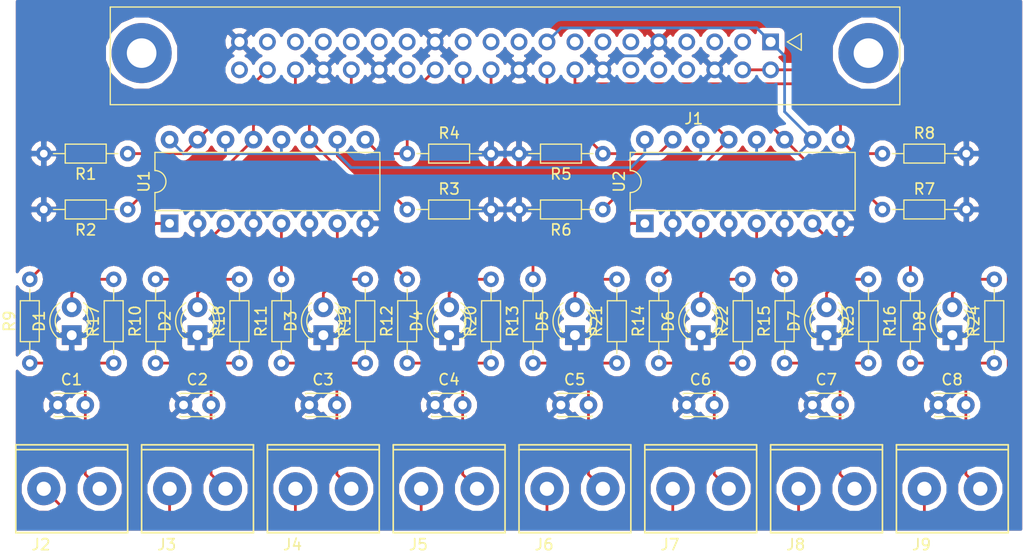
<source format=kicad_pcb>
(kicad_pcb (version 4) (host pcbnew 4.0.7)

  (general
    (links 113)
    (no_connects 0)
    (area 0 0 0 0)
    (thickness 1.6)
    (drawings 0)
    (tracks 190)
    (zones 0)
    (modules 51)
    (nets 56)
  )

  (page A4)
  (layers
    (0 F.Cu signal)
    (31 B.Cu signal)
    (32 B.Adhes user)
    (33 F.Adhes user)
    (34 B.Paste user)
    (35 F.Paste user)
    (36 B.SilkS user)
    (37 F.SilkS user)
    (38 B.Mask user)
    (39 F.Mask user)
    (40 Dwgs.User user)
    (41 Cmts.User user)
    (42 Eco1.User user)
    (43 Eco2.User user)
    (44 Edge.Cuts user)
    (45 Margin user)
    (46 B.CrtYd user)
    (47 F.CrtYd user)
    (48 B.Fab user)
    (49 F.Fab user)
  )

  (setup
    (last_trace_width 0.25)
    (trace_clearance 0.2)
    (zone_clearance 0.508)
    (zone_45_only no)
    (trace_min 0.2)
    (segment_width 0.2)
    (edge_width 0.1)
    (via_size 0.6)
    (via_drill 0.4)
    (via_min_size 0.4)
    (via_min_drill 0.3)
    (uvia_size 0.3)
    (uvia_drill 0.1)
    (uvias_allowed no)
    (uvia_min_size 0.2)
    (uvia_min_drill 0.1)
    (pcb_text_width 0.3)
    (pcb_text_size 1.5 1.5)
    (mod_edge_width 0.15)
    (mod_text_size 1 1)
    (mod_text_width 0.15)
    (pad_size 1.5 1.5)
    (pad_drill 0.6)
    (pad_to_mask_clearance 0)
    (aux_axis_origin 0 0)
    (visible_elements 7FFFFFFF)
    (pcbplotparams
      (layerselection 0x00030_80000001)
      (usegerberextensions false)
      (excludeedgelayer true)
      (linewidth 0.100000)
      (plotframeref true)
      (viasonmask false)
      (mode 1)
      (useauxorigin false)
      (hpglpennumber 1)
      (hpglpenspeed 20)
      (hpglpendiameter 15)
      (hpglpenoverlay 2)
      (psnegative false)
      (psa4output false)
      (plotreference true)
      (plotvalue true)
      (plotinvisibletext false)
      (padsonsilk false)
      (subtractmaskfromsilk false)
      (outputformat 1)
      (mirror false)
      (drillshape 0)
      (scaleselection 1)
      (outputdirectory gerber/))
  )

  (net 0 "")
  (net 1 GND)
  (net 2 "Net-(C1-Pad2)")
  (net 3 "Net-(C2-Pad2)")
  (net 4 "Net-(C3-Pad2)")
  (net 5 "Net-(C4-Pad2)")
  (net 6 "Net-(C5-Pad2)")
  (net 7 "Net-(C6-Pad2)")
  (net 8 "Net-(C7-Pad2)")
  (net 9 "Net-(C8-Pad2)")
  (net 10 "Net-(D1-Pad2)")
  (net 11 "Net-(D2-Pad2)")
  (net 12 "Net-(D3-Pad2)")
  (net 13 "Net-(D4-Pad2)")
  (net 14 "Net-(D5-Pad2)")
  (net 15 "Net-(D6-Pad2)")
  (net 16 "Net-(D7-Pad2)")
  (net 17 "Net-(D8-Pad2)")
  (net 18 "Net-(J1-Pad22)")
  (net 19 "Net-(J1-Pad23)")
  (net 20 "Net-(J1-Pad28)")
  (net 21 "Net-(J1-Pad29)")
  (net 22 "Net-(J1-Pad32)")
  (net 23 "Net-(J1-Pad33)")
  (net 24 "Net-(R9-Pad2)")
  (net 25 "Net-(R10-Pad2)")
  (net 26 "Net-(R11-Pad2)")
  (net 27 "Net-(R12-Pad2)")
  (net 28 "Net-(R13-Pad2)")
  (net 29 "Net-(R14-Pad2)")
  (net 30 "Net-(R15-Pad2)")
  (net 31 "Net-(R16-Pad2)")
  (net 32 +3V3)
  (net 33 "Net-(J1-Pad3)")
  (net 34 "Net-(J1-Pad7)")
  (net 35 "Net-(J1-Pad8)")
  (net 36 "Net-(J1-Pad10)")
  (net 37 "Net-(J1-Pad11)")
  (net 38 "Net-(J1-Pad12)")
  (net 39 "Net-(J1-Pad15)")
  (net 40 "Net-(J1-Pad16)")
  (net 41 "Net-(J1-Pad18)")
  (net 42 "Net-(J1-Pad19)")
  (net 43 "Net-(J1-Pad21)")
  (net 44 "Net-(J1-Pad27)")
  (net 45 "Net-(J1-Pad35)")
  (net 46 "Net-(J1-Pad36)")
  (net 47 "Net-(J1-Pad37)")
  (net 48 +5V)
  (net 49 "Net-(J1-Pad5)")
  (net 50 "Net-(J1-Pad13)")
  (net 51 "Net-(J1-Pad24)")
  (net 52 "Net-(J1-Pad26)")
  (net 53 "Net-(J1-Pad31)")
  (net 54 "Net-(J1-Pad38)")
  (net 55 "Net-(J1-Pad40)")

  (net_class Default "Dies ist die voreingestellte Netzklasse."
    (clearance 0.2)
    (trace_width 0.25)
    (via_dia 0.6)
    (via_drill 0.4)
    (uvia_dia 0.3)
    (uvia_drill 0.1)
    (add_net +3V3)
    (add_net +5V)
    (add_net GND)
    (add_net "Net-(C1-Pad2)")
    (add_net "Net-(C2-Pad2)")
    (add_net "Net-(C3-Pad2)")
    (add_net "Net-(C4-Pad2)")
    (add_net "Net-(C5-Pad2)")
    (add_net "Net-(C6-Pad2)")
    (add_net "Net-(C7-Pad2)")
    (add_net "Net-(C8-Pad2)")
    (add_net "Net-(D1-Pad2)")
    (add_net "Net-(D2-Pad2)")
    (add_net "Net-(D3-Pad2)")
    (add_net "Net-(D4-Pad2)")
    (add_net "Net-(D5-Pad2)")
    (add_net "Net-(D6-Pad2)")
    (add_net "Net-(D7-Pad2)")
    (add_net "Net-(D8-Pad2)")
    (add_net "Net-(J1-Pad10)")
    (add_net "Net-(J1-Pad11)")
    (add_net "Net-(J1-Pad12)")
    (add_net "Net-(J1-Pad13)")
    (add_net "Net-(J1-Pad15)")
    (add_net "Net-(J1-Pad16)")
    (add_net "Net-(J1-Pad18)")
    (add_net "Net-(J1-Pad19)")
    (add_net "Net-(J1-Pad21)")
    (add_net "Net-(J1-Pad22)")
    (add_net "Net-(J1-Pad23)")
    (add_net "Net-(J1-Pad24)")
    (add_net "Net-(J1-Pad26)")
    (add_net "Net-(J1-Pad27)")
    (add_net "Net-(J1-Pad28)")
    (add_net "Net-(J1-Pad29)")
    (add_net "Net-(J1-Pad3)")
    (add_net "Net-(J1-Pad31)")
    (add_net "Net-(J1-Pad32)")
    (add_net "Net-(J1-Pad33)")
    (add_net "Net-(J1-Pad35)")
    (add_net "Net-(J1-Pad36)")
    (add_net "Net-(J1-Pad37)")
    (add_net "Net-(J1-Pad38)")
    (add_net "Net-(J1-Pad40)")
    (add_net "Net-(J1-Pad5)")
    (add_net "Net-(J1-Pad7)")
    (add_net "Net-(J1-Pad8)")
    (add_net "Net-(R10-Pad2)")
    (add_net "Net-(R11-Pad2)")
    (add_net "Net-(R12-Pad2)")
    (add_net "Net-(R13-Pad2)")
    (add_net "Net-(R14-Pad2)")
    (add_net "Net-(R15-Pad2)")
    (add_net "Net-(R16-Pad2)")
    (add_net "Net-(R9-Pad2)")
  )

  (module Capacitors_THT:C_Disc_D3.0mm_W2.0mm_P2.50mm (layer F.Cu) (tedit 597BC7C2) (tstamp 5AAE9A88)
    (at 78.74 82.55)
    (descr "C, Disc series, Radial, pin pitch=2.50mm, , diameter*width=3*2mm^2, Capacitor")
    (tags "C Disc series Radial pin pitch 2.50mm  diameter 3mm width 2mm Capacitor")
    (path /5889FA61)
    (fp_text reference C1 (at 1.25 -2.31) (layer F.SilkS)
      (effects (font (size 1 1) (thickness 0.15)))
    )
    (fp_text value 0,1uF (at 1.25 2.31) (layer F.Fab)
      (effects (font (size 1 1) (thickness 0.15)))
    )
    (fp_line (start -0.25 -1) (end -0.25 1) (layer F.Fab) (width 0.1))
    (fp_line (start -0.25 1) (end 2.75 1) (layer F.Fab) (width 0.1))
    (fp_line (start 2.75 1) (end 2.75 -1) (layer F.Fab) (width 0.1))
    (fp_line (start 2.75 -1) (end -0.25 -1) (layer F.Fab) (width 0.1))
    (fp_line (start -0.31 -1.06) (end 2.81 -1.06) (layer F.SilkS) (width 0.12))
    (fp_line (start -0.31 1.06) (end 2.81 1.06) (layer F.SilkS) (width 0.12))
    (fp_line (start -0.31 -1.06) (end -0.31 -0.996) (layer F.SilkS) (width 0.12))
    (fp_line (start -0.31 0.996) (end -0.31 1.06) (layer F.SilkS) (width 0.12))
    (fp_line (start 2.81 -1.06) (end 2.81 -0.996) (layer F.SilkS) (width 0.12))
    (fp_line (start 2.81 0.996) (end 2.81 1.06) (layer F.SilkS) (width 0.12))
    (fp_line (start -1.05 -1.35) (end -1.05 1.35) (layer F.CrtYd) (width 0.05))
    (fp_line (start -1.05 1.35) (end 3.55 1.35) (layer F.CrtYd) (width 0.05))
    (fp_line (start 3.55 1.35) (end 3.55 -1.35) (layer F.CrtYd) (width 0.05))
    (fp_line (start 3.55 -1.35) (end -1.05 -1.35) (layer F.CrtYd) (width 0.05))
    (fp_text user %R (at 1.25 0) (layer F.Fab)
      (effects (font (size 1 1) (thickness 0.15)))
    )
    (pad 1 thru_hole circle (at 0 0) (size 1.6 1.6) (drill 0.8) (layers *.Cu *.Mask)
      (net 1 GND))
    (pad 2 thru_hole circle (at 2.5 0) (size 1.6 1.6) (drill 0.8) (layers *.Cu *.Mask)
      (net 2 "Net-(C1-Pad2)"))
    (model ${KISYS3DMOD}/Capacitors_THT.3dshapes/C_Disc_D3.0mm_W2.0mm_P2.50mm.wrl
      (at (xyz 0 0 0))
      (scale (xyz 1 1 1))
      (rotate (xyz 0 0 0))
    )
  )

  (module Capacitors_THT:C_Disc_D3.0mm_W2.0mm_P2.50mm (layer F.Cu) (tedit 597BC7C2) (tstamp 5AAE9A8E)
    (at 90.17 82.55)
    (descr "C, Disc series, Radial, pin pitch=2.50mm, , diameter*width=3*2mm^2, Capacitor")
    (tags "C Disc series Radial pin pitch 2.50mm  diameter 3mm width 2mm Capacitor")
    (path /5889FBFE)
    (fp_text reference C2 (at 1.25 -2.31) (layer F.SilkS)
      (effects (font (size 1 1) (thickness 0.15)))
    )
    (fp_text value 0,1uF (at 1.25 2.31) (layer F.Fab)
      (effects (font (size 1 1) (thickness 0.15)))
    )
    (fp_line (start -0.25 -1) (end -0.25 1) (layer F.Fab) (width 0.1))
    (fp_line (start -0.25 1) (end 2.75 1) (layer F.Fab) (width 0.1))
    (fp_line (start 2.75 1) (end 2.75 -1) (layer F.Fab) (width 0.1))
    (fp_line (start 2.75 -1) (end -0.25 -1) (layer F.Fab) (width 0.1))
    (fp_line (start -0.31 -1.06) (end 2.81 -1.06) (layer F.SilkS) (width 0.12))
    (fp_line (start -0.31 1.06) (end 2.81 1.06) (layer F.SilkS) (width 0.12))
    (fp_line (start -0.31 -1.06) (end -0.31 -0.996) (layer F.SilkS) (width 0.12))
    (fp_line (start -0.31 0.996) (end -0.31 1.06) (layer F.SilkS) (width 0.12))
    (fp_line (start 2.81 -1.06) (end 2.81 -0.996) (layer F.SilkS) (width 0.12))
    (fp_line (start 2.81 0.996) (end 2.81 1.06) (layer F.SilkS) (width 0.12))
    (fp_line (start -1.05 -1.35) (end -1.05 1.35) (layer F.CrtYd) (width 0.05))
    (fp_line (start -1.05 1.35) (end 3.55 1.35) (layer F.CrtYd) (width 0.05))
    (fp_line (start 3.55 1.35) (end 3.55 -1.35) (layer F.CrtYd) (width 0.05))
    (fp_line (start 3.55 -1.35) (end -1.05 -1.35) (layer F.CrtYd) (width 0.05))
    (fp_text user %R (at 1.25 0) (layer F.Fab)
      (effects (font (size 1 1) (thickness 0.15)))
    )
    (pad 1 thru_hole circle (at 0 0) (size 1.6 1.6) (drill 0.8) (layers *.Cu *.Mask)
      (net 1 GND))
    (pad 2 thru_hole circle (at 2.5 0) (size 1.6 1.6) (drill 0.8) (layers *.Cu *.Mask)
      (net 3 "Net-(C2-Pad2)"))
    (model ${KISYS3DMOD}/Capacitors_THT.3dshapes/C_Disc_D3.0mm_W2.0mm_P2.50mm.wrl
      (at (xyz 0 0 0))
      (scale (xyz 1 1 1))
      (rotate (xyz 0 0 0))
    )
  )

  (module Capacitors_THT:C_Disc_D3.0mm_W2.0mm_P2.50mm (layer F.Cu) (tedit 597BC7C2) (tstamp 5AAE9A94)
    (at 101.6 82.55)
    (descr "C, Disc series, Radial, pin pitch=2.50mm, , diameter*width=3*2mm^2, Capacitor")
    (tags "C Disc series Radial pin pitch 2.50mm  diameter 3mm width 2mm Capacitor")
    (path /5889FC87)
    (fp_text reference C3 (at 1.25 -2.31) (layer F.SilkS)
      (effects (font (size 1 1) (thickness 0.15)))
    )
    (fp_text value 0,1uF (at 1.25 2.31) (layer F.Fab)
      (effects (font (size 1 1) (thickness 0.15)))
    )
    (fp_line (start -0.25 -1) (end -0.25 1) (layer F.Fab) (width 0.1))
    (fp_line (start -0.25 1) (end 2.75 1) (layer F.Fab) (width 0.1))
    (fp_line (start 2.75 1) (end 2.75 -1) (layer F.Fab) (width 0.1))
    (fp_line (start 2.75 -1) (end -0.25 -1) (layer F.Fab) (width 0.1))
    (fp_line (start -0.31 -1.06) (end 2.81 -1.06) (layer F.SilkS) (width 0.12))
    (fp_line (start -0.31 1.06) (end 2.81 1.06) (layer F.SilkS) (width 0.12))
    (fp_line (start -0.31 -1.06) (end -0.31 -0.996) (layer F.SilkS) (width 0.12))
    (fp_line (start -0.31 0.996) (end -0.31 1.06) (layer F.SilkS) (width 0.12))
    (fp_line (start 2.81 -1.06) (end 2.81 -0.996) (layer F.SilkS) (width 0.12))
    (fp_line (start 2.81 0.996) (end 2.81 1.06) (layer F.SilkS) (width 0.12))
    (fp_line (start -1.05 -1.35) (end -1.05 1.35) (layer F.CrtYd) (width 0.05))
    (fp_line (start -1.05 1.35) (end 3.55 1.35) (layer F.CrtYd) (width 0.05))
    (fp_line (start 3.55 1.35) (end 3.55 -1.35) (layer F.CrtYd) (width 0.05))
    (fp_line (start 3.55 -1.35) (end -1.05 -1.35) (layer F.CrtYd) (width 0.05))
    (fp_text user %R (at 1.25 0) (layer F.Fab)
      (effects (font (size 1 1) (thickness 0.15)))
    )
    (pad 1 thru_hole circle (at 0 0) (size 1.6 1.6) (drill 0.8) (layers *.Cu *.Mask)
      (net 1 GND))
    (pad 2 thru_hole circle (at 2.5 0) (size 1.6 1.6) (drill 0.8) (layers *.Cu *.Mask)
      (net 4 "Net-(C3-Pad2)"))
    (model ${KISYS3DMOD}/Capacitors_THT.3dshapes/C_Disc_D3.0mm_W2.0mm_P2.50mm.wrl
      (at (xyz 0 0 0))
      (scale (xyz 1 1 1))
      (rotate (xyz 0 0 0))
    )
  )

  (module Capacitors_THT:C_Disc_D3.0mm_W2.0mm_P2.50mm (layer F.Cu) (tedit 597BC7C2) (tstamp 5AAE9A9A)
    (at 113.03 82.55)
    (descr "C, Disc series, Radial, pin pitch=2.50mm, , diameter*width=3*2mm^2, Capacitor")
    (tags "C Disc series Radial pin pitch 2.50mm  diameter 3mm width 2mm Capacitor")
    (path /5889FD11)
    (fp_text reference C4 (at 1.25 -2.31) (layer F.SilkS)
      (effects (font (size 1 1) (thickness 0.15)))
    )
    (fp_text value 0,1uF (at 1.25 2.31) (layer F.Fab)
      (effects (font (size 1 1) (thickness 0.15)))
    )
    (fp_line (start -0.25 -1) (end -0.25 1) (layer F.Fab) (width 0.1))
    (fp_line (start -0.25 1) (end 2.75 1) (layer F.Fab) (width 0.1))
    (fp_line (start 2.75 1) (end 2.75 -1) (layer F.Fab) (width 0.1))
    (fp_line (start 2.75 -1) (end -0.25 -1) (layer F.Fab) (width 0.1))
    (fp_line (start -0.31 -1.06) (end 2.81 -1.06) (layer F.SilkS) (width 0.12))
    (fp_line (start -0.31 1.06) (end 2.81 1.06) (layer F.SilkS) (width 0.12))
    (fp_line (start -0.31 -1.06) (end -0.31 -0.996) (layer F.SilkS) (width 0.12))
    (fp_line (start -0.31 0.996) (end -0.31 1.06) (layer F.SilkS) (width 0.12))
    (fp_line (start 2.81 -1.06) (end 2.81 -0.996) (layer F.SilkS) (width 0.12))
    (fp_line (start 2.81 0.996) (end 2.81 1.06) (layer F.SilkS) (width 0.12))
    (fp_line (start -1.05 -1.35) (end -1.05 1.35) (layer F.CrtYd) (width 0.05))
    (fp_line (start -1.05 1.35) (end 3.55 1.35) (layer F.CrtYd) (width 0.05))
    (fp_line (start 3.55 1.35) (end 3.55 -1.35) (layer F.CrtYd) (width 0.05))
    (fp_line (start 3.55 -1.35) (end -1.05 -1.35) (layer F.CrtYd) (width 0.05))
    (fp_text user %R (at 1.25 0) (layer F.Fab)
      (effects (font (size 1 1) (thickness 0.15)))
    )
    (pad 1 thru_hole circle (at 0 0) (size 1.6 1.6) (drill 0.8) (layers *.Cu *.Mask)
      (net 1 GND))
    (pad 2 thru_hole circle (at 2.5 0) (size 1.6 1.6) (drill 0.8) (layers *.Cu *.Mask)
      (net 5 "Net-(C4-Pad2)"))
    (model ${KISYS3DMOD}/Capacitors_THT.3dshapes/C_Disc_D3.0mm_W2.0mm_P2.50mm.wrl
      (at (xyz 0 0 0))
      (scale (xyz 1 1 1))
      (rotate (xyz 0 0 0))
    )
  )

  (module Capacitors_THT:C_Disc_D3.0mm_W2.0mm_P2.50mm (layer F.Cu) (tedit 597BC7C2) (tstamp 5AAE9AA0)
    (at 124.46 82.55)
    (descr "C, Disc series, Radial, pin pitch=2.50mm, , diameter*width=3*2mm^2, Capacitor")
    (tags "C Disc series Radial pin pitch 2.50mm  diameter 3mm width 2mm Capacitor")
    (path /588AE355)
    (fp_text reference C5 (at 1.25 -2.31) (layer F.SilkS)
      (effects (font (size 1 1) (thickness 0.15)))
    )
    (fp_text value 0,1uF (at 1.25 2.31) (layer F.Fab)
      (effects (font (size 1 1) (thickness 0.15)))
    )
    (fp_line (start -0.25 -1) (end -0.25 1) (layer F.Fab) (width 0.1))
    (fp_line (start -0.25 1) (end 2.75 1) (layer F.Fab) (width 0.1))
    (fp_line (start 2.75 1) (end 2.75 -1) (layer F.Fab) (width 0.1))
    (fp_line (start 2.75 -1) (end -0.25 -1) (layer F.Fab) (width 0.1))
    (fp_line (start -0.31 -1.06) (end 2.81 -1.06) (layer F.SilkS) (width 0.12))
    (fp_line (start -0.31 1.06) (end 2.81 1.06) (layer F.SilkS) (width 0.12))
    (fp_line (start -0.31 -1.06) (end -0.31 -0.996) (layer F.SilkS) (width 0.12))
    (fp_line (start -0.31 0.996) (end -0.31 1.06) (layer F.SilkS) (width 0.12))
    (fp_line (start 2.81 -1.06) (end 2.81 -0.996) (layer F.SilkS) (width 0.12))
    (fp_line (start 2.81 0.996) (end 2.81 1.06) (layer F.SilkS) (width 0.12))
    (fp_line (start -1.05 -1.35) (end -1.05 1.35) (layer F.CrtYd) (width 0.05))
    (fp_line (start -1.05 1.35) (end 3.55 1.35) (layer F.CrtYd) (width 0.05))
    (fp_line (start 3.55 1.35) (end 3.55 -1.35) (layer F.CrtYd) (width 0.05))
    (fp_line (start 3.55 -1.35) (end -1.05 -1.35) (layer F.CrtYd) (width 0.05))
    (fp_text user %R (at 1.25 0) (layer F.Fab)
      (effects (font (size 1 1) (thickness 0.15)))
    )
    (pad 1 thru_hole circle (at 0 0) (size 1.6 1.6) (drill 0.8) (layers *.Cu *.Mask)
      (net 1 GND))
    (pad 2 thru_hole circle (at 2.5 0) (size 1.6 1.6) (drill 0.8) (layers *.Cu *.Mask)
      (net 6 "Net-(C5-Pad2)"))
    (model ${KISYS3DMOD}/Capacitors_THT.3dshapes/C_Disc_D3.0mm_W2.0mm_P2.50mm.wrl
      (at (xyz 0 0 0))
      (scale (xyz 1 1 1))
      (rotate (xyz 0 0 0))
    )
  )

  (module Capacitors_THT:C_Disc_D3.0mm_W2.0mm_P2.50mm (layer F.Cu) (tedit 597BC7C2) (tstamp 5AAE9AA6)
    (at 135.89 82.55)
    (descr "C, Disc series, Radial, pin pitch=2.50mm, , diameter*width=3*2mm^2, Capacitor")
    (tags "C Disc series Radial pin pitch 2.50mm  diameter 3mm width 2mm Capacitor")
    (path /588AE419)
    (fp_text reference C6 (at 1.25 -2.31) (layer F.SilkS)
      (effects (font (size 1 1) (thickness 0.15)))
    )
    (fp_text value 0,1uF (at 1.25 2.31) (layer F.Fab)
      (effects (font (size 1 1) (thickness 0.15)))
    )
    (fp_line (start -0.25 -1) (end -0.25 1) (layer F.Fab) (width 0.1))
    (fp_line (start -0.25 1) (end 2.75 1) (layer F.Fab) (width 0.1))
    (fp_line (start 2.75 1) (end 2.75 -1) (layer F.Fab) (width 0.1))
    (fp_line (start 2.75 -1) (end -0.25 -1) (layer F.Fab) (width 0.1))
    (fp_line (start -0.31 -1.06) (end 2.81 -1.06) (layer F.SilkS) (width 0.12))
    (fp_line (start -0.31 1.06) (end 2.81 1.06) (layer F.SilkS) (width 0.12))
    (fp_line (start -0.31 -1.06) (end -0.31 -0.996) (layer F.SilkS) (width 0.12))
    (fp_line (start -0.31 0.996) (end -0.31 1.06) (layer F.SilkS) (width 0.12))
    (fp_line (start 2.81 -1.06) (end 2.81 -0.996) (layer F.SilkS) (width 0.12))
    (fp_line (start 2.81 0.996) (end 2.81 1.06) (layer F.SilkS) (width 0.12))
    (fp_line (start -1.05 -1.35) (end -1.05 1.35) (layer F.CrtYd) (width 0.05))
    (fp_line (start -1.05 1.35) (end 3.55 1.35) (layer F.CrtYd) (width 0.05))
    (fp_line (start 3.55 1.35) (end 3.55 -1.35) (layer F.CrtYd) (width 0.05))
    (fp_line (start 3.55 -1.35) (end -1.05 -1.35) (layer F.CrtYd) (width 0.05))
    (fp_text user %R (at 1.25 0) (layer F.Fab)
      (effects (font (size 1 1) (thickness 0.15)))
    )
    (pad 1 thru_hole circle (at 0 0) (size 1.6 1.6) (drill 0.8) (layers *.Cu *.Mask)
      (net 1 GND))
    (pad 2 thru_hole circle (at 2.5 0) (size 1.6 1.6) (drill 0.8) (layers *.Cu *.Mask)
      (net 7 "Net-(C6-Pad2)"))
    (model ${KISYS3DMOD}/Capacitors_THT.3dshapes/C_Disc_D3.0mm_W2.0mm_P2.50mm.wrl
      (at (xyz 0 0 0))
      (scale (xyz 1 1 1))
      (rotate (xyz 0 0 0))
    )
  )

  (module Capacitors_THT:C_Disc_D3.0mm_W2.0mm_P2.50mm (layer F.Cu) (tedit 597BC7C2) (tstamp 5AAE9AAC)
    (at 147.32 82.55)
    (descr "C, Disc series, Radial, pin pitch=2.50mm, , diameter*width=3*2mm^2, Capacitor")
    (tags "C Disc series Radial pin pitch 2.50mm  diameter 3mm width 2mm Capacitor")
    (path /588AEE14)
    (fp_text reference C7 (at 1.25 -2.31) (layer F.SilkS)
      (effects (font (size 1 1) (thickness 0.15)))
    )
    (fp_text value 0,1uF (at 1.25 2.31) (layer F.Fab)
      (effects (font (size 1 1) (thickness 0.15)))
    )
    (fp_line (start -0.25 -1) (end -0.25 1) (layer F.Fab) (width 0.1))
    (fp_line (start -0.25 1) (end 2.75 1) (layer F.Fab) (width 0.1))
    (fp_line (start 2.75 1) (end 2.75 -1) (layer F.Fab) (width 0.1))
    (fp_line (start 2.75 -1) (end -0.25 -1) (layer F.Fab) (width 0.1))
    (fp_line (start -0.31 -1.06) (end 2.81 -1.06) (layer F.SilkS) (width 0.12))
    (fp_line (start -0.31 1.06) (end 2.81 1.06) (layer F.SilkS) (width 0.12))
    (fp_line (start -0.31 -1.06) (end -0.31 -0.996) (layer F.SilkS) (width 0.12))
    (fp_line (start -0.31 0.996) (end -0.31 1.06) (layer F.SilkS) (width 0.12))
    (fp_line (start 2.81 -1.06) (end 2.81 -0.996) (layer F.SilkS) (width 0.12))
    (fp_line (start 2.81 0.996) (end 2.81 1.06) (layer F.SilkS) (width 0.12))
    (fp_line (start -1.05 -1.35) (end -1.05 1.35) (layer F.CrtYd) (width 0.05))
    (fp_line (start -1.05 1.35) (end 3.55 1.35) (layer F.CrtYd) (width 0.05))
    (fp_line (start 3.55 1.35) (end 3.55 -1.35) (layer F.CrtYd) (width 0.05))
    (fp_line (start 3.55 -1.35) (end -1.05 -1.35) (layer F.CrtYd) (width 0.05))
    (fp_text user %R (at 1.25 0) (layer F.Fab)
      (effects (font (size 1 1) (thickness 0.15)))
    )
    (pad 1 thru_hole circle (at 0 0) (size 1.6 1.6) (drill 0.8) (layers *.Cu *.Mask)
      (net 1 GND))
    (pad 2 thru_hole circle (at 2.5 0) (size 1.6 1.6) (drill 0.8) (layers *.Cu *.Mask)
      (net 8 "Net-(C7-Pad2)"))
    (model ${KISYS3DMOD}/Capacitors_THT.3dshapes/C_Disc_D3.0mm_W2.0mm_P2.50mm.wrl
      (at (xyz 0 0 0))
      (scale (xyz 1 1 1))
      (rotate (xyz 0 0 0))
    )
  )

  (module Capacitors_THT:C_Disc_D3.0mm_W2.0mm_P2.50mm (layer F.Cu) (tedit 597BC7C2) (tstamp 5AAE9AB2)
    (at 158.75 82.55)
    (descr "C, Disc series, Radial, pin pitch=2.50mm, , diameter*width=3*2mm^2, Capacitor")
    (tags "C Disc series Radial pin pitch 2.50mm  diameter 3mm width 2mm Capacitor")
    (path /588AEEE0)
    (fp_text reference C8 (at 1.25 -2.31) (layer F.SilkS)
      (effects (font (size 1 1) (thickness 0.15)))
    )
    (fp_text value 0,1uF (at 1.25 2.31) (layer F.Fab)
      (effects (font (size 1 1) (thickness 0.15)))
    )
    (fp_line (start -0.25 -1) (end -0.25 1) (layer F.Fab) (width 0.1))
    (fp_line (start -0.25 1) (end 2.75 1) (layer F.Fab) (width 0.1))
    (fp_line (start 2.75 1) (end 2.75 -1) (layer F.Fab) (width 0.1))
    (fp_line (start 2.75 -1) (end -0.25 -1) (layer F.Fab) (width 0.1))
    (fp_line (start -0.31 -1.06) (end 2.81 -1.06) (layer F.SilkS) (width 0.12))
    (fp_line (start -0.31 1.06) (end 2.81 1.06) (layer F.SilkS) (width 0.12))
    (fp_line (start -0.31 -1.06) (end -0.31 -0.996) (layer F.SilkS) (width 0.12))
    (fp_line (start -0.31 0.996) (end -0.31 1.06) (layer F.SilkS) (width 0.12))
    (fp_line (start 2.81 -1.06) (end 2.81 -0.996) (layer F.SilkS) (width 0.12))
    (fp_line (start 2.81 0.996) (end 2.81 1.06) (layer F.SilkS) (width 0.12))
    (fp_line (start -1.05 -1.35) (end -1.05 1.35) (layer F.CrtYd) (width 0.05))
    (fp_line (start -1.05 1.35) (end 3.55 1.35) (layer F.CrtYd) (width 0.05))
    (fp_line (start 3.55 1.35) (end 3.55 -1.35) (layer F.CrtYd) (width 0.05))
    (fp_line (start 3.55 -1.35) (end -1.05 -1.35) (layer F.CrtYd) (width 0.05))
    (fp_text user %R (at 1.25 0) (layer F.Fab)
      (effects (font (size 1 1) (thickness 0.15)))
    )
    (pad 1 thru_hole circle (at 0 0) (size 1.6 1.6) (drill 0.8) (layers *.Cu *.Mask)
      (net 1 GND))
    (pad 2 thru_hole circle (at 2.5 0) (size 1.6 1.6) (drill 0.8) (layers *.Cu *.Mask)
      (net 9 "Net-(C8-Pad2)"))
    (model ${KISYS3DMOD}/Capacitors_THT.3dshapes/C_Disc_D3.0mm_W2.0mm_P2.50mm.wrl
      (at (xyz 0 0 0))
      (scale (xyz 1 1 1))
      (rotate (xyz 0 0 0))
    )
  )

  (module LEDs:LED_D3.0mm (layer F.Cu) (tedit 587A3A7B) (tstamp 5AAE9AB8)
    (at 80.01 76.2 90)
    (descr "LED, diameter 3.0mm, 2 pins")
    (tags "LED diameter 3.0mm 2 pins")
    (path /5889B1E8)
    (fp_text reference D1 (at 1.27 -2.96 90) (layer F.SilkS)
      (effects (font (size 1 1) (thickness 0.15)))
    )
    (fp_text value LED (at 1.27 2.96 90) (layer F.Fab)
      (effects (font (size 1 1) (thickness 0.15)))
    )
    (fp_arc (start 1.27 0) (end -0.23 -1.16619) (angle 284.3) (layer F.Fab) (width 0.1))
    (fp_arc (start 1.27 0) (end -0.29 -1.235516) (angle 108.8) (layer F.SilkS) (width 0.12))
    (fp_arc (start 1.27 0) (end -0.29 1.235516) (angle -108.8) (layer F.SilkS) (width 0.12))
    (fp_arc (start 1.27 0) (end 0.229039 -1.08) (angle 87.9) (layer F.SilkS) (width 0.12))
    (fp_arc (start 1.27 0) (end 0.229039 1.08) (angle -87.9) (layer F.SilkS) (width 0.12))
    (fp_circle (center 1.27 0) (end 2.77 0) (layer F.Fab) (width 0.1))
    (fp_line (start -0.23 -1.16619) (end -0.23 1.16619) (layer F.Fab) (width 0.1))
    (fp_line (start -0.29 -1.236) (end -0.29 -1.08) (layer F.SilkS) (width 0.12))
    (fp_line (start -0.29 1.08) (end -0.29 1.236) (layer F.SilkS) (width 0.12))
    (fp_line (start -1.15 -2.25) (end -1.15 2.25) (layer F.CrtYd) (width 0.05))
    (fp_line (start -1.15 2.25) (end 3.7 2.25) (layer F.CrtYd) (width 0.05))
    (fp_line (start 3.7 2.25) (end 3.7 -2.25) (layer F.CrtYd) (width 0.05))
    (fp_line (start 3.7 -2.25) (end -1.15 -2.25) (layer F.CrtYd) (width 0.05))
    (pad 1 thru_hole rect (at 0 0 90) (size 1.8 1.8) (drill 0.9) (layers *.Cu *.Mask)
      (net 1 GND))
    (pad 2 thru_hole circle (at 2.54 0 90) (size 1.8 1.8) (drill 0.9) (layers *.Cu *.Mask)
      (net 10 "Net-(D1-Pad2)"))
    (model ${KISYS3DMOD}/LEDs.3dshapes/LED_D3.0mm.wrl
      (at (xyz 0 0 0))
      (scale (xyz 0.393701 0.393701 0.393701))
      (rotate (xyz 0 0 0))
    )
  )

  (module LEDs:LED_D3.0mm (layer F.Cu) (tedit 587A3A7B) (tstamp 5AAE9ABE)
    (at 91.44 76.2 90)
    (descr "LED, diameter 3.0mm, 2 pins")
    (tags "LED diameter 3.0mm 2 pins")
    (path /5889B23D)
    (fp_text reference D2 (at 1.27 -2.96 90) (layer F.SilkS)
      (effects (font (size 1 1) (thickness 0.15)))
    )
    (fp_text value LED (at 1.27 2.96 90) (layer F.Fab)
      (effects (font (size 1 1) (thickness 0.15)))
    )
    (fp_arc (start 1.27 0) (end -0.23 -1.16619) (angle 284.3) (layer F.Fab) (width 0.1))
    (fp_arc (start 1.27 0) (end -0.29 -1.235516) (angle 108.8) (layer F.SilkS) (width 0.12))
    (fp_arc (start 1.27 0) (end -0.29 1.235516) (angle -108.8) (layer F.SilkS) (width 0.12))
    (fp_arc (start 1.27 0) (end 0.229039 -1.08) (angle 87.9) (layer F.SilkS) (width 0.12))
    (fp_arc (start 1.27 0) (end 0.229039 1.08) (angle -87.9) (layer F.SilkS) (width 0.12))
    (fp_circle (center 1.27 0) (end 2.77 0) (layer F.Fab) (width 0.1))
    (fp_line (start -0.23 -1.16619) (end -0.23 1.16619) (layer F.Fab) (width 0.1))
    (fp_line (start -0.29 -1.236) (end -0.29 -1.08) (layer F.SilkS) (width 0.12))
    (fp_line (start -0.29 1.08) (end -0.29 1.236) (layer F.SilkS) (width 0.12))
    (fp_line (start -1.15 -2.25) (end -1.15 2.25) (layer F.CrtYd) (width 0.05))
    (fp_line (start -1.15 2.25) (end 3.7 2.25) (layer F.CrtYd) (width 0.05))
    (fp_line (start 3.7 2.25) (end 3.7 -2.25) (layer F.CrtYd) (width 0.05))
    (fp_line (start 3.7 -2.25) (end -1.15 -2.25) (layer F.CrtYd) (width 0.05))
    (pad 1 thru_hole rect (at 0 0 90) (size 1.8 1.8) (drill 0.9) (layers *.Cu *.Mask)
      (net 1 GND))
    (pad 2 thru_hole circle (at 2.54 0 90) (size 1.8 1.8) (drill 0.9) (layers *.Cu *.Mask)
      (net 11 "Net-(D2-Pad2)"))
    (model ${KISYS3DMOD}/LEDs.3dshapes/LED_D3.0mm.wrl
      (at (xyz 0 0 0))
      (scale (xyz 0.393701 0.393701 0.393701))
      (rotate (xyz 0 0 0))
    )
  )

  (module LEDs:LED_D3.0mm (layer F.Cu) (tedit 587A3A7B) (tstamp 5AAE9AC4)
    (at 102.87 76.2 90)
    (descr "LED, diameter 3.0mm, 2 pins")
    (tags "LED diameter 3.0mm 2 pins")
    (path /5889C537)
    (fp_text reference D3 (at 1.27 -2.96 90) (layer F.SilkS)
      (effects (font (size 1 1) (thickness 0.15)))
    )
    (fp_text value LED (at 1.27 2.96 90) (layer F.Fab)
      (effects (font (size 1 1) (thickness 0.15)))
    )
    (fp_arc (start 1.27 0) (end -0.23 -1.16619) (angle 284.3) (layer F.Fab) (width 0.1))
    (fp_arc (start 1.27 0) (end -0.29 -1.235516) (angle 108.8) (layer F.SilkS) (width 0.12))
    (fp_arc (start 1.27 0) (end -0.29 1.235516) (angle -108.8) (layer F.SilkS) (width 0.12))
    (fp_arc (start 1.27 0) (end 0.229039 -1.08) (angle 87.9) (layer F.SilkS) (width 0.12))
    (fp_arc (start 1.27 0) (end 0.229039 1.08) (angle -87.9) (layer F.SilkS) (width 0.12))
    (fp_circle (center 1.27 0) (end 2.77 0) (layer F.Fab) (width 0.1))
    (fp_line (start -0.23 -1.16619) (end -0.23 1.16619) (layer F.Fab) (width 0.1))
    (fp_line (start -0.29 -1.236) (end -0.29 -1.08) (layer F.SilkS) (width 0.12))
    (fp_line (start -0.29 1.08) (end -0.29 1.236) (layer F.SilkS) (width 0.12))
    (fp_line (start -1.15 -2.25) (end -1.15 2.25) (layer F.CrtYd) (width 0.05))
    (fp_line (start -1.15 2.25) (end 3.7 2.25) (layer F.CrtYd) (width 0.05))
    (fp_line (start 3.7 2.25) (end 3.7 -2.25) (layer F.CrtYd) (width 0.05))
    (fp_line (start 3.7 -2.25) (end -1.15 -2.25) (layer F.CrtYd) (width 0.05))
    (pad 1 thru_hole rect (at 0 0 90) (size 1.8 1.8) (drill 0.9) (layers *.Cu *.Mask)
      (net 1 GND))
    (pad 2 thru_hole circle (at 2.54 0 90) (size 1.8 1.8) (drill 0.9) (layers *.Cu *.Mask)
      (net 12 "Net-(D3-Pad2)"))
    (model ${KISYS3DMOD}/LEDs.3dshapes/LED_D3.0mm.wrl
      (at (xyz 0 0 0))
      (scale (xyz 0.393701 0.393701 0.393701))
      (rotate (xyz 0 0 0))
    )
  )

  (module LEDs:LED_D3.0mm (layer F.Cu) (tedit 587A3A7B) (tstamp 5AAE9ACA)
    (at 114.3 76.2 90)
    (descr "LED, diameter 3.0mm, 2 pins")
    (tags "LED diameter 3.0mm 2 pins")
    (path /5889C59E)
    (fp_text reference D4 (at 1.27 -2.96 90) (layer F.SilkS)
      (effects (font (size 1 1) (thickness 0.15)))
    )
    (fp_text value LED (at 1.27 2.96 90) (layer F.Fab)
      (effects (font (size 1 1) (thickness 0.15)))
    )
    (fp_arc (start 1.27 0) (end -0.23 -1.16619) (angle 284.3) (layer F.Fab) (width 0.1))
    (fp_arc (start 1.27 0) (end -0.29 -1.235516) (angle 108.8) (layer F.SilkS) (width 0.12))
    (fp_arc (start 1.27 0) (end -0.29 1.235516) (angle -108.8) (layer F.SilkS) (width 0.12))
    (fp_arc (start 1.27 0) (end 0.229039 -1.08) (angle 87.9) (layer F.SilkS) (width 0.12))
    (fp_arc (start 1.27 0) (end 0.229039 1.08) (angle -87.9) (layer F.SilkS) (width 0.12))
    (fp_circle (center 1.27 0) (end 2.77 0) (layer F.Fab) (width 0.1))
    (fp_line (start -0.23 -1.16619) (end -0.23 1.16619) (layer F.Fab) (width 0.1))
    (fp_line (start -0.29 -1.236) (end -0.29 -1.08) (layer F.SilkS) (width 0.12))
    (fp_line (start -0.29 1.08) (end -0.29 1.236) (layer F.SilkS) (width 0.12))
    (fp_line (start -1.15 -2.25) (end -1.15 2.25) (layer F.CrtYd) (width 0.05))
    (fp_line (start -1.15 2.25) (end 3.7 2.25) (layer F.CrtYd) (width 0.05))
    (fp_line (start 3.7 2.25) (end 3.7 -2.25) (layer F.CrtYd) (width 0.05))
    (fp_line (start 3.7 -2.25) (end -1.15 -2.25) (layer F.CrtYd) (width 0.05))
    (pad 1 thru_hole rect (at 0 0 90) (size 1.8 1.8) (drill 0.9) (layers *.Cu *.Mask)
      (net 1 GND))
    (pad 2 thru_hole circle (at 2.54 0 90) (size 1.8 1.8) (drill 0.9) (layers *.Cu *.Mask)
      (net 13 "Net-(D4-Pad2)"))
    (model ${KISYS3DMOD}/LEDs.3dshapes/LED_D3.0mm.wrl
      (at (xyz 0 0 0))
      (scale (xyz 0.393701 0.393701 0.393701))
      (rotate (xyz 0 0 0))
    )
  )

  (module LEDs:LED_D3.0mm (layer F.Cu) (tedit 587A3A7B) (tstamp 5AAE9AD0)
    (at 125.73 76.2 90)
    (descr "LED, diameter 3.0mm, 2 pins")
    (tags "LED diameter 3.0mm 2 pins")
    (path /588AA117)
    (fp_text reference D5 (at 1.27 -2.96 90) (layer F.SilkS)
      (effects (font (size 1 1) (thickness 0.15)))
    )
    (fp_text value LED (at 1.27 2.96 90) (layer F.Fab)
      (effects (font (size 1 1) (thickness 0.15)))
    )
    (fp_arc (start 1.27 0) (end -0.23 -1.16619) (angle 284.3) (layer F.Fab) (width 0.1))
    (fp_arc (start 1.27 0) (end -0.29 -1.235516) (angle 108.8) (layer F.SilkS) (width 0.12))
    (fp_arc (start 1.27 0) (end -0.29 1.235516) (angle -108.8) (layer F.SilkS) (width 0.12))
    (fp_arc (start 1.27 0) (end 0.229039 -1.08) (angle 87.9) (layer F.SilkS) (width 0.12))
    (fp_arc (start 1.27 0) (end 0.229039 1.08) (angle -87.9) (layer F.SilkS) (width 0.12))
    (fp_circle (center 1.27 0) (end 2.77 0) (layer F.Fab) (width 0.1))
    (fp_line (start -0.23 -1.16619) (end -0.23 1.16619) (layer F.Fab) (width 0.1))
    (fp_line (start -0.29 -1.236) (end -0.29 -1.08) (layer F.SilkS) (width 0.12))
    (fp_line (start -0.29 1.08) (end -0.29 1.236) (layer F.SilkS) (width 0.12))
    (fp_line (start -1.15 -2.25) (end -1.15 2.25) (layer F.CrtYd) (width 0.05))
    (fp_line (start -1.15 2.25) (end 3.7 2.25) (layer F.CrtYd) (width 0.05))
    (fp_line (start 3.7 2.25) (end 3.7 -2.25) (layer F.CrtYd) (width 0.05))
    (fp_line (start 3.7 -2.25) (end -1.15 -2.25) (layer F.CrtYd) (width 0.05))
    (pad 1 thru_hole rect (at 0 0 90) (size 1.8 1.8) (drill 0.9) (layers *.Cu *.Mask)
      (net 1 GND))
    (pad 2 thru_hole circle (at 2.54 0 90) (size 1.8 1.8) (drill 0.9) (layers *.Cu *.Mask)
      (net 14 "Net-(D5-Pad2)"))
    (model ${KISYS3DMOD}/LEDs.3dshapes/LED_D3.0mm.wrl
      (at (xyz 0 0 0))
      (scale (xyz 0.393701 0.393701 0.393701))
      (rotate (xyz 0 0 0))
    )
  )

  (module LEDs:LED_D3.0mm (layer F.Cu) (tedit 587A3A7B) (tstamp 5AAE9AD6)
    (at 137.16 76.2 90)
    (descr "LED, diameter 3.0mm, 2 pins")
    (tags "LED diameter 3.0mm 2 pins")
    (path /588AA1B1)
    (fp_text reference D6 (at 1.27 -2.96 90) (layer F.SilkS)
      (effects (font (size 1 1) (thickness 0.15)))
    )
    (fp_text value LED (at 1.27 2.96 90) (layer F.Fab)
      (effects (font (size 1 1) (thickness 0.15)))
    )
    (fp_arc (start 1.27 0) (end -0.23 -1.16619) (angle 284.3) (layer F.Fab) (width 0.1))
    (fp_arc (start 1.27 0) (end -0.29 -1.235516) (angle 108.8) (layer F.SilkS) (width 0.12))
    (fp_arc (start 1.27 0) (end -0.29 1.235516) (angle -108.8) (layer F.SilkS) (width 0.12))
    (fp_arc (start 1.27 0) (end 0.229039 -1.08) (angle 87.9) (layer F.SilkS) (width 0.12))
    (fp_arc (start 1.27 0) (end 0.229039 1.08) (angle -87.9) (layer F.SilkS) (width 0.12))
    (fp_circle (center 1.27 0) (end 2.77 0) (layer F.Fab) (width 0.1))
    (fp_line (start -0.23 -1.16619) (end -0.23 1.16619) (layer F.Fab) (width 0.1))
    (fp_line (start -0.29 -1.236) (end -0.29 -1.08) (layer F.SilkS) (width 0.12))
    (fp_line (start -0.29 1.08) (end -0.29 1.236) (layer F.SilkS) (width 0.12))
    (fp_line (start -1.15 -2.25) (end -1.15 2.25) (layer F.CrtYd) (width 0.05))
    (fp_line (start -1.15 2.25) (end 3.7 2.25) (layer F.CrtYd) (width 0.05))
    (fp_line (start 3.7 2.25) (end 3.7 -2.25) (layer F.CrtYd) (width 0.05))
    (fp_line (start 3.7 -2.25) (end -1.15 -2.25) (layer F.CrtYd) (width 0.05))
    (pad 1 thru_hole rect (at 0 0 90) (size 1.8 1.8) (drill 0.9) (layers *.Cu *.Mask)
      (net 1 GND))
    (pad 2 thru_hole circle (at 2.54 0 90) (size 1.8 1.8) (drill 0.9) (layers *.Cu *.Mask)
      (net 15 "Net-(D6-Pad2)"))
    (model ${KISYS3DMOD}/LEDs.3dshapes/LED_D3.0mm.wrl
      (at (xyz 0 0 0))
      (scale (xyz 0.393701 0.393701 0.393701))
      (rotate (xyz 0 0 0))
    )
  )

  (module LEDs:LED_D3.0mm (layer F.Cu) (tedit 587A3A7B) (tstamp 5AAE9ADC)
    (at 148.59 76.2 90)
    (descr "LED, diameter 3.0mm, 2 pins")
    (tags "LED diameter 3.0mm 2 pins")
    (path /588AA683)
    (fp_text reference D7 (at 1.27 -2.96 90) (layer F.SilkS)
      (effects (font (size 1 1) (thickness 0.15)))
    )
    (fp_text value LED (at 1.27 2.96 90) (layer F.Fab)
      (effects (font (size 1 1) (thickness 0.15)))
    )
    (fp_arc (start 1.27 0) (end -0.23 -1.16619) (angle 284.3) (layer F.Fab) (width 0.1))
    (fp_arc (start 1.27 0) (end -0.29 -1.235516) (angle 108.8) (layer F.SilkS) (width 0.12))
    (fp_arc (start 1.27 0) (end -0.29 1.235516) (angle -108.8) (layer F.SilkS) (width 0.12))
    (fp_arc (start 1.27 0) (end 0.229039 -1.08) (angle 87.9) (layer F.SilkS) (width 0.12))
    (fp_arc (start 1.27 0) (end 0.229039 1.08) (angle -87.9) (layer F.SilkS) (width 0.12))
    (fp_circle (center 1.27 0) (end 2.77 0) (layer F.Fab) (width 0.1))
    (fp_line (start -0.23 -1.16619) (end -0.23 1.16619) (layer F.Fab) (width 0.1))
    (fp_line (start -0.29 -1.236) (end -0.29 -1.08) (layer F.SilkS) (width 0.12))
    (fp_line (start -0.29 1.08) (end -0.29 1.236) (layer F.SilkS) (width 0.12))
    (fp_line (start -1.15 -2.25) (end -1.15 2.25) (layer F.CrtYd) (width 0.05))
    (fp_line (start -1.15 2.25) (end 3.7 2.25) (layer F.CrtYd) (width 0.05))
    (fp_line (start 3.7 2.25) (end 3.7 -2.25) (layer F.CrtYd) (width 0.05))
    (fp_line (start 3.7 -2.25) (end -1.15 -2.25) (layer F.CrtYd) (width 0.05))
    (pad 1 thru_hole rect (at 0 0 90) (size 1.8 1.8) (drill 0.9) (layers *.Cu *.Mask)
      (net 1 GND))
    (pad 2 thru_hole circle (at 2.54 0 90) (size 1.8 1.8) (drill 0.9) (layers *.Cu *.Mask)
      (net 16 "Net-(D7-Pad2)"))
    (model ${KISYS3DMOD}/LEDs.3dshapes/LED_D3.0mm.wrl
      (at (xyz 0 0 0))
      (scale (xyz 0.393701 0.393701 0.393701))
      (rotate (xyz 0 0 0))
    )
  )

  (module LEDs:LED_D3.0mm (layer F.Cu) (tedit 587A3A7B) (tstamp 5AAE9AE2)
    (at 160.02 76.2 90)
    (descr "LED, diameter 3.0mm, 2 pins")
    (tags "LED diameter 3.0mm 2 pins")
    (path /588AA71F)
    (fp_text reference D8 (at 1.27 -2.96 90) (layer F.SilkS)
      (effects (font (size 1 1) (thickness 0.15)))
    )
    (fp_text value LED (at 1.27 2.96 90) (layer F.Fab)
      (effects (font (size 1 1) (thickness 0.15)))
    )
    (fp_arc (start 1.27 0) (end -0.23 -1.16619) (angle 284.3) (layer F.Fab) (width 0.1))
    (fp_arc (start 1.27 0) (end -0.29 -1.235516) (angle 108.8) (layer F.SilkS) (width 0.12))
    (fp_arc (start 1.27 0) (end -0.29 1.235516) (angle -108.8) (layer F.SilkS) (width 0.12))
    (fp_arc (start 1.27 0) (end 0.229039 -1.08) (angle 87.9) (layer F.SilkS) (width 0.12))
    (fp_arc (start 1.27 0) (end 0.229039 1.08) (angle -87.9) (layer F.SilkS) (width 0.12))
    (fp_circle (center 1.27 0) (end 2.77 0) (layer F.Fab) (width 0.1))
    (fp_line (start -0.23 -1.16619) (end -0.23 1.16619) (layer F.Fab) (width 0.1))
    (fp_line (start -0.29 -1.236) (end -0.29 -1.08) (layer F.SilkS) (width 0.12))
    (fp_line (start -0.29 1.08) (end -0.29 1.236) (layer F.SilkS) (width 0.12))
    (fp_line (start -1.15 -2.25) (end -1.15 2.25) (layer F.CrtYd) (width 0.05))
    (fp_line (start -1.15 2.25) (end 3.7 2.25) (layer F.CrtYd) (width 0.05))
    (fp_line (start 3.7 2.25) (end 3.7 -2.25) (layer F.CrtYd) (width 0.05))
    (fp_line (start 3.7 -2.25) (end -1.15 -2.25) (layer F.CrtYd) (width 0.05))
    (pad 1 thru_hole rect (at 0 0 90) (size 1.8 1.8) (drill 0.9) (layers *.Cu *.Mask)
      (net 1 GND))
    (pad 2 thru_hole circle (at 2.54 0 90) (size 1.8 1.8) (drill 0.9) (layers *.Cu *.Mask)
      (net 17 "Net-(D8-Pad2)"))
    (model ${KISYS3DMOD}/LEDs.3dshapes/LED_D3.0mm.wrl
      (at (xyz 0 0 0))
      (scale (xyz 0.393701 0.393701 0.393701))
      (rotate (xyz 0 0 0))
    )
  )

  (module Resistors_THT:R_Axial_DIN0204_L3.6mm_D1.6mm_P7.62mm_Horizontal (layer F.Cu) (tedit 5874F706) (tstamp 5AAE9AE8)
    (at 85.09 59.69 180)
    (descr "Resistor, Axial_DIN0204 series, Axial, Horizontal, pin pitch=7.62mm, 0.16666666666666666W = 1/6W, length*diameter=3.6*1.6mm^2, http://cdn-reichelt.de/documents/datenblatt/B400/1_4W%23YAG.pdf")
    (tags "Resistor Axial_DIN0204 series Axial Horizontal pin pitch 7.62mm 0.16666666666666666W = 1/6W length 3.6mm diameter 1.6mm")
    (path /5889B862)
    (fp_text reference R1 (at 3.81 -1.86 180) (layer F.SilkS)
      (effects (font (size 1 1) (thickness 0.15)))
    )
    (fp_text value 10k (at 3.81 1.86 180) (layer F.Fab)
      (effects (font (size 1 1) (thickness 0.15)))
    )
    (fp_line (start 2.01 -0.8) (end 2.01 0.8) (layer F.Fab) (width 0.1))
    (fp_line (start 2.01 0.8) (end 5.61 0.8) (layer F.Fab) (width 0.1))
    (fp_line (start 5.61 0.8) (end 5.61 -0.8) (layer F.Fab) (width 0.1))
    (fp_line (start 5.61 -0.8) (end 2.01 -0.8) (layer F.Fab) (width 0.1))
    (fp_line (start 0 0) (end 2.01 0) (layer F.Fab) (width 0.1))
    (fp_line (start 7.62 0) (end 5.61 0) (layer F.Fab) (width 0.1))
    (fp_line (start 1.95 -0.86) (end 1.95 0.86) (layer F.SilkS) (width 0.12))
    (fp_line (start 1.95 0.86) (end 5.67 0.86) (layer F.SilkS) (width 0.12))
    (fp_line (start 5.67 0.86) (end 5.67 -0.86) (layer F.SilkS) (width 0.12))
    (fp_line (start 5.67 -0.86) (end 1.95 -0.86) (layer F.SilkS) (width 0.12))
    (fp_line (start 0.88 0) (end 1.95 0) (layer F.SilkS) (width 0.12))
    (fp_line (start 6.74 0) (end 5.67 0) (layer F.SilkS) (width 0.12))
    (fp_line (start -0.95 -1.15) (end -0.95 1.15) (layer F.CrtYd) (width 0.05))
    (fp_line (start -0.95 1.15) (end 8.6 1.15) (layer F.CrtYd) (width 0.05))
    (fp_line (start 8.6 1.15) (end 8.6 -1.15) (layer F.CrtYd) (width 0.05))
    (fp_line (start 8.6 -1.15) (end -0.95 -1.15) (layer F.CrtYd) (width 0.05))
    (pad 1 thru_hole circle (at 0 0 180) (size 1.4 1.4) (drill 0.7) (layers *.Cu *.Mask)
      (net 54 "Net-(J1-Pad38)"))
    (pad 2 thru_hole oval (at 7.62 0 180) (size 1.4 1.4) (drill 0.7) (layers *.Cu *.Mask)
      (net 1 GND))
    (model ${KISYS3DMOD}/Resistors_THT.3dshapes/R_Axial_DIN0204_L3.6mm_D1.6mm_P7.62mm_Horizontal.wrl
      (at (xyz 0 0 0))
      (scale (xyz 0.393701 0.393701 0.393701))
      (rotate (xyz 0 0 0))
    )
  )

  (module Resistors_THT:R_Axial_DIN0204_L3.6mm_D1.6mm_P7.62mm_Horizontal (layer F.Cu) (tedit 5874F706) (tstamp 5AAE9AEE)
    (at 85.09 64.77 180)
    (descr "Resistor, Axial_DIN0204 series, Axial, Horizontal, pin pitch=7.62mm, 0.16666666666666666W = 1/6W, length*diameter=3.6*1.6mm^2, http://cdn-reichelt.de/documents/datenblatt/B400/1_4W%23YAG.pdf")
    (tags "Resistor Axial_DIN0204 series Axial Horizontal pin pitch 7.62mm 0.16666666666666666W = 1/6W length 3.6mm diameter 1.6mm")
    (path /5889D188)
    (fp_text reference R2 (at 3.81 -1.86 180) (layer F.SilkS)
      (effects (font (size 1 1) (thickness 0.15)))
    )
    (fp_text value 10k (at 3.81 1.86 180) (layer F.Fab)
      (effects (font (size 1 1) (thickness 0.15)))
    )
    (fp_line (start 2.01 -0.8) (end 2.01 0.8) (layer F.Fab) (width 0.1))
    (fp_line (start 2.01 0.8) (end 5.61 0.8) (layer F.Fab) (width 0.1))
    (fp_line (start 5.61 0.8) (end 5.61 -0.8) (layer F.Fab) (width 0.1))
    (fp_line (start 5.61 -0.8) (end 2.01 -0.8) (layer F.Fab) (width 0.1))
    (fp_line (start 0 0) (end 2.01 0) (layer F.Fab) (width 0.1))
    (fp_line (start 7.62 0) (end 5.61 0) (layer F.Fab) (width 0.1))
    (fp_line (start 1.95 -0.86) (end 1.95 0.86) (layer F.SilkS) (width 0.12))
    (fp_line (start 1.95 0.86) (end 5.67 0.86) (layer F.SilkS) (width 0.12))
    (fp_line (start 5.67 0.86) (end 5.67 -0.86) (layer F.SilkS) (width 0.12))
    (fp_line (start 5.67 -0.86) (end 1.95 -0.86) (layer F.SilkS) (width 0.12))
    (fp_line (start 0.88 0) (end 1.95 0) (layer F.SilkS) (width 0.12))
    (fp_line (start 6.74 0) (end 5.67 0) (layer F.SilkS) (width 0.12))
    (fp_line (start -0.95 -1.15) (end -0.95 1.15) (layer F.CrtYd) (width 0.05))
    (fp_line (start -0.95 1.15) (end 8.6 1.15) (layer F.CrtYd) (width 0.05))
    (fp_line (start 8.6 1.15) (end 8.6 -1.15) (layer F.CrtYd) (width 0.05))
    (fp_line (start 8.6 -1.15) (end -0.95 -1.15) (layer F.CrtYd) (width 0.05))
    (pad 1 thru_hole circle (at 0 0 180) (size 1.4 1.4) (drill 0.7) (layers *.Cu *.Mask)
      (net 46 "Net-(J1-Pad36)"))
    (pad 2 thru_hole oval (at 7.62 0 180) (size 1.4 1.4) (drill 0.7) (layers *.Cu *.Mask)
      (net 1 GND))
    (model ${KISYS3DMOD}/Resistors_THT.3dshapes/R_Axial_DIN0204_L3.6mm_D1.6mm_P7.62mm_Horizontal.wrl
      (at (xyz 0 0 0))
      (scale (xyz 0.393701 0.393701 0.393701))
      (rotate (xyz 0 0 0))
    )
  )

  (module Resistors_THT:R_Axial_DIN0204_L3.6mm_D1.6mm_P7.62mm_Horizontal (layer F.Cu) (tedit 5874F706) (tstamp 5AAE9AF4)
    (at 110.49 64.77)
    (descr "Resistor, Axial_DIN0204 series, Axial, Horizontal, pin pitch=7.62mm, 0.16666666666666666W = 1/6W, length*diameter=3.6*1.6mm^2, http://cdn-reichelt.de/documents/datenblatt/B400/1_4W%23YAG.pdf")
    (tags "Resistor Axial_DIN0204 series Axial Horizontal pin pitch 7.62mm 0.16666666666666666W = 1/6W length 3.6mm diameter 1.6mm")
    (path /5889D224)
    (fp_text reference R3 (at 3.81 -1.86) (layer F.SilkS)
      (effects (font (size 1 1) (thickness 0.15)))
    )
    (fp_text value 10k (at 3.81 1.86) (layer F.Fab)
      (effects (font (size 1 1) (thickness 0.15)))
    )
    (fp_line (start 2.01 -0.8) (end 2.01 0.8) (layer F.Fab) (width 0.1))
    (fp_line (start 2.01 0.8) (end 5.61 0.8) (layer F.Fab) (width 0.1))
    (fp_line (start 5.61 0.8) (end 5.61 -0.8) (layer F.Fab) (width 0.1))
    (fp_line (start 5.61 -0.8) (end 2.01 -0.8) (layer F.Fab) (width 0.1))
    (fp_line (start 0 0) (end 2.01 0) (layer F.Fab) (width 0.1))
    (fp_line (start 7.62 0) (end 5.61 0) (layer F.Fab) (width 0.1))
    (fp_line (start 1.95 -0.86) (end 1.95 0.86) (layer F.SilkS) (width 0.12))
    (fp_line (start 1.95 0.86) (end 5.67 0.86) (layer F.SilkS) (width 0.12))
    (fp_line (start 5.67 0.86) (end 5.67 -0.86) (layer F.SilkS) (width 0.12))
    (fp_line (start 5.67 -0.86) (end 1.95 -0.86) (layer F.SilkS) (width 0.12))
    (fp_line (start 0.88 0) (end 1.95 0) (layer F.SilkS) (width 0.12))
    (fp_line (start 6.74 0) (end 5.67 0) (layer F.SilkS) (width 0.12))
    (fp_line (start -0.95 -1.15) (end -0.95 1.15) (layer F.CrtYd) (width 0.05))
    (fp_line (start -0.95 1.15) (end 8.6 1.15) (layer F.CrtYd) (width 0.05))
    (fp_line (start 8.6 1.15) (end 8.6 -1.15) (layer F.CrtYd) (width 0.05))
    (fp_line (start 8.6 -1.15) (end -0.95 -1.15) (layer F.CrtYd) (width 0.05))
    (pad 1 thru_hole circle (at 0 0) (size 1.4 1.4) (drill 0.7) (layers *.Cu *.Mask)
      (net 22 "Net-(J1-Pad32)"))
    (pad 2 thru_hole oval (at 7.62 0) (size 1.4 1.4) (drill 0.7) (layers *.Cu *.Mask)
      (net 1 GND))
    (model ${KISYS3DMOD}/Resistors_THT.3dshapes/R_Axial_DIN0204_L3.6mm_D1.6mm_P7.62mm_Horizontal.wrl
      (at (xyz 0 0 0))
      (scale (xyz 0.393701 0.393701 0.393701))
      (rotate (xyz 0 0 0))
    )
  )

  (module Resistors_THT:R_Axial_DIN0204_L3.6mm_D1.6mm_P7.62mm_Horizontal (layer F.Cu) (tedit 5874F706) (tstamp 5AAE9AFA)
    (at 110.49 59.69)
    (descr "Resistor, Axial_DIN0204 series, Axial, Horizontal, pin pitch=7.62mm, 0.16666666666666666W = 1/6W, length*diameter=3.6*1.6mm^2, http://cdn-reichelt.de/documents/datenblatt/B400/1_4W%23YAG.pdf")
    (tags "Resistor Axial_DIN0204 series Axial Horizontal pin pitch 7.62mm 0.16666666666666666W = 1/6W length 3.6mm diameter 1.6mm")
    (path /5889D2CC)
    (fp_text reference R4 (at 3.81 -1.86) (layer F.SilkS)
      (effects (font (size 1 1) (thickness 0.15)))
    )
    (fp_text value 10k (at 3.81 1.86) (layer F.Fab)
      (effects (font (size 1 1) (thickness 0.15)))
    )
    (fp_line (start 2.01 -0.8) (end 2.01 0.8) (layer F.Fab) (width 0.1))
    (fp_line (start 2.01 0.8) (end 5.61 0.8) (layer F.Fab) (width 0.1))
    (fp_line (start 5.61 0.8) (end 5.61 -0.8) (layer F.Fab) (width 0.1))
    (fp_line (start 5.61 -0.8) (end 2.01 -0.8) (layer F.Fab) (width 0.1))
    (fp_line (start 0 0) (end 2.01 0) (layer F.Fab) (width 0.1))
    (fp_line (start 7.62 0) (end 5.61 0) (layer F.Fab) (width 0.1))
    (fp_line (start 1.95 -0.86) (end 1.95 0.86) (layer F.SilkS) (width 0.12))
    (fp_line (start 1.95 0.86) (end 5.67 0.86) (layer F.SilkS) (width 0.12))
    (fp_line (start 5.67 0.86) (end 5.67 -0.86) (layer F.SilkS) (width 0.12))
    (fp_line (start 5.67 -0.86) (end 1.95 -0.86) (layer F.SilkS) (width 0.12))
    (fp_line (start 0.88 0) (end 1.95 0) (layer F.SilkS) (width 0.12))
    (fp_line (start 6.74 0) (end 5.67 0) (layer F.SilkS) (width 0.12))
    (fp_line (start -0.95 -1.15) (end -0.95 1.15) (layer F.CrtYd) (width 0.05))
    (fp_line (start -0.95 1.15) (end 8.6 1.15) (layer F.CrtYd) (width 0.05))
    (fp_line (start 8.6 1.15) (end 8.6 -1.15) (layer F.CrtYd) (width 0.05))
    (fp_line (start 8.6 -1.15) (end -0.95 -1.15) (layer F.CrtYd) (width 0.05))
    (pad 1 thru_hole circle (at 0 0) (size 1.4 1.4) (drill 0.7) (layers *.Cu *.Mask)
      (net 52 "Net-(J1-Pad26)"))
    (pad 2 thru_hole oval (at 7.62 0) (size 1.4 1.4) (drill 0.7) (layers *.Cu *.Mask)
      (net 1 GND))
    (model ${KISYS3DMOD}/Resistors_THT.3dshapes/R_Axial_DIN0204_L3.6mm_D1.6mm_P7.62mm_Horizontal.wrl
      (at (xyz 0 0 0))
      (scale (xyz 0.393701 0.393701 0.393701))
      (rotate (xyz 0 0 0))
    )
  )

  (module Resistors_THT:R_Axial_DIN0204_L3.6mm_D1.6mm_P7.62mm_Horizontal (layer F.Cu) (tedit 5874F706) (tstamp 5AAE9B00)
    (at 128.27 59.69 180)
    (descr "Resistor, Axial_DIN0204 series, Axial, Horizontal, pin pitch=7.62mm, 0.16666666666666666W = 1/6W, length*diameter=3.6*1.6mm^2, http://cdn-reichelt.de/documents/datenblatt/B400/1_4W%23YAG.pdf")
    (tags "Resistor Axial_DIN0204 series Axial Horizontal pin pitch 7.62mm 0.16666666666666666W = 1/6W length 3.6mm diameter 1.6mm")
    (path /588B748D)
    (fp_text reference R5 (at 3.81 -1.86 180) (layer F.SilkS)
      (effects (font (size 1 1) (thickness 0.15)))
    )
    (fp_text value 10k (at 3.81 1.86 180) (layer F.Fab)
      (effects (font (size 1 1) (thickness 0.15)))
    )
    (fp_line (start 2.01 -0.8) (end 2.01 0.8) (layer F.Fab) (width 0.1))
    (fp_line (start 2.01 0.8) (end 5.61 0.8) (layer F.Fab) (width 0.1))
    (fp_line (start 5.61 0.8) (end 5.61 -0.8) (layer F.Fab) (width 0.1))
    (fp_line (start 5.61 -0.8) (end 2.01 -0.8) (layer F.Fab) (width 0.1))
    (fp_line (start 0 0) (end 2.01 0) (layer F.Fab) (width 0.1))
    (fp_line (start 7.62 0) (end 5.61 0) (layer F.Fab) (width 0.1))
    (fp_line (start 1.95 -0.86) (end 1.95 0.86) (layer F.SilkS) (width 0.12))
    (fp_line (start 1.95 0.86) (end 5.67 0.86) (layer F.SilkS) (width 0.12))
    (fp_line (start 5.67 0.86) (end 5.67 -0.86) (layer F.SilkS) (width 0.12))
    (fp_line (start 5.67 -0.86) (end 1.95 -0.86) (layer F.SilkS) (width 0.12))
    (fp_line (start 0.88 0) (end 1.95 0) (layer F.SilkS) (width 0.12))
    (fp_line (start 6.74 0) (end 5.67 0) (layer F.SilkS) (width 0.12))
    (fp_line (start -0.95 -1.15) (end -0.95 1.15) (layer F.CrtYd) (width 0.05))
    (fp_line (start -0.95 1.15) (end 8.6 1.15) (layer F.CrtYd) (width 0.05))
    (fp_line (start 8.6 1.15) (end 8.6 -1.15) (layer F.CrtYd) (width 0.05))
    (fp_line (start 8.6 -1.15) (end -0.95 -1.15) (layer F.CrtYd) (width 0.05))
    (pad 1 thru_hole circle (at 0 0 180) (size 1.4 1.4) (drill 0.7) (layers *.Cu *.Mask)
      (net 51 "Net-(J1-Pad24)"))
    (pad 2 thru_hole oval (at 7.62 0 180) (size 1.4 1.4) (drill 0.7) (layers *.Cu *.Mask)
      (net 1 GND))
    (model ${KISYS3DMOD}/Resistors_THT.3dshapes/R_Axial_DIN0204_L3.6mm_D1.6mm_P7.62mm_Horizontal.wrl
      (at (xyz 0 0 0))
      (scale (xyz 0.393701 0.393701 0.393701))
      (rotate (xyz 0 0 0))
    )
  )

  (module Resistors_THT:R_Axial_DIN0204_L3.6mm_D1.6mm_P7.62mm_Horizontal (layer F.Cu) (tedit 5874F706) (tstamp 5AAE9B06)
    (at 128.27 64.77 180)
    (descr "Resistor, Axial_DIN0204 series, Axial, Horizontal, pin pitch=7.62mm, 0.16666666666666666W = 1/6W, length*diameter=3.6*1.6mm^2, http://cdn-reichelt.de/documents/datenblatt/B400/1_4W%23YAG.pdf")
    (tags "Resistor Axial_DIN0204 series Axial Horizontal pin pitch 7.62mm 0.16666666666666666W = 1/6W length 3.6mm diameter 1.6mm")
    (path /588B7563)
    (fp_text reference R6 (at 3.81 -1.86 180) (layer F.SilkS)
      (effects (font (size 1 1) (thickness 0.15)))
    )
    (fp_text value 10k (at 3.81 1.86 180) (layer F.Fab)
      (effects (font (size 1 1) (thickness 0.15)))
    )
    (fp_line (start 2.01 -0.8) (end 2.01 0.8) (layer F.Fab) (width 0.1))
    (fp_line (start 2.01 0.8) (end 5.61 0.8) (layer F.Fab) (width 0.1))
    (fp_line (start 5.61 0.8) (end 5.61 -0.8) (layer F.Fab) (width 0.1))
    (fp_line (start 5.61 -0.8) (end 2.01 -0.8) (layer F.Fab) (width 0.1))
    (fp_line (start 0 0) (end 2.01 0) (layer F.Fab) (width 0.1))
    (fp_line (start 7.62 0) (end 5.61 0) (layer F.Fab) (width 0.1))
    (fp_line (start 1.95 -0.86) (end 1.95 0.86) (layer F.SilkS) (width 0.12))
    (fp_line (start 1.95 0.86) (end 5.67 0.86) (layer F.SilkS) (width 0.12))
    (fp_line (start 5.67 0.86) (end 5.67 -0.86) (layer F.SilkS) (width 0.12))
    (fp_line (start 5.67 -0.86) (end 1.95 -0.86) (layer F.SilkS) (width 0.12))
    (fp_line (start 0.88 0) (end 1.95 0) (layer F.SilkS) (width 0.12))
    (fp_line (start 6.74 0) (end 5.67 0) (layer F.SilkS) (width 0.12))
    (fp_line (start -0.95 -1.15) (end -0.95 1.15) (layer F.CrtYd) (width 0.05))
    (fp_line (start -0.95 1.15) (end 8.6 1.15) (layer F.CrtYd) (width 0.05))
    (fp_line (start 8.6 1.15) (end 8.6 -1.15) (layer F.CrtYd) (width 0.05))
    (fp_line (start 8.6 -1.15) (end -0.95 -1.15) (layer F.CrtYd) (width 0.05))
    (pad 1 thru_hole circle (at 0 0 180) (size 1.4 1.4) (drill 0.7) (layers *.Cu *.Mask)
      (net 18 "Net-(J1-Pad22)"))
    (pad 2 thru_hole oval (at 7.62 0 180) (size 1.4 1.4) (drill 0.7) (layers *.Cu *.Mask)
      (net 1 GND))
    (model ${KISYS3DMOD}/Resistors_THT.3dshapes/R_Axial_DIN0204_L3.6mm_D1.6mm_P7.62mm_Horizontal.wrl
      (at (xyz 0 0 0))
      (scale (xyz 0.393701 0.393701 0.393701))
      (rotate (xyz 0 0 0))
    )
  )

  (module Resistors_THT:R_Axial_DIN0204_L3.6mm_D1.6mm_P7.62mm_Horizontal (layer F.Cu) (tedit 5874F706) (tstamp 5AAE9B0C)
    (at 153.67 64.77)
    (descr "Resistor, Axial_DIN0204 series, Axial, Horizontal, pin pitch=7.62mm, 0.16666666666666666W = 1/6W, length*diameter=3.6*1.6mm^2, http://cdn-reichelt.de/documents/datenblatt/B400/1_4W%23YAG.pdf")
    (tags "Resistor Axial_DIN0204 series Axial Horizontal pin pitch 7.62mm 0.16666666666666666W = 1/6W length 3.6mm diameter 1.6mm")
    (path /588B763E)
    (fp_text reference R7 (at 3.81 -1.86) (layer F.SilkS)
      (effects (font (size 1 1) (thickness 0.15)))
    )
    (fp_text value 10k (at 3.81 1.86) (layer F.Fab)
      (effects (font (size 1 1) (thickness 0.15)))
    )
    (fp_line (start 2.01 -0.8) (end 2.01 0.8) (layer F.Fab) (width 0.1))
    (fp_line (start 2.01 0.8) (end 5.61 0.8) (layer F.Fab) (width 0.1))
    (fp_line (start 5.61 0.8) (end 5.61 -0.8) (layer F.Fab) (width 0.1))
    (fp_line (start 5.61 -0.8) (end 2.01 -0.8) (layer F.Fab) (width 0.1))
    (fp_line (start 0 0) (end 2.01 0) (layer F.Fab) (width 0.1))
    (fp_line (start 7.62 0) (end 5.61 0) (layer F.Fab) (width 0.1))
    (fp_line (start 1.95 -0.86) (end 1.95 0.86) (layer F.SilkS) (width 0.12))
    (fp_line (start 1.95 0.86) (end 5.67 0.86) (layer F.SilkS) (width 0.12))
    (fp_line (start 5.67 0.86) (end 5.67 -0.86) (layer F.SilkS) (width 0.12))
    (fp_line (start 5.67 -0.86) (end 1.95 -0.86) (layer F.SilkS) (width 0.12))
    (fp_line (start 0.88 0) (end 1.95 0) (layer F.SilkS) (width 0.12))
    (fp_line (start 6.74 0) (end 5.67 0) (layer F.SilkS) (width 0.12))
    (fp_line (start -0.95 -1.15) (end -0.95 1.15) (layer F.CrtYd) (width 0.05))
    (fp_line (start -0.95 1.15) (end 8.6 1.15) (layer F.CrtYd) (width 0.05))
    (fp_line (start 8.6 1.15) (end 8.6 -1.15) (layer F.CrtYd) (width 0.05))
    (fp_line (start 8.6 -1.15) (end -0.95 -1.15) (layer F.CrtYd) (width 0.05))
    (pad 1 thru_hole circle (at 0 0) (size 1.4 1.4) (drill 0.7) (layers *.Cu *.Mask)
      (net 41 "Net-(J1-Pad18)"))
    (pad 2 thru_hole oval (at 7.62 0) (size 1.4 1.4) (drill 0.7) (layers *.Cu *.Mask)
      (net 1 GND))
    (model ${KISYS3DMOD}/Resistors_THT.3dshapes/R_Axial_DIN0204_L3.6mm_D1.6mm_P7.62mm_Horizontal.wrl
      (at (xyz 0 0 0))
      (scale (xyz 0.393701 0.393701 0.393701))
      (rotate (xyz 0 0 0))
    )
  )

  (module Resistors_THT:R_Axial_DIN0204_L3.6mm_D1.6mm_P7.62mm_Horizontal (layer F.Cu) (tedit 5874F706) (tstamp 5AAE9B12)
    (at 153.67 59.69)
    (descr "Resistor, Axial_DIN0204 series, Axial, Horizontal, pin pitch=7.62mm, 0.16666666666666666W = 1/6W, length*diameter=3.6*1.6mm^2, http://cdn-reichelt.de/documents/datenblatt/B400/1_4W%23YAG.pdf")
    (tags "Resistor Axial_DIN0204 series Axial Horizontal pin pitch 7.62mm 0.16666666666666666W = 1/6W length 3.6mm diameter 1.6mm")
    (path /588B7A2A)
    (fp_text reference R8 (at 3.81 -1.86) (layer F.SilkS)
      (effects (font (size 1 1) (thickness 0.15)))
    )
    (fp_text value 10k (at 3.81 1.86) (layer F.Fab)
      (effects (font (size 1 1) (thickness 0.15)))
    )
    (fp_line (start 2.01 -0.8) (end 2.01 0.8) (layer F.Fab) (width 0.1))
    (fp_line (start 2.01 0.8) (end 5.61 0.8) (layer F.Fab) (width 0.1))
    (fp_line (start 5.61 0.8) (end 5.61 -0.8) (layer F.Fab) (width 0.1))
    (fp_line (start 5.61 -0.8) (end 2.01 -0.8) (layer F.Fab) (width 0.1))
    (fp_line (start 0 0) (end 2.01 0) (layer F.Fab) (width 0.1))
    (fp_line (start 7.62 0) (end 5.61 0) (layer F.Fab) (width 0.1))
    (fp_line (start 1.95 -0.86) (end 1.95 0.86) (layer F.SilkS) (width 0.12))
    (fp_line (start 1.95 0.86) (end 5.67 0.86) (layer F.SilkS) (width 0.12))
    (fp_line (start 5.67 0.86) (end 5.67 -0.86) (layer F.SilkS) (width 0.12))
    (fp_line (start 5.67 -0.86) (end 1.95 -0.86) (layer F.SilkS) (width 0.12))
    (fp_line (start 0.88 0) (end 1.95 0) (layer F.SilkS) (width 0.12))
    (fp_line (start 6.74 0) (end 5.67 0) (layer F.SilkS) (width 0.12))
    (fp_line (start -0.95 -1.15) (end -0.95 1.15) (layer F.CrtYd) (width 0.05))
    (fp_line (start -0.95 1.15) (end 8.6 1.15) (layer F.CrtYd) (width 0.05))
    (fp_line (start 8.6 1.15) (end 8.6 -1.15) (layer F.CrtYd) (width 0.05))
    (fp_line (start 8.6 -1.15) (end -0.95 -1.15) (layer F.CrtYd) (width 0.05))
    (pad 1 thru_hole circle (at 0 0) (size 1.4 1.4) (drill 0.7) (layers *.Cu *.Mask)
      (net 40 "Net-(J1-Pad16)"))
    (pad 2 thru_hole oval (at 7.62 0) (size 1.4 1.4) (drill 0.7) (layers *.Cu *.Mask)
      (net 1 GND))
    (model ${KISYS3DMOD}/Resistors_THT.3dshapes/R_Axial_DIN0204_L3.6mm_D1.6mm_P7.62mm_Horizontal.wrl
      (at (xyz 0 0 0))
      (scale (xyz 0.393701 0.393701 0.393701))
      (rotate (xyz 0 0 0))
    )
  )

  (module Resistors_THT:R_Axial_DIN0204_L3.6mm_D1.6mm_P7.62mm_Horizontal (layer F.Cu) (tedit 5874F706) (tstamp 5AAE9B18)
    (at 76.2 78.74 90)
    (descr "Resistor, Axial_DIN0204 series, Axial, Horizontal, pin pitch=7.62mm, 0.16666666666666666W = 1/6W, length*diameter=3.6*1.6mm^2, http://cdn-reichelt.de/documents/datenblatt/B400/1_4W%23YAG.pdf")
    (tags "Resistor Axial_DIN0204 series Axial Horizontal pin pitch 7.62mm 0.16666666666666666W = 1/6W length 3.6mm diameter 1.6mm")
    (path /5889B35C)
    (fp_text reference R9 (at 3.81 -1.86 90) (layer F.SilkS)
      (effects (font (size 1 1) (thickness 0.15)))
    )
    (fp_text value 270 (at 3.81 1.86 90) (layer F.Fab)
      (effects (font (size 1 1) (thickness 0.15)))
    )
    (fp_line (start 2.01 -0.8) (end 2.01 0.8) (layer F.Fab) (width 0.1))
    (fp_line (start 2.01 0.8) (end 5.61 0.8) (layer F.Fab) (width 0.1))
    (fp_line (start 5.61 0.8) (end 5.61 -0.8) (layer F.Fab) (width 0.1))
    (fp_line (start 5.61 -0.8) (end 2.01 -0.8) (layer F.Fab) (width 0.1))
    (fp_line (start 0 0) (end 2.01 0) (layer F.Fab) (width 0.1))
    (fp_line (start 7.62 0) (end 5.61 0) (layer F.Fab) (width 0.1))
    (fp_line (start 1.95 -0.86) (end 1.95 0.86) (layer F.SilkS) (width 0.12))
    (fp_line (start 1.95 0.86) (end 5.67 0.86) (layer F.SilkS) (width 0.12))
    (fp_line (start 5.67 0.86) (end 5.67 -0.86) (layer F.SilkS) (width 0.12))
    (fp_line (start 5.67 -0.86) (end 1.95 -0.86) (layer F.SilkS) (width 0.12))
    (fp_line (start 0.88 0) (end 1.95 0) (layer F.SilkS) (width 0.12))
    (fp_line (start 6.74 0) (end 5.67 0) (layer F.SilkS) (width 0.12))
    (fp_line (start -0.95 -1.15) (end -0.95 1.15) (layer F.CrtYd) (width 0.05))
    (fp_line (start -0.95 1.15) (end 8.6 1.15) (layer F.CrtYd) (width 0.05))
    (fp_line (start 8.6 1.15) (end 8.6 -1.15) (layer F.CrtYd) (width 0.05))
    (fp_line (start 8.6 -1.15) (end -0.95 -1.15) (layer F.CrtYd) (width 0.05))
    (pad 1 thru_hole circle (at 0 0 90) (size 1.4 1.4) (drill 0.7) (layers *.Cu *.Mask)
      (net 2 "Net-(C1-Pad2)"))
    (pad 2 thru_hole oval (at 7.62 0 90) (size 1.4 1.4) (drill 0.7) (layers *.Cu *.Mask)
      (net 24 "Net-(R9-Pad2)"))
    (model ${KISYS3DMOD}/Resistors_THT.3dshapes/R_Axial_DIN0204_L3.6mm_D1.6mm_P7.62mm_Horizontal.wrl
      (at (xyz 0 0 0))
      (scale (xyz 0.393701 0.393701 0.393701))
      (rotate (xyz 0 0 0))
    )
  )

  (module Resistors_THT:R_Axial_DIN0204_L3.6mm_D1.6mm_P7.62mm_Horizontal (layer F.Cu) (tedit 5874F706) (tstamp 5AAE9B1E)
    (at 87.63 78.74 90)
    (descr "Resistor, Axial_DIN0204 series, Axial, Horizontal, pin pitch=7.62mm, 0.16666666666666666W = 1/6W, length*diameter=3.6*1.6mm^2, http://cdn-reichelt.de/documents/datenblatt/B400/1_4W%23YAG.pdf")
    (tags "Resistor Axial_DIN0204 series Axial Horizontal pin pitch 7.62mm 0.16666666666666666W = 1/6W length 3.6mm diameter 1.6mm")
    (path /5889C002)
    (fp_text reference R10 (at 3.81 -1.86 90) (layer F.SilkS)
      (effects (font (size 1 1) (thickness 0.15)))
    )
    (fp_text value 270 (at 3.81 1.86 90) (layer F.Fab)
      (effects (font (size 1 1) (thickness 0.15)))
    )
    (fp_line (start 2.01 -0.8) (end 2.01 0.8) (layer F.Fab) (width 0.1))
    (fp_line (start 2.01 0.8) (end 5.61 0.8) (layer F.Fab) (width 0.1))
    (fp_line (start 5.61 0.8) (end 5.61 -0.8) (layer F.Fab) (width 0.1))
    (fp_line (start 5.61 -0.8) (end 2.01 -0.8) (layer F.Fab) (width 0.1))
    (fp_line (start 0 0) (end 2.01 0) (layer F.Fab) (width 0.1))
    (fp_line (start 7.62 0) (end 5.61 0) (layer F.Fab) (width 0.1))
    (fp_line (start 1.95 -0.86) (end 1.95 0.86) (layer F.SilkS) (width 0.12))
    (fp_line (start 1.95 0.86) (end 5.67 0.86) (layer F.SilkS) (width 0.12))
    (fp_line (start 5.67 0.86) (end 5.67 -0.86) (layer F.SilkS) (width 0.12))
    (fp_line (start 5.67 -0.86) (end 1.95 -0.86) (layer F.SilkS) (width 0.12))
    (fp_line (start 0.88 0) (end 1.95 0) (layer F.SilkS) (width 0.12))
    (fp_line (start 6.74 0) (end 5.67 0) (layer F.SilkS) (width 0.12))
    (fp_line (start -0.95 -1.15) (end -0.95 1.15) (layer F.CrtYd) (width 0.05))
    (fp_line (start -0.95 1.15) (end 8.6 1.15) (layer F.CrtYd) (width 0.05))
    (fp_line (start 8.6 1.15) (end 8.6 -1.15) (layer F.CrtYd) (width 0.05))
    (fp_line (start 8.6 -1.15) (end -0.95 -1.15) (layer F.CrtYd) (width 0.05))
    (pad 1 thru_hole circle (at 0 0 90) (size 1.4 1.4) (drill 0.7) (layers *.Cu *.Mask)
      (net 3 "Net-(C2-Pad2)"))
    (pad 2 thru_hole oval (at 7.62 0 90) (size 1.4 1.4) (drill 0.7) (layers *.Cu *.Mask)
      (net 25 "Net-(R10-Pad2)"))
    (model ${KISYS3DMOD}/Resistors_THT.3dshapes/R_Axial_DIN0204_L3.6mm_D1.6mm_P7.62mm_Horizontal.wrl
      (at (xyz 0 0 0))
      (scale (xyz 0.393701 0.393701 0.393701))
      (rotate (xyz 0 0 0))
    )
  )

  (module Resistors_THT:R_Axial_DIN0204_L3.6mm_D1.6mm_P7.62mm_Horizontal (layer F.Cu) (tedit 5874F706) (tstamp 5AAE9B24)
    (at 99.06 78.74 90)
    (descr "Resistor, Axial_DIN0204 series, Axial, Horizontal, pin pitch=7.62mm, 0.16666666666666666W = 1/6W, length*diameter=3.6*1.6mm^2, http://cdn-reichelt.de/documents/datenblatt/B400/1_4W%23YAG.pdf")
    (tags "Resistor Axial_DIN0204 series Axial Horizontal pin pitch 7.62mm 0.16666666666666666W = 1/6W length 3.6mm diameter 1.6mm")
    (path /5889C674)
    (fp_text reference R11 (at 3.81 -1.86 90) (layer F.SilkS)
      (effects (font (size 1 1) (thickness 0.15)))
    )
    (fp_text value 270 (at 3.81 1.86 90) (layer F.Fab)
      (effects (font (size 1 1) (thickness 0.15)))
    )
    (fp_line (start 2.01 -0.8) (end 2.01 0.8) (layer F.Fab) (width 0.1))
    (fp_line (start 2.01 0.8) (end 5.61 0.8) (layer F.Fab) (width 0.1))
    (fp_line (start 5.61 0.8) (end 5.61 -0.8) (layer F.Fab) (width 0.1))
    (fp_line (start 5.61 -0.8) (end 2.01 -0.8) (layer F.Fab) (width 0.1))
    (fp_line (start 0 0) (end 2.01 0) (layer F.Fab) (width 0.1))
    (fp_line (start 7.62 0) (end 5.61 0) (layer F.Fab) (width 0.1))
    (fp_line (start 1.95 -0.86) (end 1.95 0.86) (layer F.SilkS) (width 0.12))
    (fp_line (start 1.95 0.86) (end 5.67 0.86) (layer F.SilkS) (width 0.12))
    (fp_line (start 5.67 0.86) (end 5.67 -0.86) (layer F.SilkS) (width 0.12))
    (fp_line (start 5.67 -0.86) (end 1.95 -0.86) (layer F.SilkS) (width 0.12))
    (fp_line (start 0.88 0) (end 1.95 0) (layer F.SilkS) (width 0.12))
    (fp_line (start 6.74 0) (end 5.67 0) (layer F.SilkS) (width 0.12))
    (fp_line (start -0.95 -1.15) (end -0.95 1.15) (layer F.CrtYd) (width 0.05))
    (fp_line (start -0.95 1.15) (end 8.6 1.15) (layer F.CrtYd) (width 0.05))
    (fp_line (start 8.6 1.15) (end 8.6 -1.15) (layer F.CrtYd) (width 0.05))
    (fp_line (start 8.6 -1.15) (end -0.95 -1.15) (layer F.CrtYd) (width 0.05))
    (pad 1 thru_hole circle (at 0 0 90) (size 1.4 1.4) (drill 0.7) (layers *.Cu *.Mask)
      (net 4 "Net-(C3-Pad2)"))
    (pad 2 thru_hole oval (at 7.62 0 90) (size 1.4 1.4) (drill 0.7) (layers *.Cu *.Mask)
      (net 26 "Net-(R11-Pad2)"))
    (model ${KISYS3DMOD}/Resistors_THT.3dshapes/R_Axial_DIN0204_L3.6mm_D1.6mm_P7.62mm_Horizontal.wrl
      (at (xyz 0 0 0))
      (scale (xyz 0.393701 0.393701 0.393701))
      (rotate (xyz 0 0 0))
    )
  )

  (module Resistors_THT:R_Axial_DIN0204_L3.6mm_D1.6mm_P7.62mm_Horizontal (layer F.Cu) (tedit 5874F706) (tstamp 5AAE9B2A)
    (at 110.49 78.74 90)
    (descr "Resistor, Axial_DIN0204 series, Axial, Horizontal, pin pitch=7.62mm, 0.16666666666666666W = 1/6W, length*diameter=3.6*1.6mm^2, http://cdn-reichelt.de/documents/datenblatt/B400/1_4W%23YAG.pdf")
    (tags "Resistor Axial_DIN0204 series Axial Horizontal pin pitch 7.62mm 0.16666666666666666W = 1/6W length 3.6mm diameter 1.6mm")
    (path /5889C77C)
    (fp_text reference R12 (at 3.81 -1.86 90) (layer F.SilkS)
      (effects (font (size 1 1) (thickness 0.15)))
    )
    (fp_text value 270 (at 3.81 1.86 90) (layer F.Fab)
      (effects (font (size 1 1) (thickness 0.15)))
    )
    (fp_line (start 2.01 -0.8) (end 2.01 0.8) (layer F.Fab) (width 0.1))
    (fp_line (start 2.01 0.8) (end 5.61 0.8) (layer F.Fab) (width 0.1))
    (fp_line (start 5.61 0.8) (end 5.61 -0.8) (layer F.Fab) (width 0.1))
    (fp_line (start 5.61 -0.8) (end 2.01 -0.8) (layer F.Fab) (width 0.1))
    (fp_line (start 0 0) (end 2.01 0) (layer F.Fab) (width 0.1))
    (fp_line (start 7.62 0) (end 5.61 0) (layer F.Fab) (width 0.1))
    (fp_line (start 1.95 -0.86) (end 1.95 0.86) (layer F.SilkS) (width 0.12))
    (fp_line (start 1.95 0.86) (end 5.67 0.86) (layer F.SilkS) (width 0.12))
    (fp_line (start 5.67 0.86) (end 5.67 -0.86) (layer F.SilkS) (width 0.12))
    (fp_line (start 5.67 -0.86) (end 1.95 -0.86) (layer F.SilkS) (width 0.12))
    (fp_line (start 0.88 0) (end 1.95 0) (layer F.SilkS) (width 0.12))
    (fp_line (start 6.74 0) (end 5.67 0) (layer F.SilkS) (width 0.12))
    (fp_line (start -0.95 -1.15) (end -0.95 1.15) (layer F.CrtYd) (width 0.05))
    (fp_line (start -0.95 1.15) (end 8.6 1.15) (layer F.CrtYd) (width 0.05))
    (fp_line (start 8.6 1.15) (end 8.6 -1.15) (layer F.CrtYd) (width 0.05))
    (fp_line (start 8.6 -1.15) (end -0.95 -1.15) (layer F.CrtYd) (width 0.05))
    (pad 1 thru_hole circle (at 0 0 90) (size 1.4 1.4) (drill 0.7) (layers *.Cu *.Mask)
      (net 5 "Net-(C4-Pad2)"))
    (pad 2 thru_hole oval (at 7.62 0 90) (size 1.4 1.4) (drill 0.7) (layers *.Cu *.Mask)
      (net 27 "Net-(R12-Pad2)"))
    (model ${KISYS3DMOD}/Resistors_THT.3dshapes/R_Axial_DIN0204_L3.6mm_D1.6mm_P7.62mm_Horizontal.wrl
      (at (xyz 0 0 0))
      (scale (xyz 0.393701 0.393701 0.393701))
      (rotate (xyz 0 0 0))
    )
  )

  (module Resistors_THT:R_Axial_DIN0204_L3.6mm_D1.6mm_P7.62mm_Horizontal (layer F.Cu) (tedit 5874F706) (tstamp 5AAE9B30)
    (at 121.92 78.74 90)
    (descr "Resistor, Axial_DIN0204 series, Axial, Horizontal, pin pitch=7.62mm, 0.16666666666666666W = 1/6W, length*diameter=3.6*1.6mm^2, http://cdn-reichelt.de/documents/datenblatt/B400/1_4W%23YAG.pdf")
    (tags "Resistor Axial_DIN0204 series Axial Horizontal pin pitch 7.62mm 0.16666666666666666W = 1/6W length 3.6mm diameter 1.6mm")
    (path /588ABEDF)
    (fp_text reference R13 (at 3.81 -1.86 90) (layer F.SilkS)
      (effects (font (size 1 1) (thickness 0.15)))
    )
    (fp_text value 270 (at 3.81 1.86 90) (layer F.Fab)
      (effects (font (size 1 1) (thickness 0.15)))
    )
    (fp_line (start 2.01 -0.8) (end 2.01 0.8) (layer F.Fab) (width 0.1))
    (fp_line (start 2.01 0.8) (end 5.61 0.8) (layer F.Fab) (width 0.1))
    (fp_line (start 5.61 0.8) (end 5.61 -0.8) (layer F.Fab) (width 0.1))
    (fp_line (start 5.61 -0.8) (end 2.01 -0.8) (layer F.Fab) (width 0.1))
    (fp_line (start 0 0) (end 2.01 0) (layer F.Fab) (width 0.1))
    (fp_line (start 7.62 0) (end 5.61 0) (layer F.Fab) (width 0.1))
    (fp_line (start 1.95 -0.86) (end 1.95 0.86) (layer F.SilkS) (width 0.12))
    (fp_line (start 1.95 0.86) (end 5.67 0.86) (layer F.SilkS) (width 0.12))
    (fp_line (start 5.67 0.86) (end 5.67 -0.86) (layer F.SilkS) (width 0.12))
    (fp_line (start 5.67 -0.86) (end 1.95 -0.86) (layer F.SilkS) (width 0.12))
    (fp_line (start 0.88 0) (end 1.95 0) (layer F.SilkS) (width 0.12))
    (fp_line (start 6.74 0) (end 5.67 0) (layer F.SilkS) (width 0.12))
    (fp_line (start -0.95 -1.15) (end -0.95 1.15) (layer F.CrtYd) (width 0.05))
    (fp_line (start -0.95 1.15) (end 8.6 1.15) (layer F.CrtYd) (width 0.05))
    (fp_line (start 8.6 1.15) (end 8.6 -1.15) (layer F.CrtYd) (width 0.05))
    (fp_line (start 8.6 -1.15) (end -0.95 -1.15) (layer F.CrtYd) (width 0.05))
    (pad 1 thru_hole circle (at 0 0 90) (size 1.4 1.4) (drill 0.7) (layers *.Cu *.Mask)
      (net 6 "Net-(C5-Pad2)"))
    (pad 2 thru_hole oval (at 7.62 0 90) (size 1.4 1.4) (drill 0.7) (layers *.Cu *.Mask)
      (net 28 "Net-(R13-Pad2)"))
    (model ${KISYS3DMOD}/Resistors_THT.3dshapes/R_Axial_DIN0204_L3.6mm_D1.6mm_P7.62mm_Horizontal.wrl
      (at (xyz 0 0 0))
      (scale (xyz 0.393701 0.393701 0.393701))
      (rotate (xyz 0 0 0))
    )
  )

  (module Resistors_THT:R_Axial_DIN0204_L3.6mm_D1.6mm_P7.62mm_Horizontal (layer F.Cu) (tedit 5874F706) (tstamp 5AAE9B36)
    (at 133.35 78.74 90)
    (descr "Resistor, Axial_DIN0204 series, Axial, Horizontal, pin pitch=7.62mm, 0.16666666666666666W = 1/6W, length*diameter=3.6*1.6mm^2, http://cdn-reichelt.de/documents/datenblatt/B400/1_4W%23YAG.pdf")
    (tags "Resistor Axial_DIN0204 series Axial Horizontal pin pitch 7.62mm 0.16666666666666666W = 1/6W length 3.6mm diameter 1.6mm")
    (path /588AC038)
    (fp_text reference R14 (at 3.81 -1.86 90) (layer F.SilkS)
      (effects (font (size 1 1) (thickness 0.15)))
    )
    (fp_text value 270 (at 3.81 1.86 90) (layer F.Fab)
      (effects (font (size 1 1) (thickness 0.15)))
    )
    (fp_line (start 2.01 -0.8) (end 2.01 0.8) (layer F.Fab) (width 0.1))
    (fp_line (start 2.01 0.8) (end 5.61 0.8) (layer F.Fab) (width 0.1))
    (fp_line (start 5.61 0.8) (end 5.61 -0.8) (layer F.Fab) (width 0.1))
    (fp_line (start 5.61 -0.8) (end 2.01 -0.8) (layer F.Fab) (width 0.1))
    (fp_line (start 0 0) (end 2.01 0) (layer F.Fab) (width 0.1))
    (fp_line (start 7.62 0) (end 5.61 0) (layer F.Fab) (width 0.1))
    (fp_line (start 1.95 -0.86) (end 1.95 0.86) (layer F.SilkS) (width 0.12))
    (fp_line (start 1.95 0.86) (end 5.67 0.86) (layer F.SilkS) (width 0.12))
    (fp_line (start 5.67 0.86) (end 5.67 -0.86) (layer F.SilkS) (width 0.12))
    (fp_line (start 5.67 -0.86) (end 1.95 -0.86) (layer F.SilkS) (width 0.12))
    (fp_line (start 0.88 0) (end 1.95 0) (layer F.SilkS) (width 0.12))
    (fp_line (start 6.74 0) (end 5.67 0) (layer F.SilkS) (width 0.12))
    (fp_line (start -0.95 -1.15) (end -0.95 1.15) (layer F.CrtYd) (width 0.05))
    (fp_line (start -0.95 1.15) (end 8.6 1.15) (layer F.CrtYd) (width 0.05))
    (fp_line (start 8.6 1.15) (end 8.6 -1.15) (layer F.CrtYd) (width 0.05))
    (fp_line (start 8.6 -1.15) (end -0.95 -1.15) (layer F.CrtYd) (width 0.05))
    (pad 1 thru_hole circle (at 0 0 90) (size 1.4 1.4) (drill 0.7) (layers *.Cu *.Mask)
      (net 7 "Net-(C6-Pad2)"))
    (pad 2 thru_hole oval (at 7.62 0 90) (size 1.4 1.4) (drill 0.7) (layers *.Cu *.Mask)
      (net 29 "Net-(R14-Pad2)"))
    (model ${KISYS3DMOD}/Resistors_THT.3dshapes/R_Axial_DIN0204_L3.6mm_D1.6mm_P7.62mm_Horizontal.wrl
      (at (xyz 0 0 0))
      (scale (xyz 0.393701 0.393701 0.393701))
      (rotate (xyz 0 0 0))
    )
  )

  (module Resistors_THT:R_Axial_DIN0204_L3.6mm_D1.6mm_P7.62mm_Horizontal (layer F.Cu) (tedit 5874F706) (tstamp 5AAE9B3C)
    (at 144.78 78.74 90)
    (descr "Resistor, Axial_DIN0204 series, Axial, Horizontal, pin pitch=7.62mm, 0.16666666666666666W = 1/6W, length*diameter=3.6*1.6mm^2, http://cdn-reichelt.de/documents/datenblatt/B400/1_4W%23YAG.pdf")
    (tags "Resistor Axial_DIN0204 series Axial Horizontal pin pitch 7.62mm 0.16666666666666666W = 1/6W length 3.6mm diameter 1.6mm")
    (path /588AC163)
    (fp_text reference R15 (at 3.81 -1.86 90) (layer F.SilkS)
      (effects (font (size 1 1) (thickness 0.15)))
    )
    (fp_text value 270 (at 3.81 1.86 90) (layer F.Fab)
      (effects (font (size 1 1) (thickness 0.15)))
    )
    (fp_line (start 2.01 -0.8) (end 2.01 0.8) (layer F.Fab) (width 0.1))
    (fp_line (start 2.01 0.8) (end 5.61 0.8) (layer F.Fab) (width 0.1))
    (fp_line (start 5.61 0.8) (end 5.61 -0.8) (layer F.Fab) (width 0.1))
    (fp_line (start 5.61 -0.8) (end 2.01 -0.8) (layer F.Fab) (width 0.1))
    (fp_line (start 0 0) (end 2.01 0) (layer F.Fab) (width 0.1))
    (fp_line (start 7.62 0) (end 5.61 0) (layer F.Fab) (width 0.1))
    (fp_line (start 1.95 -0.86) (end 1.95 0.86) (layer F.SilkS) (width 0.12))
    (fp_line (start 1.95 0.86) (end 5.67 0.86) (layer F.SilkS) (width 0.12))
    (fp_line (start 5.67 0.86) (end 5.67 -0.86) (layer F.SilkS) (width 0.12))
    (fp_line (start 5.67 -0.86) (end 1.95 -0.86) (layer F.SilkS) (width 0.12))
    (fp_line (start 0.88 0) (end 1.95 0) (layer F.SilkS) (width 0.12))
    (fp_line (start 6.74 0) (end 5.67 0) (layer F.SilkS) (width 0.12))
    (fp_line (start -0.95 -1.15) (end -0.95 1.15) (layer F.CrtYd) (width 0.05))
    (fp_line (start -0.95 1.15) (end 8.6 1.15) (layer F.CrtYd) (width 0.05))
    (fp_line (start 8.6 1.15) (end 8.6 -1.15) (layer F.CrtYd) (width 0.05))
    (fp_line (start 8.6 -1.15) (end -0.95 -1.15) (layer F.CrtYd) (width 0.05))
    (pad 1 thru_hole circle (at 0 0 90) (size 1.4 1.4) (drill 0.7) (layers *.Cu *.Mask)
      (net 8 "Net-(C7-Pad2)"))
    (pad 2 thru_hole oval (at 7.62 0 90) (size 1.4 1.4) (drill 0.7) (layers *.Cu *.Mask)
      (net 30 "Net-(R15-Pad2)"))
    (model ${KISYS3DMOD}/Resistors_THT.3dshapes/R_Axial_DIN0204_L3.6mm_D1.6mm_P7.62mm_Horizontal.wrl
      (at (xyz 0 0 0))
      (scale (xyz 0.393701 0.393701 0.393701))
      (rotate (xyz 0 0 0))
    )
  )

  (module Resistors_THT:R_Axial_DIN0204_L3.6mm_D1.6mm_P7.62mm_Horizontal (layer F.Cu) (tedit 5874F706) (tstamp 5AAE9B42)
    (at 156.21 78.74 90)
    (descr "Resistor, Axial_DIN0204 series, Axial, Horizontal, pin pitch=7.62mm, 0.16666666666666666W = 1/6W, length*diameter=3.6*1.6mm^2, http://cdn-reichelt.de/documents/datenblatt/B400/1_4W%23YAG.pdf")
    (tags "Resistor Axial_DIN0204 series Axial Horizontal pin pitch 7.62mm 0.16666666666666666W = 1/6W length 3.6mm diameter 1.6mm")
    (path /588AC86A)
    (fp_text reference R16 (at 3.81 -1.86 90) (layer F.SilkS)
      (effects (font (size 1 1) (thickness 0.15)))
    )
    (fp_text value 270 (at 3.81 1.86 90) (layer F.Fab)
      (effects (font (size 1 1) (thickness 0.15)))
    )
    (fp_line (start 2.01 -0.8) (end 2.01 0.8) (layer F.Fab) (width 0.1))
    (fp_line (start 2.01 0.8) (end 5.61 0.8) (layer F.Fab) (width 0.1))
    (fp_line (start 5.61 0.8) (end 5.61 -0.8) (layer F.Fab) (width 0.1))
    (fp_line (start 5.61 -0.8) (end 2.01 -0.8) (layer F.Fab) (width 0.1))
    (fp_line (start 0 0) (end 2.01 0) (layer F.Fab) (width 0.1))
    (fp_line (start 7.62 0) (end 5.61 0) (layer F.Fab) (width 0.1))
    (fp_line (start 1.95 -0.86) (end 1.95 0.86) (layer F.SilkS) (width 0.12))
    (fp_line (start 1.95 0.86) (end 5.67 0.86) (layer F.SilkS) (width 0.12))
    (fp_line (start 5.67 0.86) (end 5.67 -0.86) (layer F.SilkS) (width 0.12))
    (fp_line (start 5.67 -0.86) (end 1.95 -0.86) (layer F.SilkS) (width 0.12))
    (fp_line (start 0.88 0) (end 1.95 0) (layer F.SilkS) (width 0.12))
    (fp_line (start 6.74 0) (end 5.67 0) (layer F.SilkS) (width 0.12))
    (fp_line (start -0.95 -1.15) (end -0.95 1.15) (layer F.CrtYd) (width 0.05))
    (fp_line (start -0.95 1.15) (end 8.6 1.15) (layer F.CrtYd) (width 0.05))
    (fp_line (start 8.6 1.15) (end 8.6 -1.15) (layer F.CrtYd) (width 0.05))
    (fp_line (start 8.6 -1.15) (end -0.95 -1.15) (layer F.CrtYd) (width 0.05))
    (pad 1 thru_hole circle (at 0 0 90) (size 1.4 1.4) (drill 0.7) (layers *.Cu *.Mask)
      (net 9 "Net-(C8-Pad2)"))
    (pad 2 thru_hole oval (at 7.62 0 90) (size 1.4 1.4) (drill 0.7) (layers *.Cu *.Mask)
      (net 31 "Net-(R16-Pad2)"))
    (model ${KISYS3DMOD}/Resistors_THT.3dshapes/R_Axial_DIN0204_L3.6mm_D1.6mm_P7.62mm_Horizontal.wrl
      (at (xyz 0 0 0))
      (scale (xyz 0.393701 0.393701 0.393701))
      (rotate (xyz 0 0 0))
    )
  )

  (module Resistors_THT:R_Axial_DIN0204_L3.6mm_D1.6mm_P7.62mm_Horizontal (layer F.Cu) (tedit 5874F706) (tstamp 5AAE9B48)
    (at 83.82 78.74 90)
    (descr "Resistor, Axial_DIN0204 series, Axial, Horizontal, pin pitch=7.62mm, 0.16666666666666666W = 1/6W, length*diameter=3.6*1.6mm^2, http://cdn-reichelt.de/documents/datenblatt/B400/1_4W%23YAG.pdf")
    (tags "Resistor Axial_DIN0204 series Axial Horizontal pin pitch 7.62mm 0.16666666666666666W = 1/6W length 3.6mm diameter 1.6mm")
    (path /5889B305)
    (fp_text reference R17 (at 3.81 -1.86 90) (layer F.SilkS)
      (effects (font (size 1 1) (thickness 0.15)))
    )
    (fp_text value 220 (at 3.81 1.86 90) (layer F.Fab)
      (effects (font (size 1 1) (thickness 0.15)))
    )
    (fp_line (start 2.01 -0.8) (end 2.01 0.8) (layer F.Fab) (width 0.1))
    (fp_line (start 2.01 0.8) (end 5.61 0.8) (layer F.Fab) (width 0.1))
    (fp_line (start 5.61 0.8) (end 5.61 -0.8) (layer F.Fab) (width 0.1))
    (fp_line (start 5.61 -0.8) (end 2.01 -0.8) (layer F.Fab) (width 0.1))
    (fp_line (start 0 0) (end 2.01 0) (layer F.Fab) (width 0.1))
    (fp_line (start 7.62 0) (end 5.61 0) (layer F.Fab) (width 0.1))
    (fp_line (start 1.95 -0.86) (end 1.95 0.86) (layer F.SilkS) (width 0.12))
    (fp_line (start 1.95 0.86) (end 5.67 0.86) (layer F.SilkS) (width 0.12))
    (fp_line (start 5.67 0.86) (end 5.67 -0.86) (layer F.SilkS) (width 0.12))
    (fp_line (start 5.67 -0.86) (end 1.95 -0.86) (layer F.SilkS) (width 0.12))
    (fp_line (start 0.88 0) (end 1.95 0) (layer F.SilkS) (width 0.12))
    (fp_line (start 6.74 0) (end 5.67 0) (layer F.SilkS) (width 0.12))
    (fp_line (start -0.95 -1.15) (end -0.95 1.15) (layer F.CrtYd) (width 0.05))
    (fp_line (start -0.95 1.15) (end 8.6 1.15) (layer F.CrtYd) (width 0.05))
    (fp_line (start 8.6 1.15) (end 8.6 -1.15) (layer F.CrtYd) (width 0.05))
    (fp_line (start 8.6 -1.15) (end -0.95 -1.15) (layer F.CrtYd) (width 0.05))
    (pad 1 thru_hole circle (at 0 0 90) (size 1.4 1.4) (drill 0.7) (layers *.Cu *.Mask)
      (net 2 "Net-(C1-Pad2)"))
    (pad 2 thru_hole oval (at 7.62 0 90) (size 1.4 1.4) (drill 0.7) (layers *.Cu *.Mask)
      (net 10 "Net-(D1-Pad2)"))
    (model ${KISYS3DMOD}/Resistors_THT.3dshapes/R_Axial_DIN0204_L3.6mm_D1.6mm_P7.62mm_Horizontal.wrl
      (at (xyz 0 0 0))
      (scale (xyz 0.393701 0.393701 0.393701))
      (rotate (xyz 0 0 0))
    )
  )

  (module Resistors_THT:R_Axial_DIN0204_L3.6mm_D1.6mm_P7.62mm_Horizontal (layer F.Cu) (tedit 5874F706) (tstamp 5AAE9B4E)
    (at 95.25 78.74 90)
    (descr "Resistor, Axial_DIN0204 series, Axial, Horizontal, pin pitch=7.62mm, 0.16666666666666666W = 1/6W, length*diameter=3.6*1.6mm^2, http://cdn-reichelt.de/documents/datenblatt/B400/1_4W%23YAG.pdf")
    (tags "Resistor Axial_DIN0204 series Axial Horizontal pin pitch 7.62mm 0.16666666666666666W = 1/6W length 3.6mm diameter 1.6mm")
    (path /5889C06A)
    (fp_text reference R18 (at 3.81 -1.86 90) (layer F.SilkS)
      (effects (font (size 1 1) (thickness 0.15)))
    )
    (fp_text value 220 (at 3.81 1.86 90) (layer F.Fab)
      (effects (font (size 1 1) (thickness 0.15)))
    )
    (fp_line (start 2.01 -0.8) (end 2.01 0.8) (layer F.Fab) (width 0.1))
    (fp_line (start 2.01 0.8) (end 5.61 0.8) (layer F.Fab) (width 0.1))
    (fp_line (start 5.61 0.8) (end 5.61 -0.8) (layer F.Fab) (width 0.1))
    (fp_line (start 5.61 -0.8) (end 2.01 -0.8) (layer F.Fab) (width 0.1))
    (fp_line (start 0 0) (end 2.01 0) (layer F.Fab) (width 0.1))
    (fp_line (start 7.62 0) (end 5.61 0) (layer F.Fab) (width 0.1))
    (fp_line (start 1.95 -0.86) (end 1.95 0.86) (layer F.SilkS) (width 0.12))
    (fp_line (start 1.95 0.86) (end 5.67 0.86) (layer F.SilkS) (width 0.12))
    (fp_line (start 5.67 0.86) (end 5.67 -0.86) (layer F.SilkS) (width 0.12))
    (fp_line (start 5.67 -0.86) (end 1.95 -0.86) (layer F.SilkS) (width 0.12))
    (fp_line (start 0.88 0) (end 1.95 0) (layer F.SilkS) (width 0.12))
    (fp_line (start 6.74 0) (end 5.67 0) (layer F.SilkS) (width 0.12))
    (fp_line (start -0.95 -1.15) (end -0.95 1.15) (layer F.CrtYd) (width 0.05))
    (fp_line (start -0.95 1.15) (end 8.6 1.15) (layer F.CrtYd) (width 0.05))
    (fp_line (start 8.6 1.15) (end 8.6 -1.15) (layer F.CrtYd) (width 0.05))
    (fp_line (start 8.6 -1.15) (end -0.95 -1.15) (layer F.CrtYd) (width 0.05))
    (pad 1 thru_hole circle (at 0 0 90) (size 1.4 1.4) (drill 0.7) (layers *.Cu *.Mask)
      (net 3 "Net-(C2-Pad2)"))
    (pad 2 thru_hole oval (at 7.62 0 90) (size 1.4 1.4) (drill 0.7) (layers *.Cu *.Mask)
      (net 11 "Net-(D2-Pad2)"))
    (model ${KISYS3DMOD}/Resistors_THT.3dshapes/R_Axial_DIN0204_L3.6mm_D1.6mm_P7.62mm_Horizontal.wrl
      (at (xyz 0 0 0))
      (scale (xyz 0.393701 0.393701 0.393701))
      (rotate (xyz 0 0 0))
    )
  )

  (module Resistors_THT:R_Axial_DIN0204_L3.6mm_D1.6mm_P7.62mm_Horizontal (layer F.Cu) (tedit 5874F706) (tstamp 5AAE9B54)
    (at 106.68 78.74 90)
    (descr "Resistor, Axial_DIN0204 series, Axial, Horizontal, pin pitch=7.62mm, 0.16666666666666666W = 1/6W, length*diameter=3.6*1.6mm^2, http://cdn-reichelt.de/documents/datenblatt/B400/1_4W%23YAG.pdf")
    (tags "Resistor Axial_DIN0204 series Axial Horizontal pin pitch 7.62mm 0.16666666666666666W = 1/6W length 3.6mm diameter 1.6mm")
    (path /5889C70E)
    (fp_text reference R19 (at 3.81 -1.86 90) (layer F.SilkS)
      (effects (font (size 1 1) (thickness 0.15)))
    )
    (fp_text value 220 (at 3.81 1.86 90) (layer F.Fab)
      (effects (font (size 1 1) (thickness 0.15)))
    )
    (fp_line (start 2.01 -0.8) (end 2.01 0.8) (layer F.Fab) (width 0.1))
    (fp_line (start 2.01 0.8) (end 5.61 0.8) (layer F.Fab) (width 0.1))
    (fp_line (start 5.61 0.8) (end 5.61 -0.8) (layer F.Fab) (width 0.1))
    (fp_line (start 5.61 -0.8) (end 2.01 -0.8) (layer F.Fab) (width 0.1))
    (fp_line (start 0 0) (end 2.01 0) (layer F.Fab) (width 0.1))
    (fp_line (start 7.62 0) (end 5.61 0) (layer F.Fab) (width 0.1))
    (fp_line (start 1.95 -0.86) (end 1.95 0.86) (layer F.SilkS) (width 0.12))
    (fp_line (start 1.95 0.86) (end 5.67 0.86) (layer F.SilkS) (width 0.12))
    (fp_line (start 5.67 0.86) (end 5.67 -0.86) (layer F.SilkS) (width 0.12))
    (fp_line (start 5.67 -0.86) (end 1.95 -0.86) (layer F.SilkS) (width 0.12))
    (fp_line (start 0.88 0) (end 1.95 0) (layer F.SilkS) (width 0.12))
    (fp_line (start 6.74 0) (end 5.67 0) (layer F.SilkS) (width 0.12))
    (fp_line (start -0.95 -1.15) (end -0.95 1.15) (layer F.CrtYd) (width 0.05))
    (fp_line (start -0.95 1.15) (end 8.6 1.15) (layer F.CrtYd) (width 0.05))
    (fp_line (start 8.6 1.15) (end 8.6 -1.15) (layer F.CrtYd) (width 0.05))
    (fp_line (start 8.6 -1.15) (end -0.95 -1.15) (layer F.CrtYd) (width 0.05))
    (pad 1 thru_hole circle (at 0 0 90) (size 1.4 1.4) (drill 0.7) (layers *.Cu *.Mask)
      (net 4 "Net-(C3-Pad2)"))
    (pad 2 thru_hole oval (at 7.62 0 90) (size 1.4 1.4) (drill 0.7) (layers *.Cu *.Mask)
      (net 12 "Net-(D3-Pad2)"))
    (model ${KISYS3DMOD}/Resistors_THT.3dshapes/R_Axial_DIN0204_L3.6mm_D1.6mm_P7.62mm_Horizontal.wrl
      (at (xyz 0 0 0))
      (scale (xyz 0.393701 0.393701 0.393701))
      (rotate (xyz 0 0 0))
    )
  )

  (module Resistors_THT:R_Axial_DIN0204_L3.6mm_D1.6mm_P7.62mm_Horizontal (layer F.Cu) (tedit 5874F706) (tstamp 5AAE9B5A)
    (at 118.11 78.74 90)
    (descr "Resistor, Axial_DIN0204 series, Axial, Horizontal, pin pitch=7.62mm, 0.16666666666666666W = 1/6W, length*diameter=3.6*1.6mm^2, http://cdn-reichelt.de/documents/datenblatt/B400/1_4W%23YAG.pdf")
    (tags "Resistor Axial_DIN0204 series Axial Horizontal pin pitch 7.62mm 0.16666666666666666W = 1/6W length 3.6mm diameter 1.6mm")
    (path /5889C7E5)
    (fp_text reference R20 (at 3.81 -1.86 90) (layer F.SilkS)
      (effects (font (size 1 1) (thickness 0.15)))
    )
    (fp_text value 220 (at 3.81 1.86 90) (layer F.Fab)
      (effects (font (size 1 1) (thickness 0.15)))
    )
    (fp_line (start 2.01 -0.8) (end 2.01 0.8) (layer F.Fab) (width 0.1))
    (fp_line (start 2.01 0.8) (end 5.61 0.8) (layer F.Fab) (width 0.1))
    (fp_line (start 5.61 0.8) (end 5.61 -0.8) (layer F.Fab) (width 0.1))
    (fp_line (start 5.61 -0.8) (end 2.01 -0.8) (layer F.Fab) (width 0.1))
    (fp_line (start 0 0) (end 2.01 0) (layer F.Fab) (width 0.1))
    (fp_line (start 7.62 0) (end 5.61 0) (layer F.Fab) (width 0.1))
    (fp_line (start 1.95 -0.86) (end 1.95 0.86) (layer F.SilkS) (width 0.12))
    (fp_line (start 1.95 0.86) (end 5.67 0.86) (layer F.SilkS) (width 0.12))
    (fp_line (start 5.67 0.86) (end 5.67 -0.86) (layer F.SilkS) (width 0.12))
    (fp_line (start 5.67 -0.86) (end 1.95 -0.86) (layer F.SilkS) (width 0.12))
    (fp_line (start 0.88 0) (end 1.95 0) (layer F.SilkS) (width 0.12))
    (fp_line (start 6.74 0) (end 5.67 0) (layer F.SilkS) (width 0.12))
    (fp_line (start -0.95 -1.15) (end -0.95 1.15) (layer F.CrtYd) (width 0.05))
    (fp_line (start -0.95 1.15) (end 8.6 1.15) (layer F.CrtYd) (width 0.05))
    (fp_line (start 8.6 1.15) (end 8.6 -1.15) (layer F.CrtYd) (width 0.05))
    (fp_line (start 8.6 -1.15) (end -0.95 -1.15) (layer F.CrtYd) (width 0.05))
    (pad 1 thru_hole circle (at 0 0 90) (size 1.4 1.4) (drill 0.7) (layers *.Cu *.Mask)
      (net 5 "Net-(C4-Pad2)"))
    (pad 2 thru_hole oval (at 7.62 0 90) (size 1.4 1.4) (drill 0.7) (layers *.Cu *.Mask)
      (net 13 "Net-(D4-Pad2)"))
    (model ${KISYS3DMOD}/Resistors_THT.3dshapes/R_Axial_DIN0204_L3.6mm_D1.6mm_P7.62mm_Horizontal.wrl
      (at (xyz 0 0 0))
      (scale (xyz 0.393701 0.393701 0.393701))
      (rotate (xyz 0 0 0))
    )
  )

  (module Resistors_THT:R_Axial_DIN0204_L3.6mm_D1.6mm_P7.62mm_Horizontal (layer F.Cu) (tedit 5874F706) (tstamp 5AAE9B60)
    (at 129.54 78.74 90)
    (descr "Resistor, Axial_DIN0204 series, Axial, Horizontal, pin pitch=7.62mm, 0.16666666666666666W = 1/6W, length*diameter=3.6*1.6mm^2, http://cdn-reichelt.de/documents/datenblatt/B400/1_4W%23YAG.pdf")
    (tags "Resistor Axial_DIN0204 series Axial Horizontal pin pitch 7.62mm 0.16666666666666666W = 1/6W length 3.6mm diameter 1.6mm")
    (path /588ABFAB)
    (fp_text reference R21 (at 3.81 -1.86 90) (layer F.SilkS)
      (effects (font (size 1 1) (thickness 0.15)))
    )
    (fp_text value 270 (at 3.81 1.86 90) (layer F.Fab)
      (effects (font (size 1 1) (thickness 0.15)))
    )
    (fp_line (start 2.01 -0.8) (end 2.01 0.8) (layer F.Fab) (width 0.1))
    (fp_line (start 2.01 0.8) (end 5.61 0.8) (layer F.Fab) (width 0.1))
    (fp_line (start 5.61 0.8) (end 5.61 -0.8) (layer F.Fab) (width 0.1))
    (fp_line (start 5.61 -0.8) (end 2.01 -0.8) (layer F.Fab) (width 0.1))
    (fp_line (start 0 0) (end 2.01 0) (layer F.Fab) (width 0.1))
    (fp_line (start 7.62 0) (end 5.61 0) (layer F.Fab) (width 0.1))
    (fp_line (start 1.95 -0.86) (end 1.95 0.86) (layer F.SilkS) (width 0.12))
    (fp_line (start 1.95 0.86) (end 5.67 0.86) (layer F.SilkS) (width 0.12))
    (fp_line (start 5.67 0.86) (end 5.67 -0.86) (layer F.SilkS) (width 0.12))
    (fp_line (start 5.67 -0.86) (end 1.95 -0.86) (layer F.SilkS) (width 0.12))
    (fp_line (start 0.88 0) (end 1.95 0) (layer F.SilkS) (width 0.12))
    (fp_line (start 6.74 0) (end 5.67 0) (layer F.SilkS) (width 0.12))
    (fp_line (start -0.95 -1.15) (end -0.95 1.15) (layer F.CrtYd) (width 0.05))
    (fp_line (start -0.95 1.15) (end 8.6 1.15) (layer F.CrtYd) (width 0.05))
    (fp_line (start 8.6 1.15) (end 8.6 -1.15) (layer F.CrtYd) (width 0.05))
    (fp_line (start 8.6 -1.15) (end -0.95 -1.15) (layer F.CrtYd) (width 0.05))
    (pad 1 thru_hole circle (at 0 0 90) (size 1.4 1.4) (drill 0.7) (layers *.Cu *.Mask)
      (net 6 "Net-(C5-Pad2)"))
    (pad 2 thru_hole oval (at 7.62 0 90) (size 1.4 1.4) (drill 0.7) (layers *.Cu *.Mask)
      (net 14 "Net-(D5-Pad2)"))
    (model ${KISYS3DMOD}/Resistors_THT.3dshapes/R_Axial_DIN0204_L3.6mm_D1.6mm_P7.62mm_Horizontal.wrl
      (at (xyz 0 0 0))
      (scale (xyz 0.393701 0.393701 0.393701))
      (rotate (xyz 0 0 0))
    )
  )

  (module Resistors_THT:R_Axial_DIN0204_L3.6mm_D1.6mm_P7.62mm_Horizontal (layer F.Cu) (tedit 5874F706) (tstamp 5AAE9B66)
    (at 140.97 78.74 90)
    (descr "Resistor, Axial_DIN0204 series, Axial, Horizontal, pin pitch=7.62mm, 0.16666666666666666W = 1/6W, length*diameter=3.6*1.6mm^2, http://cdn-reichelt.de/documents/datenblatt/B400/1_4W%23YAG.pdf")
    (tags "Resistor Axial_DIN0204 series Axial Horizontal pin pitch 7.62mm 0.16666666666666666W = 1/6W length 3.6mm diameter 1.6mm")
    (path /588AC0D4)
    (fp_text reference R22 (at 3.81 -1.86 90) (layer F.SilkS)
      (effects (font (size 1 1) (thickness 0.15)))
    )
    (fp_text value 270 (at 3.81 1.86 90) (layer F.Fab)
      (effects (font (size 1 1) (thickness 0.15)))
    )
    (fp_line (start 2.01 -0.8) (end 2.01 0.8) (layer F.Fab) (width 0.1))
    (fp_line (start 2.01 0.8) (end 5.61 0.8) (layer F.Fab) (width 0.1))
    (fp_line (start 5.61 0.8) (end 5.61 -0.8) (layer F.Fab) (width 0.1))
    (fp_line (start 5.61 -0.8) (end 2.01 -0.8) (layer F.Fab) (width 0.1))
    (fp_line (start 0 0) (end 2.01 0) (layer F.Fab) (width 0.1))
    (fp_line (start 7.62 0) (end 5.61 0) (layer F.Fab) (width 0.1))
    (fp_line (start 1.95 -0.86) (end 1.95 0.86) (layer F.SilkS) (width 0.12))
    (fp_line (start 1.95 0.86) (end 5.67 0.86) (layer F.SilkS) (width 0.12))
    (fp_line (start 5.67 0.86) (end 5.67 -0.86) (layer F.SilkS) (width 0.12))
    (fp_line (start 5.67 -0.86) (end 1.95 -0.86) (layer F.SilkS) (width 0.12))
    (fp_line (start 0.88 0) (end 1.95 0) (layer F.SilkS) (width 0.12))
    (fp_line (start 6.74 0) (end 5.67 0) (layer F.SilkS) (width 0.12))
    (fp_line (start -0.95 -1.15) (end -0.95 1.15) (layer F.CrtYd) (width 0.05))
    (fp_line (start -0.95 1.15) (end 8.6 1.15) (layer F.CrtYd) (width 0.05))
    (fp_line (start 8.6 1.15) (end 8.6 -1.15) (layer F.CrtYd) (width 0.05))
    (fp_line (start 8.6 -1.15) (end -0.95 -1.15) (layer F.CrtYd) (width 0.05))
    (pad 1 thru_hole circle (at 0 0 90) (size 1.4 1.4) (drill 0.7) (layers *.Cu *.Mask)
      (net 7 "Net-(C6-Pad2)"))
    (pad 2 thru_hole oval (at 7.62 0 90) (size 1.4 1.4) (drill 0.7) (layers *.Cu *.Mask)
      (net 15 "Net-(D6-Pad2)"))
    (model ${KISYS3DMOD}/Resistors_THT.3dshapes/R_Axial_DIN0204_L3.6mm_D1.6mm_P7.62mm_Horizontal.wrl
      (at (xyz 0 0 0))
      (scale (xyz 0.393701 0.393701 0.393701))
      (rotate (xyz 0 0 0))
    )
  )

  (module Resistors_THT:R_Axial_DIN0204_L3.6mm_D1.6mm_P7.62mm_Horizontal (layer F.Cu) (tedit 5874F706) (tstamp 5AAE9B6C)
    (at 152.4 78.74 90)
    (descr "Resistor, Axial_DIN0204 series, Axial, Horizontal, pin pitch=7.62mm, 0.16666666666666666W = 1/6W, length*diameter=3.6*1.6mm^2, http://cdn-reichelt.de/documents/datenblatt/B400/1_4W%23YAG.pdf")
    (tags "Resistor Axial_DIN0204 series Axial Horizontal pin pitch 7.62mm 0.16666666666666666W = 1/6W length 3.6mm diameter 1.6mm")
    (path /588AC7D5)
    (fp_text reference R23 (at 3.81 -1.86 90) (layer F.SilkS)
      (effects (font (size 1 1) (thickness 0.15)))
    )
    (fp_text value 270 (at 3.81 1.86 90) (layer F.Fab)
      (effects (font (size 1 1) (thickness 0.15)))
    )
    (fp_line (start 2.01 -0.8) (end 2.01 0.8) (layer F.Fab) (width 0.1))
    (fp_line (start 2.01 0.8) (end 5.61 0.8) (layer F.Fab) (width 0.1))
    (fp_line (start 5.61 0.8) (end 5.61 -0.8) (layer F.Fab) (width 0.1))
    (fp_line (start 5.61 -0.8) (end 2.01 -0.8) (layer F.Fab) (width 0.1))
    (fp_line (start 0 0) (end 2.01 0) (layer F.Fab) (width 0.1))
    (fp_line (start 7.62 0) (end 5.61 0) (layer F.Fab) (width 0.1))
    (fp_line (start 1.95 -0.86) (end 1.95 0.86) (layer F.SilkS) (width 0.12))
    (fp_line (start 1.95 0.86) (end 5.67 0.86) (layer F.SilkS) (width 0.12))
    (fp_line (start 5.67 0.86) (end 5.67 -0.86) (layer F.SilkS) (width 0.12))
    (fp_line (start 5.67 -0.86) (end 1.95 -0.86) (layer F.SilkS) (width 0.12))
    (fp_line (start 0.88 0) (end 1.95 0) (layer F.SilkS) (width 0.12))
    (fp_line (start 6.74 0) (end 5.67 0) (layer F.SilkS) (width 0.12))
    (fp_line (start -0.95 -1.15) (end -0.95 1.15) (layer F.CrtYd) (width 0.05))
    (fp_line (start -0.95 1.15) (end 8.6 1.15) (layer F.CrtYd) (width 0.05))
    (fp_line (start 8.6 1.15) (end 8.6 -1.15) (layer F.CrtYd) (width 0.05))
    (fp_line (start 8.6 -1.15) (end -0.95 -1.15) (layer F.CrtYd) (width 0.05))
    (pad 1 thru_hole circle (at 0 0 90) (size 1.4 1.4) (drill 0.7) (layers *.Cu *.Mask)
      (net 8 "Net-(C7-Pad2)"))
    (pad 2 thru_hole oval (at 7.62 0 90) (size 1.4 1.4) (drill 0.7) (layers *.Cu *.Mask)
      (net 16 "Net-(D7-Pad2)"))
    (model ${KISYS3DMOD}/Resistors_THT.3dshapes/R_Axial_DIN0204_L3.6mm_D1.6mm_P7.62mm_Horizontal.wrl
      (at (xyz 0 0 0))
      (scale (xyz 0.393701 0.393701 0.393701))
      (rotate (xyz 0 0 0))
    )
  )

  (module Resistors_THT:R_Axial_DIN0204_L3.6mm_D1.6mm_P7.62mm_Horizontal (layer F.Cu) (tedit 5874F706) (tstamp 5AAE9B72)
    (at 163.83 78.74 90)
    (descr "Resistor, Axial_DIN0204 series, Axial, Horizontal, pin pitch=7.62mm, 0.16666666666666666W = 1/6W, length*diameter=3.6*1.6mm^2, http://cdn-reichelt.de/documents/datenblatt/B400/1_4W%23YAG.pdf")
    (tags "Resistor Axial_DIN0204 series Axial Horizontal pin pitch 7.62mm 0.16666666666666666W = 1/6W length 3.6mm diameter 1.6mm")
    (path /588AC916)
    (fp_text reference R24 (at 3.81 -1.86 90) (layer F.SilkS)
      (effects (font (size 1 1) (thickness 0.15)))
    )
    (fp_text value 270 (at 3.81 1.86 90) (layer F.Fab)
      (effects (font (size 1 1) (thickness 0.15)))
    )
    (fp_line (start 2.01 -0.8) (end 2.01 0.8) (layer F.Fab) (width 0.1))
    (fp_line (start 2.01 0.8) (end 5.61 0.8) (layer F.Fab) (width 0.1))
    (fp_line (start 5.61 0.8) (end 5.61 -0.8) (layer F.Fab) (width 0.1))
    (fp_line (start 5.61 -0.8) (end 2.01 -0.8) (layer F.Fab) (width 0.1))
    (fp_line (start 0 0) (end 2.01 0) (layer F.Fab) (width 0.1))
    (fp_line (start 7.62 0) (end 5.61 0) (layer F.Fab) (width 0.1))
    (fp_line (start 1.95 -0.86) (end 1.95 0.86) (layer F.SilkS) (width 0.12))
    (fp_line (start 1.95 0.86) (end 5.67 0.86) (layer F.SilkS) (width 0.12))
    (fp_line (start 5.67 0.86) (end 5.67 -0.86) (layer F.SilkS) (width 0.12))
    (fp_line (start 5.67 -0.86) (end 1.95 -0.86) (layer F.SilkS) (width 0.12))
    (fp_line (start 0.88 0) (end 1.95 0) (layer F.SilkS) (width 0.12))
    (fp_line (start 6.74 0) (end 5.67 0) (layer F.SilkS) (width 0.12))
    (fp_line (start -0.95 -1.15) (end -0.95 1.15) (layer F.CrtYd) (width 0.05))
    (fp_line (start -0.95 1.15) (end 8.6 1.15) (layer F.CrtYd) (width 0.05))
    (fp_line (start 8.6 1.15) (end 8.6 -1.15) (layer F.CrtYd) (width 0.05))
    (fp_line (start 8.6 -1.15) (end -0.95 -1.15) (layer F.CrtYd) (width 0.05))
    (pad 1 thru_hole circle (at 0 0 90) (size 1.4 1.4) (drill 0.7) (layers *.Cu *.Mask)
      (net 9 "Net-(C8-Pad2)"))
    (pad 2 thru_hole oval (at 7.62 0 90) (size 1.4 1.4) (drill 0.7) (layers *.Cu *.Mask)
      (net 17 "Net-(D8-Pad2)"))
    (model ${KISYS3DMOD}/Resistors_THT.3dshapes/R_Axial_DIN0204_L3.6mm_D1.6mm_P7.62mm_Horizontal.wrl
      (at (xyz 0 0 0))
      (scale (xyz 0.393701 0.393701 0.393701))
      (rotate (xyz 0 0 0))
    )
  )

  (module Housings_DIP:DIP-16_W7.62mm (layer F.Cu) (tedit 59C78D6B) (tstamp 5AAE9B86)
    (at 88.9 66.04 90)
    (descr "16-lead though-hole mounted DIP package, row spacing 7.62 mm (300 mils)")
    (tags "THT DIP DIL PDIP 2.54mm 7.62mm 300mil")
    (path /5889AE3E)
    (fp_text reference U1 (at 3.81 -2.33 90) (layer F.SilkS)
      (effects (font (size 1 1) (thickness 0.15)))
    )
    (fp_text value PC847 (at 3.81 20.11 90) (layer F.Fab)
      (effects (font (size 1 1) (thickness 0.15)))
    )
    (fp_arc (start 3.81 -1.33) (end 2.81 -1.33) (angle -180) (layer F.SilkS) (width 0.12))
    (fp_line (start 1.635 -1.27) (end 6.985 -1.27) (layer F.Fab) (width 0.1))
    (fp_line (start 6.985 -1.27) (end 6.985 19.05) (layer F.Fab) (width 0.1))
    (fp_line (start 6.985 19.05) (end 0.635 19.05) (layer F.Fab) (width 0.1))
    (fp_line (start 0.635 19.05) (end 0.635 -0.27) (layer F.Fab) (width 0.1))
    (fp_line (start 0.635 -0.27) (end 1.635 -1.27) (layer F.Fab) (width 0.1))
    (fp_line (start 2.81 -1.33) (end 1.16 -1.33) (layer F.SilkS) (width 0.12))
    (fp_line (start 1.16 -1.33) (end 1.16 19.11) (layer F.SilkS) (width 0.12))
    (fp_line (start 1.16 19.11) (end 6.46 19.11) (layer F.SilkS) (width 0.12))
    (fp_line (start 6.46 19.11) (end 6.46 -1.33) (layer F.SilkS) (width 0.12))
    (fp_line (start 6.46 -1.33) (end 4.81 -1.33) (layer F.SilkS) (width 0.12))
    (fp_line (start -1.1 -1.55) (end -1.1 19.3) (layer F.CrtYd) (width 0.05))
    (fp_line (start -1.1 19.3) (end 8.7 19.3) (layer F.CrtYd) (width 0.05))
    (fp_line (start 8.7 19.3) (end 8.7 -1.55) (layer F.CrtYd) (width 0.05))
    (fp_line (start 8.7 -1.55) (end -1.1 -1.55) (layer F.CrtYd) (width 0.05))
    (fp_text user %R (at 3.81 8.89 90) (layer F.Fab)
      (effects (font (size 1 1) (thickness 0.15)))
    )
    (pad 1 thru_hole rect (at 0 0 90) (size 1.6 1.6) (drill 0.8) (layers *.Cu *.Mask)
      (net 24 "Net-(R9-Pad2)"))
    (pad 9 thru_hole oval (at 7.62 17.78 90) (size 1.6 1.6) (drill 0.8) (layers *.Cu *.Mask)
      (net 52 "Net-(J1-Pad26)"))
    (pad 2 thru_hole oval (at 0 2.54 90) (size 1.6 1.6) (drill 0.8) (layers *.Cu *.Mask)
      (net 1 GND))
    (pad 10 thru_hole oval (at 7.62 15.24 90) (size 1.6 1.6) (drill 0.8) (layers *.Cu *.Mask)
      (net 32 +3V3))
    (pad 3 thru_hole oval (at 0 5.08 90) (size 1.6 1.6) (drill 0.8) (layers *.Cu *.Mask)
      (net 25 "Net-(R10-Pad2)"))
    (pad 11 thru_hole oval (at 7.62 12.7 90) (size 1.6 1.6) (drill 0.8) (layers *.Cu *.Mask)
      (net 22 "Net-(J1-Pad32)"))
    (pad 4 thru_hole oval (at 0 7.62 90) (size 1.6 1.6) (drill 0.8) (layers *.Cu *.Mask)
      (net 1 GND))
    (pad 12 thru_hole oval (at 7.62 10.16 90) (size 1.6 1.6) (drill 0.8) (layers *.Cu *.Mask)
      (net 32 +3V3))
    (pad 5 thru_hole oval (at 0 10.16 90) (size 1.6 1.6) (drill 0.8) (layers *.Cu *.Mask)
      (net 26 "Net-(R11-Pad2)"))
    (pad 13 thru_hole oval (at 7.62 7.62 90) (size 1.6 1.6) (drill 0.8) (layers *.Cu *.Mask)
      (net 46 "Net-(J1-Pad36)"))
    (pad 6 thru_hole oval (at 0 12.7 90) (size 1.6 1.6) (drill 0.8) (layers *.Cu *.Mask)
      (net 1 GND))
    (pad 14 thru_hole oval (at 7.62 5.08 90) (size 1.6 1.6) (drill 0.8) (layers *.Cu *.Mask)
      (net 32 +3V3))
    (pad 7 thru_hole oval (at 0 15.24 90) (size 1.6 1.6) (drill 0.8) (layers *.Cu *.Mask)
      (net 27 "Net-(R12-Pad2)"))
    (pad 15 thru_hole oval (at 7.62 2.54 90) (size 1.6 1.6) (drill 0.8) (layers *.Cu *.Mask)
      (net 54 "Net-(J1-Pad38)"))
    (pad 8 thru_hole oval (at 0 17.78 90) (size 1.6 1.6) (drill 0.8) (layers *.Cu *.Mask)
      (net 1 GND))
    (pad 16 thru_hole oval (at 7.62 0 90) (size 1.6 1.6) (drill 0.8) (layers *.Cu *.Mask)
      (net 32 +3V3))
    (model ${KISYS3DMOD}/Housings_DIP.3dshapes/DIP-16_W7.62mm.wrl
      (at (xyz 0 0 0))
      (scale (xyz 1 1 1))
      (rotate (xyz 0 0 0))
    )
  )

  (module Housings_DIP:DIP-16_W7.62mm (layer F.Cu) (tedit 59C78D6B) (tstamp 5AAE9B9A)
    (at 132.08 66.04 90)
    (descr "16-lead though-hole mounted DIP package, row spacing 7.62 mm (300 mils)")
    (tags "THT DIP DIL PDIP 2.54mm 7.62mm 300mil")
    (path /588A08FB)
    (fp_text reference U2 (at 3.81 -2.33 90) (layer F.SilkS)
      (effects (font (size 1 1) (thickness 0.15)))
    )
    (fp_text value PC847 (at 3.81 20.11 90) (layer F.Fab)
      (effects (font (size 1 1) (thickness 0.15)))
    )
    (fp_arc (start 3.81 -1.33) (end 2.81 -1.33) (angle -180) (layer F.SilkS) (width 0.12))
    (fp_line (start 1.635 -1.27) (end 6.985 -1.27) (layer F.Fab) (width 0.1))
    (fp_line (start 6.985 -1.27) (end 6.985 19.05) (layer F.Fab) (width 0.1))
    (fp_line (start 6.985 19.05) (end 0.635 19.05) (layer F.Fab) (width 0.1))
    (fp_line (start 0.635 19.05) (end 0.635 -0.27) (layer F.Fab) (width 0.1))
    (fp_line (start 0.635 -0.27) (end 1.635 -1.27) (layer F.Fab) (width 0.1))
    (fp_line (start 2.81 -1.33) (end 1.16 -1.33) (layer F.SilkS) (width 0.12))
    (fp_line (start 1.16 -1.33) (end 1.16 19.11) (layer F.SilkS) (width 0.12))
    (fp_line (start 1.16 19.11) (end 6.46 19.11) (layer F.SilkS) (width 0.12))
    (fp_line (start 6.46 19.11) (end 6.46 -1.33) (layer F.SilkS) (width 0.12))
    (fp_line (start 6.46 -1.33) (end 4.81 -1.33) (layer F.SilkS) (width 0.12))
    (fp_line (start -1.1 -1.55) (end -1.1 19.3) (layer F.CrtYd) (width 0.05))
    (fp_line (start -1.1 19.3) (end 8.7 19.3) (layer F.CrtYd) (width 0.05))
    (fp_line (start 8.7 19.3) (end 8.7 -1.55) (layer F.CrtYd) (width 0.05))
    (fp_line (start 8.7 -1.55) (end -1.1 -1.55) (layer F.CrtYd) (width 0.05))
    (fp_text user %R (at 3.81 8.89 90) (layer F.Fab)
      (effects (font (size 1 1) (thickness 0.15)))
    )
    (pad 1 thru_hole rect (at 0 0 90) (size 1.6 1.6) (drill 0.8) (layers *.Cu *.Mask)
      (net 28 "Net-(R13-Pad2)"))
    (pad 9 thru_hole oval (at 7.62 17.78 90) (size 1.6 1.6) (drill 0.8) (layers *.Cu *.Mask)
      (net 40 "Net-(J1-Pad16)"))
    (pad 2 thru_hole oval (at 0 2.54 90) (size 1.6 1.6) (drill 0.8) (layers *.Cu *.Mask)
      (net 1 GND))
    (pad 10 thru_hole oval (at 7.62 15.24 90) (size 1.6 1.6) (drill 0.8) (layers *.Cu *.Mask)
      (net 32 +3V3))
    (pad 3 thru_hole oval (at 0 5.08 90) (size 1.6 1.6) (drill 0.8) (layers *.Cu *.Mask)
      (net 29 "Net-(R14-Pad2)"))
    (pad 11 thru_hole oval (at 7.62 12.7 90) (size 1.6 1.6) (drill 0.8) (layers *.Cu *.Mask)
      (net 41 "Net-(J1-Pad18)"))
    (pad 4 thru_hole oval (at 0 7.62 90) (size 1.6 1.6) (drill 0.8) (layers *.Cu *.Mask)
      (net 1 GND))
    (pad 12 thru_hole oval (at 7.62 10.16 90) (size 1.6 1.6) (drill 0.8) (layers *.Cu *.Mask)
      (net 32 +3V3))
    (pad 5 thru_hole oval (at 0 10.16 90) (size 1.6 1.6) (drill 0.8) (layers *.Cu *.Mask)
      (net 30 "Net-(R15-Pad2)"))
    (pad 13 thru_hole oval (at 7.62 7.62 90) (size 1.6 1.6) (drill 0.8) (layers *.Cu *.Mask)
      (net 18 "Net-(J1-Pad22)"))
    (pad 6 thru_hole oval (at 0 12.7 90) (size 1.6 1.6) (drill 0.8) (layers *.Cu *.Mask)
      (net 1 GND))
    (pad 14 thru_hole oval (at 7.62 5.08 90) (size 1.6 1.6) (drill 0.8) (layers *.Cu *.Mask)
      (net 32 +3V3))
    (pad 7 thru_hole oval (at 0 15.24 90) (size 1.6 1.6) (drill 0.8) (layers *.Cu *.Mask)
      (net 31 "Net-(R16-Pad2)"))
    (pad 15 thru_hole oval (at 7.62 2.54 90) (size 1.6 1.6) (drill 0.8) (layers *.Cu *.Mask)
      (net 51 "Net-(J1-Pad24)"))
    (pad 8 thru_hole oval (at 0 17.78 90) (size 1.6 1.6) (drill 0.8) (layers *.Cu *.Mask)
      (net 1 GND))
    (pad 16 thru_hole oval (at 7.62 0 90) (size 1.6 1.6) (drill 0.8) (layers *.Cu *.Mask)
      (net 32 +3V3))
    (model ${KISYS3DMOD}/Housings_DIP.3dshapes/DIP-16_W7.62mm.wrl
      (at (xyz 0 0 0))
      (scale (xyz 1 1 1))
      (rotate (xyz 0 0 0))
    )
  )

  (module N39:AKL_101-02 (layer F.Cu) (tedit 5A2C54CE) (tstamp 5AAE9C2C)
    (at 77.47 90.17)
    (descr "ALK 101-02")
    (path /5AAE69EA)
    (fp_text reference J2 (at -0.254 5.08) (layer F.SilkS)
      (effects (font (size 1 1) (thickness 0.15)))
    )
    (fp_text value Conn_01x02 (at 2.286 -4.826) (layer F.Fab)
      (effects (font (size 1 1) (thickness 0.15)))
    )
    (fp_line (start -2.54 -3.556) (end 7.62 -3.556) (layer F.SilkS) (width 0.15))
    (fp_line (start 7.62 -4) (end 7.62 4) (layer F.SilkS) (width 0.15))
    (fp_line (start -2.54 -4) (end -2.54 4) (layer F.SilkS) (width 0.15))
    (fp_line (start -2.54 4) (end 7.62 4) (layer F.SilkS) (width 0.15))
    (fp_line (start -2.54 -4) (end 7.62 -4) (layer F.SilkS) (width 0.15))
    (pad 2 thru_hole circle (at 5.08 0) (size 3 3) (drill 1.3) (layers *.Cu *.Mask)
      (net 2 "Net-(C1-Pad2)"))
    (pad 1 thru_hole circle (at 0 0) (size 3 3) (drill 1.3) (layers *.Cu *.Mask)
      (net 48 +5V))
  )

  (module N39:AKL_101-02 (layer F.Cu) (tedit 5A2C54CE) (tstamp 5AAE9C37)
    (at 88.9 90.17)
    (descr "ALK 101-02")
    (path /5AAE6B5B)
    (fp_text reference J3 (at -0.254 5.08) (layer F.SilkS)
      (effects (font (size 1 1) (thickness 0.15)))
    )
    (fp_text value Conn_01x02 (at 2.286 -4.826) (layer F.Fab)
      (effects (font (size 1 1) (thickness 0.15)))
    )
    (fp_line (start -2.54 -3.556) (end 7.62 -3.556) (layer F.SilkS) (width 0.15))
    (fp_line (start 7.62 -4) (end 7.62 4) (layer F.SilkS) (width 0.15))
    (fp_line (start -2.54 -4) (end -2.54 4) (layer F.SilkS) (width 0.15))
    (fp_line (start -2.54 4) (end 7.62 4) (layer F.SilkS) (width 0.15))
    (fp_line (start -2.54 -4) (end 7.62 -4) (layer F.SilkS) (width 0.15))
    (pad 2 thru_hole circle (at 5.08 0) (size 3 3) (drill 1.3) (layers *.Cu *.Mask)
      (net 3 "Net-(C2-Pad2)"))
    (pad 1 thru_hole circle (at 0 0) (size 3 3) (drill 1.3) (layers *.Cu *.Mask)
      (net 48 +5V))
  )

  (module N39:AKL_101-02 (layer F.Cu) (tedit 5A2C54CE) (tstamp 5AAE9C42)
    (at 100.33 90.17)
    (descr "ALK 101-02")
    (path /5AAE6C30)
    (fp_text reference J4 (at -0.254 5.08) (layer F.SilkS)
      (effects (font (size 1 1) (thickness 0.15)))
    )
    (fp_text value Conn_01x02 (at 2.286 -4.826) (layer F.Fab)
      (effects (font (size 1 1) (thickness 0.15)))
    )
    (fp_line (start -2.54 -3.556) (end 7.62 -3.556) (layer F.SilkS) (width 0.15))
    (fp_line (start 7.62 -4) (end 7.62 4) (layer F.SilkS) (width 0.15))
    (fp_line (start -2.54 -4) (end -2.54 4) (layer F.SilkS) (width 0.15))
    (fp_line (start -2.54 4) (end 7.62 4) (layer F.SilkS) (width 0.15))
    (fp_line (start -2.54 -4) (end 7.62 -4) (layer F.SilkS) (width 0.15))
    (pad 2 thru_hole circle (at 5.08 0) (size 3 3) (drill 1.3) (layers *.Cu *.Mask)
      (net 4 "Net-(C3-Pad2)"))
    (pad 1 thru_hole circle (at 0 0) (size 3 3) (drill 1.3) (layers *.Cu *.Mask)
      (net 48 +5V))
  )

  (module N39:AKL_101-02 (layer F.Cu) (tedit 5A2C54CE) (tstamp 5AAE9C4D)
    (at 111.76 90.17)
    (descr "ALK 101-02")
    (path /5AAE6D66)
    (fp_text reference J5 (at -0.254 5.08) (layer F.SilkS)
      (effects (font (size 1 1) (thickness 0.15)))
    )
    (fp_text value Conn_01x02 (at 2.286 -4.826) (layer F.Fab)
      (effects (font (size 1 1) (thickness 0.15)))
    )
    (fp_line (start -2.54 -3.556) (end 7.62 -3.556) (layer F.SilkS) (width 0.15))
    (fp_line (start 7.62 -4) (end 7.62 4) (layer F.SilkS) (width 0.15))
    (fp_line (start -2.54 -4) (end -2.54 4) (layer F.SilkS) (width 0.15))
    (fp_line (start -2.54 4) (end 7.62 4) (layer F.SilkS) (width 0.15))
    (fp_line (start -2.54 -4) (end 7.62 -4) (layer F.SilkS) (width 0.15))
    (pad 2 thru_hole circle (at 5.08 0) (size 3 3) (drill 1.3) (layers *.Cu *.Mask)
      (net 5 "Net-(C4-Pad2)"))
    (pad 1 thru_hole circle (at 0 0) (size 3 3) (drill 1.3) (layers *.Cu *.Mask)
      (net 48 +5V))
  )

  (module N39:AKL_101-02 (layer F.Cu) (tedit 5A2C54CE) (tstamp 5AAE9C58)
    (at 123.19 90.17)
    (descr "ALK 101-02")
    (path /5AAE72D0)
    (fp_text reference J6 (at -0.254 5.08) (layer F.SilkS)
      (effects (font (size 1 1) (thickness 0.15)))
    )
    (fp_text value Conn_01x02 (at 2.286 -4.826) (layer F.Fab)
      (effects (font (size 1 1) (thickness 0.15)))
    )
    (fp_line (start -2.54 -3.556) (end 7.62 -3.556) (layer F.SilkS) (width 0.15))
    (fp_line (start 7.62 -4) (end 7.62 4) (layer F.SilkS) (width 0.15))
    (fp_line (start -2.54 -4) (end -2.54 4) (layer F.SilkS) (width 0.15))
    (fp_line (start -2.54 4) (end 7.62 4) (layer F.SilkS) (width 0.15))
    (fp_line (start -2.54 -4) (end 7.62 -4) (layer F.SilkS) (width 0.15))
    (pad 2 thru_hole circle (at 5.08 0) (size 3 3) (drill 1.3) (layers *.Cu *.Mask)
      (net 6 "Net-(C5-Pad2)"))
    (pad 1 thru_hole circle (at 0 0) (size 3 3) (drill 1.3) (layers *.Cu *.Mask)
      (net 48 +5V))
  )

  (module N39:AKL_101-02 (layer F.Cu) (tedit 5A2C54CE) (tstamp 5AAE9C63)
    (at 134.62 90.17)
    (descr "ALK 101-02")
    (path /5AAE7396)
    (fp_text reference J7 (at -0.254 5.08) (layer F.SilkS)
      (effects (font (size 1 1) (thickness 0.15)))
    )
    (fp_text value Conn_01x02 (at 2.286 -4.826) (layer F.Fab)
      (effects (font (size 1 1) (thickness 0.15)))
    )
    (fp_line (start -2.54 -3.556) (end 7.62 -3.556) (layer F.SilkS) (width 0.15))
    (fp_line (start 7.62 -4) (end 7.62 4) (layer F.SilkS) (width 0.15))
    (fp_line (start -2.54 -4) (end -2.54 4) (layer F.SilkS) (width 0.15))
    (fp_line (start -2.54 4) (end 7.62 4) (layer F.SilkS) (width 0.15))
    (fp_line (start -2.54 -4) (end 7.62 -4) (layer F.SilkS) (width 0.15))
    (pad 2 thru_hole circle (at 5.08 0) (size 3 3) (drill 1.3) (layers *.Cu *.Mask)
      (net 7 "Net-(C6-Pad2)"))
    (pad 1 thru_hole circle (at 0 0) (size 3 3) (drill 1.3) (layers *.Cu *.Mask)
      (net 48 +5V))
  )

  (module N39:AKL_101-02 (layer F.Cu) (tedit 5A2C54CE) (tstamp 5AAE9C6E)
    (at 146.05 90.17)
    (descr "ALK 101-02")
    (path /5AAE745F)
    (fp_text reference J8 (at -0.254 5.08) (layer F.SilkS)
      (effects (font (size 1 1) (thickness 0.15)))
    )
    (fp_text value Conn_01x02 (at 2.286 -4.826) (layer F.Fab)
      (effects (font (size 1 1) (thickness 0.15)))
    )
    (fp_line (start -2.54 -3.556) (end 7.62 -3.556) (layer F.SilkS) (width 0.15))
    (fp_line (start 7.62 -4) (end 7.62 4) (layer F.SilkS) (width 0.15))
    (fp_line (start -2.54 -4) (end -2.54 4) (layer F.SilkS) (width 0.15))
    (fp_line (start -2.54 4) (end 7.62 4) (layer F.SilkS) (width 0.15))
    (fp_line (start -2.54 -4) (end 7.62 -4) (layer F.SilkS) (width 0.15))
    (pad 2 thru_hole circle (at 5.08 0) (size 3 3) (drill 1.3) (layers *.Cu *.Mask)
      (net 8 "Net-(C7-Pad2)"))
    (pad 1 thru_hole circle (at 0 0) (size 3 3) (drill 1.3) (layers *.Cu *.Mask)
      (net 48 +5V))
  )

  (module N39:AKL_101-02 (layer F.Cu) (tedit 5A2C54CE) (tstamp 5AAE9C79)
    (at 157.48 90.17)
    (descr "ALK 101-02")
    (path /5AAE7529)
    (fp_text reference J9 (at -0.254 5.08) (layer F.SilkS)
      (effects (font (size 1 1) (thickness 0.15)))
    )
    (fp_text value Conn_01x02 (at 2.286 -4.826) (layer F.Fab)
      (effects (font (size 1 1) (thickness 0.15)))
    )
    (fp_line (start -2.54 -3.556) (end 7.62 -3.556) (layer F.SilkS) (width 0.15))
    (fp_line (start 7.62 -4) (end 7.62 4) (layer F.SilkS) (width 0.15))
    (fp_line (start -2.54 -4) (end -2.54 4) (layer F.SilkS) (width 0.15))
    (fp_line (start -2.54 4) (end 7.62 4) (layer F.SilkS) (width 0.15))
    (fp_line (start -2.54 -4) (end 7.62 -4) (layer F.SilkS) (width 0.15))
    (pad 2 thru_hole circle (at 5.08 0) (size 3 3) (drill 1.3) (layers *.Cu *.Mask)
      (net 9 "Net-(C8-Pad2)"))
    (pad 1 thru_hole circle (at 0 0) (size 3 3) (drill 1.3) (layers *.Cu *.Mask)
      (net 48 +5V))
  )

  (module Connectors:HE10-40D (layer F.Cu) (tedit 0) (tstamp 5AAEA0F6)
    (at 143.51 49.53 180)
    (descr "Connecteur HE10 40 contacts droit")
    (tags "CONN HE10")
    (path /5AAE9E66)
    (fp_text reference J1 (at 6.98 -6.98 180) (layer F.SilkS)
      (effects (font (size 1 1) (thickness 0.15)))
    )
    (fp_text value Conn_02x20_Odd_Even (at 41.91 -6.98 180) (layer F.Fab)
      (effects (font (size 1 1) (thickness 0.15)))
    )
    (fp_line (start -1.52 0) (end -2.79 -0.76) (layer F.SilkS) (width 0.12))
    (fp_line (start -2.79 -0.76) (end -2.79 0.76) (layer F.SilkS) (width 0.12))
    (fp_line (start -2.79 0.76) (end -1.52 0) (layer F.SilkS) (width 0.12))
    (fp_line (start -10.92 -5.59) (end -10.92 3.05) (layer F.Fab) (width 0.1))
    (fp_line (start -10.92 3.05) (end 59.18 3.05) (layer F.Fab) (width 0.1))
    (fp_line (start 59.18 3.05) (end 59.18 -5.59) (layer F.Fab) (width 0.1))
    (fp_line (start 59.18 -5.59) (end -10.92 -5.59) (layer F.Fab) (width 0.1))
    (fp_line (start 22.35 3.05) (end 22.35 2.29) (layer F.Fab) (width 0.1))
    (fp_line (start 22.35 2.29) (end -3.81 2.29) (layer F.Fab) (width 0.1))
    (fp_line (start -3.81 2.29) (end -3.81 -4.83) (layer F.Fab) (width 0.1))
    (fp_line (start -3.81 -4.83) (end 52.07 -4.83) (layer F.Fab) (width 0.1))
    (fp_line (start 52.07 -4.83) (end 52.07 2.29) (layer F.Fab) (width 0.1))
    (fp_line (start 52.07 2.29) (end 25.91 2.29) (layer F.Fab) (width 0.1))
    (fp_line (start 25.91 2.29) (end 25.91 3.05) (layer F.Fab) (width 0.1))
    (fp_line (start -11.87 -5.84) (end 60.13 -5.84) (layer F.CrtYd) (width 0.05))
    (fp_line (start -11.87 -5.84) (end -11.87 3.3) (layer F.CrtYd) (width 0.05))
    (fp_line (start 60.13 3.3) (end 60.13 -5.84) (layer F.CrtYd) (width 0.05))
    (fp_line (start 60.13 3.3) (end -11.87 3.3) (layer F.CrtYd) (width 0.05))
    (fp_line (start -11.74 -5.71) (end 60 -5.71) (layer F.SilkS) (width 0.12))
    (fp_line (start -11.74 -5.71) (end -11.74 3.17) (layer F.SilkS) (width 0.12))
    (fp_line (start 60 3.17) (end 60 -5.71) (layer F.SilkS) (width 0.12))
    (fp_line (start 60 3.17) (end -11.74 3.17) (layer F.SilkS) (width 0.12))
    (pad 1 thru_hole rect (at 0 0 180) (size 1.52 1.52) (drill 0.91) (layers *.Cu *.Mask)
      (net 32 +3V3))
    (pad 2 thru_hole circle (at 0 -2.54 180) (size 1.52 1.52) (drill 0.91) (layers *.Cu *.Mask)
      (net 48 +5V))
    (pad 3 thru_hole circle (at 2.54 0 180) (size 1.52 1.52) (drill 0.91) (layers *.Cu *.Mask)
      (net 33 "Net-(J1-Pad3)"))
    (pad 4 thru_hole circle (at 2.54 -2.54 180) (size 1.52 1.52) (drill 0.91) (layers *.Cu *.Mask)
      (net 48 +5V))
    (pad 5 thru_hole circle (at 5.08 0 180) (size 1.52 1.52) (drill 0.91) (layers *.Cu *.Mask)
      (net 49 "Net-(J1-Pad5)"))
    (pad 6 thru_hole circle (at 5.08 -2.54 180) (size 1.52 1.52) (drill 0.91) (layers *.Cu *.Mask)
      (net 1 GND))
    (pad 7 thru_hole circle (at 7.62 0 180) (size 1.52 1.52) (drill 0.91) (layers *.Cu *.Mask)
      (net 34 "Net-(J1-Pad7)"))
    (pad 8 thru_hole circle (at 7.62 -2.54 180) (size 1.52 1.52) (drill 0.91) (layers *.Cu *.Mask)
      (net 35 "Net-(J1-Pad8)"))
    (pad 9 thru_hole circle (at 10.16 0 180) (size 1.52 1.52) (drill 0.91) (layers *.Cu *.Mask)
      (net 1 GND))
    (pad 10 thru_hole circle (at 10.16 -2.54 180) (size 1.52 1.52) (drill 0.91) (layers *.Cu *.Mask)
      (net 36 "Net-(J1-Pad10)"))
    (pad 11 thru_hole circle (at 12.7 0 180) (size 1.52 1.52) (drill 0.91) (layers *.Cu *.Mask)
      (net 37 "Net-(J1-Pad11)"))
    (pad 12 thru_hole circle (at 12.7 -2.54 180) (size 1.52 1.52) (drill 0.91) (layers *.Cu *.Mask)
      (net 38 "Net-(J1-Pad12)"))
    (pad 13 thru_hole circle (at 15.24 0 180) (size 1.52 1.52) (drill 0.91) (layers *.Cu *.Mask)
      (net 50 "Net-(J1-Pad13)"))
    (pad 14 thru_hole circle (at 15.24 -2.54 180) (size 1.52 1.52) (drill 0.91) (layers *.Cu *.Mask)
      (net 1 GND))
    (pad 15 thru_hole circle (at 17.78 0 180) (size 1.52 1.52) (drill 0.91) (layers *.Cu *.Mask)
      (net 39 "Net-(J1-Pad15)"))
    (pad 16 thru_hole circle (at 17.78 -2.54 180) (size 1.52 1.52) (drill 0.91) (layers *.Cu *.Mask)
      (net 40 "Net-(J1-Pad16)"))
    (pad 17 thru_hole circle (at 20.32 0 180) (size 1.52 1.52) (drill 0.91) (layers *.Cu *.Mask)
      (net 32 +3V3))
    (pad 18 thru_hole circle (at 20.32 -2.54 180) (size 1.52 1.52) (drill 0.91) (layers *.Cu *.Mask)
      (net 41 "Net-(J1-Pad18)"))
    (pad 19 thru_hole circle (at 22.86 0 180) (size 1.52 1.52) (drill 0.91) (layers *.Cu *.Mask)
      (net 42 "Net-(J1-Pad19)"))
    (pad 20 thru_hole circle (at 22.86 -2.54 180) (size 1.52 1.52) (drill 0.91) (layers *.Cu *.Mask)
      (net 1 GND))
    (pad "" thru_hole circle (at -8.89 -1.02 180) (size 5.46 5.46) (drill 2.69) (layers *.Cu *.Mask))
    (pad 21 thru_hole circle (at 25.4 0 180) (size 1.52 1.52) (drill 0.91) (layers *.Cu *.Mask)
      (net 43 "Net-(J1-Pad21)"))
    (pad 22 thru_hole circle (at 25.4 -2.54 180) (size 1.52 1.52) (drill 0.91) (layers *.Cu *.Mask)
      (net 18 "Net-(J1-Pad22)"))
    (pad 23 thru_hole circle (at 27.94 0 180) (size 1.52 1.52) (drill 0.91) (layers *.Cu *.Mask)
      (net 19 "Net-(J1-Pad23)"))
    (pad 24 thru_hole circle (at 27.94 -2.54 180) (size 1.52 1.52) (drill 0.91) (layers *.Cu *.Mask)
      (net 51 "Net-(J1-Pad24)"))
    (pad 25 thru_hole circle (at 30.48 0 180) (size 1.52 1.52) (drill 0.91) (layers *.Cu *.Mask)
      (net 1 GND))
    (pad 26 thru_hole circle (at 30.48 -2.54 180) (size 1.52 1.52) (drill 0.91) (layers *.Cu *.Mask)
      (net 52 "Net-(J1-Pad26)"))
    (pad 27 thru_hole circle (at 33.02 0 180) (size 1.52 1.52) (drill 0.91) (layers *.Cu *.Mask)
      (net 44 "Net-(J1-Pad27)"))
    (pad 28 thru_hole circle (at 33.02 -2.54 180) (size 1.52 1.52) (drill 0.91) (layers *.Cu *.Mask)
      (net 20 "Net-(J1-Pad28)"))
    (pad 29 thru_hole circle (at 35.56 0 180) (size 1.52 1.52) (drill 0.91) (layers *.Cu *.Mask)
      (net 21 "Net-(J1-Pad29)"))
    (pad 30 thru_hole circle (at 35.56 -2.54 180) (size 1.52 1.52) (drill 0.91) (layers *.Cu *.Mask)
      (net 1 GND))
    (pad 31 thru_hole circle (at 38.1 0 180) (size 1.52 1.52) (drill 0.91) (layers *.Cu *.Mask)
      (net 53 "Net-(J1-Pad31)"))
    (pad 32 thru_hole circle (at 38.1 -2.54 180) (size 1.52 1.52) (drill 0.91) (layers *.Cu *.Mask)
      (net 22 "Net-(J1-Pad32)"))
    (pad 33 thru_hole circle (at 40.64 0 180) (size 1.52 1.52) (drill 0.91) (layers *.Cu *.Mask)
      (net 23 "Net-(J1-Pad33)"))
    (pad 34 thru_hole circle (at 40.64 -2.54 180) (size 1.52 1.52) (drill 0.91) (layers *.Cu *.Mask)
      (net 1 GND))
    (pad 35 thru_hole circle (at 43.18 0 180) (size 1.52 1.52) (drill 0.91) (layers *.Cu *.Mask)
      (net 45 "Net-(J1-Pad35)"))
    (pad 36 thru_hole circle (at 43.18 -2.54 180) (size 1.52 1.52) (drill 0.91) (layers *.Cu *.Mask)
      (net 46 "Net-(J1-Pad36)"))
    (pad 37 thru_hole circle (at 45.72 0 180) (size 1.52 1.52) (drill 0.91) (layers *.Cu *.Mask)
      (net 47 "Net-(J1-Pad37)"))
    (pad 38 thru_hole circle (at 45.72 -2.54 180) (size 1.52 1.52) (drill 0.91) (layers *.Cu *.Mask)
      (net 54 "Net-(J1-Pad38)"))
    (pad 39 thru_hole circle (at 48.26 0 180) (size 1.52 1.52) (drill 0.91) (layers *.Cu *.Mask)
      (net 1 GND))
    (pad 40 thru_hole circle (at 48.26 -2.54 180) (size 1.52 1.52) (drill 0.91) (layers *.Cu *.Mask)
      (net 55 "Net-(J1-Pad40)"))
    (pad "" thru_hole circle (at 57.15 -1.02 180) (size 5.46 5.46) (drill 2.69) (layers *.Cu *.Mask))
  )

  (segment (start 133.35 49.53) (end 132.08 50.8) (width 0.25) (layer B.Cu) (net 1) (status 400000))
  (segment (start 129.54 50.8) (end 128.27 52.07) (width 0.25) (layer B.Cu) (net 1) (tstamp 5AAEA2A1) (status 800000))
  (segment (start 132.08 50.8) (end 129.54 50.8) (width 0.25) (layer B.Cu) (net 1) (tstamp 5AAEA2A0))
  (segment (start 81.24 82.55) (end 81.24 88.86) (width 0.25) (layer F.Cu) (net 2))
  (segment (start 81.24 88.86) (end 82.55 90.17) (width 0.25) (layer F.Cu) (net 2) (tstamp 5AAEA27D))
  (segment (start 81.24 82.55) (end 81.24 78.74) (width 0.25) (layer F.Cu) (net 2))
  (segment (start 81.24 78.74) (end 81.28 78.74) (width 0.25) (layer F.Cu) (net 2) (tstamp 5AAE9F1F))
  (segment (start 83.82 78.74) (end 81.28 78.74) (width 0.25) (layer F.Cu) (net 2))
  (segment (start 81.28 78.74) (end 76.2 78.74) (width 0.25) (layer F.Cu) (net 2) (tstamp 5AAE9F22))
  (segment (start 92.67 82.55) (end 92.67 88.86) (width 0.25) (layer F.Cu) (net 3))
  (segment (start 92.67 88.86) (end 93.98 90.17) (width 0.25) (layer F.Cu) (net 3) (tstamp 5AAEA279))
  (segment (start 92.67 82.55) (end 92.67 78.74) (width 0.25) (layer F.Cu) (net 3))
  (segment (start 92.67 78.74) (end 92.71 78.74) (width 0.25) (layer F.Cu) (net 3) (tstamp 5AAE9F1A))
  (segment (start 87.63 78.74) (end 92.71 78.74) (width 0.25) (layer F.Cu) (net 3))
  (segment (start 92.71 78.74) (end 95.25 78.74) (width 0.25) (layer F.Cu) (net 3) (tstamp 5AAE9F1D))
  (segment (start 104.1 82.55) (end 104.1 88.86) (width 0.25) (layer F.Cu) (net 4))
  (segment (start 104.1 88.86) (end 105.41 90.17) (width 0.25) (layer F.Cu) (net 4) (tstamp 5AAEA275))
  (segment (start 104.1 82.55) (end 104.1 78.74) (width 0.25) (layer F.Cu) (net 4))
  (segment (start 104.1 78.74) (end 104.14 78.74) (width 0.25) (layer F.Cu) (net 4) (tstamp 5AAE9F15))
  (segment (start 99.06 78.74) (end 104.14 78.74) (width 0.25) (layer F.Cu) (net 4))
  (segment (start 104.14 78.74) (end 106.68 78.74) (width 0.25) (layer F.Cu) (net 4) (tstamp 5AAE9F18))
  (segment (start 115.53 82.55) (end 115.53 88.86) (width 0.25) (layer F.Cu) (net 5))
  (segment (start 115.53 88.86) (end 116.84 90.17) (width 0.25) (layer F.Cu) (net 5) (tstamp 5AAEA271))
  (segment (start 115.53 82.55) (end 115.53 78.74) (width 0.25) (layer F.Cu) (net 5))
  (segment (start 115.53 78.74) (end 115.57 78.74) (width 0.25) (layer F.Cu) (net 5) (tstamp 5AAE9F10))
  (segment (start 110.49 78.74) (end 115.57 78.74) (width 0.25) (layer F.Cu) (net 5))
  (segment (start 115.57 78.74) (end 118.11 78.74) (width 0.25) (layer F.Cu) (net 5) (tstamp 5AAE9F13))
  (segment (start 126.96 82.55) (end 126.96 88.86) (width 0.25) (layer F.Cu) (net 6))
  (segment (start 126.96 88.86) (end 128.27 90.17) (width 0.25) (layer F.Cu) (net 6) (tstamp 5AAEA26D))
  (segment (start 126.96 82.55) (end 126.96 78.74) (width 0.25) (layer F.Cu) (net 6))
  (segment (start 126.96 78.74) (end 127 78.74) (width 0.25) (layer F.Cu) (net 6) (tstamp 5AAE9F3B))
  (segment (start 121.92 78.74) (end 127 78.74) (width 0.25) (layer F.Cu) (net 6))
  (segment (start 127 78.74) (end 129.54 78.74) (width 0.25) (layer F.Cu) (net 6) (tstamp 5AAE9F3E))
  (segment (start 138.39 82.55) (end 138.39 88.86) (width 0.25) (layer F.Cu) (net 7))
  (segment (start 138.39 88.86) (end 139.7 90.17) (width 0.25) (layer F.Cu) (net 7) (tstamp 5AAEA269))
  (segment (start 138.39 82.55) (end 138.39 78.74) (width 0.25) (layer F.Cu) (net 7))
  (segment (start 138.39 78.74) (end 138.43 78.74) (width 0.25) (layer F.Cu) (net 7) (tstamp 5AAE9F36))
  (segment (start 133.35 78.74) (end 138.43 78.74) (width 0.25) (layer F.Cu) (net 7))
  (segment (start 138.43 78.74) (end 140.97 78.74) (width 0.25) (layer F.Cu) (net 7) (tstamp 5AAE9F39))
  (segment (start 149.82 82.55) (end 149.82 88.86) (width 0.25) (layer F.Cu) (net 8))
  (segment (start 149.82 88.86) (end 151.13 90.17) (width 0.25) (layer F.Cu) (net 8) (tstamp 5AAEA265))
  (segment (start 149.82 82.55) (end 149.82 78.74) (width 0.25) (layer F.Cu) (net 8))
  (segment (start 149.82 78.74) (end 149.86 78.74) (width 0.25) (layer F.Cu) (net 8) (tstamp 5AAE9F31))
  (segment (start 144.78 78.74) (end 149.86 78.74) (width 0.25) (layer F.Cu) (net 8))
  (segment (start 149.86 78.74) (end 152.4 78.74) (width 0.25) (layer F.Cu) (net 8) (tstamp 5AAE9F34))
  (segment (start 161.25 82.55) (end 161.25 88.86) (width 0.25) (layer F.Cu) (net 9))
  (segment (start 161.25 88.86) (end 162.56 90.17) (width 0.25) (layer F.Cu) (net 9) (tstamp 5AAEA261))
  (segment (start 161.25 82.55) (end 161.25 78.74) (width 0.25) (layer F.Cu) (net 9))
  (segment (start 161.25 78.74) (end 161.29 78.74) (width 0.25) (layer F.Cu) (net 9) (tstamp 5AAE9F2C))
  (segment (start 156.21 78.74) (end 161.29 78.74) (width 0.25) (layer F.Cu) (net 9))
  (segment (start 161.29 78.74) (end 163.83 78.74) (width 0.25) (layer F.Cu) (net 9) (tstamp 5AAE9F2F))
  (segment (start 83.82 71.12) (end 81.28 71.12) (width 0.25) (layer F.Cu) (net 10))
  (segment (start 80.01 72.39) (end 80.01 73.66) (width 0.25) (layer F.Cu) (net 10) (tstamp 5AAE9EC7))
  (segment (start 81.28 71.12) (end 80.01 72.39) (width 0.25) (layer F.Cu) (net 10) (tstamp 5AAE9EC6))
  (segment (start 95.25 71.12) (end 92.71 71.12) (width 0.25) (layer F.Cu) (net 11))
  (segment (start 91.44 72.39) (end 91.44 73.66) (width 0.25) (layer F.Cu) (net 11) (tstamp 5AAE9ECB))
  (segment (start 92.71 71.12) (end 91.44 72.39) (width 0.25) (layer F.Cu) (net 11) (tstamp 5AAE9ECA))
  (segment (start 106.68 71.12) (end 104.14 71.12) (width 0.25) (layer F.Cu) (net 12))
  (segment (start 102.87 72.39) (end 102.87 73.66) (width 0.25) (layer F.Cu) (net 12) (tstamp 5AAE9ECF))
  (segment (start 104.14 71.12) (end 102.87 72.39) (width 0.25) (layer F.Cu) (net 12) (tstamp 5AAE9ECE))
  (segment (start 118.11 71.12) (end 115.57 71.12) (width 0.25) (layer F.Cu) (net 13))
  (segment (start 114.3 72.39) (end 114.3 73.66) (width 0.25) (layer F.Cu) (net 13) (tstamp 5AAE9ED4))
  (segment (start 115.57 71.12) (end 114.3 72.39) (width 0.25) (layer F.Cu) (net 13) (tstamp 5AAE9ED3))
  (segment (start 129.54 71.12) (end 127 71.12) (width 0.25) (layer F.Cu) (net 14))
  (segment (start 125.73 72.39) (end 125.73 73.66) (width 0.25) (layer F.Cu) (net 14) (tstamp 5AAE9EE7))
  (segment (start 127 71.12) (end 125.73 72.39) (width 0.25) (layer F.Cu) (net 14) (tstamp 5AAE9EE6))
  (segment (start 140.97 71.12) (end 138.43 71.12) (width 0.25) (layer F.Cu) (net 15))
  (segment (start 137.16 72.39) (end 137.16 73.66) (width 0.25) (layer F.Cu) (net 15) (tstamp 5AAE9EED))
  (segment (start 138.43 71.12) (end 137.16 72.39) (width 0.25) (layer F.Cu) (net 15) (tstamp 5AAE9EEB))
  (segment (start 152.4 71.12) (end 149.86 71.12) (width 0.25) (layer F.Cu) (net 16))
  (segment (start 148.59 72.39) (end 148.59 73.66) (width 0.25) (layer F.Cu) (net 16) (tstamp 5AAE9EF2))
  (segment (start 149.86 71.12) (end 148.59 72.39) (width 0.25) (layer F.Cu) (net 16) (tstamp 5AAE9EF1))
  (segment (start 163.83 71.12) (end 161.29 71.12) (width 0.25) (layer F.Cu) (net 17))
  (segment (start 160.02 72.39) (end 160.02 73.66) (width 0.25) (layer F.Cu) (net 17) (tstamp 5AAE9EF6))
  (segment (start 161.29 71.12) (end 160.02 72.39) (width 0.25) (layer F.Cu) (net 17) (tstamp 5AAE9EF5))
  (segment (start 118.11 52.07) (end 118.11 53.34) (width 0.25) (layer F.Cu) (net 18))
  (segment (start 137.16 55.88) (end 139.7 58.42) (width 0.25) (layer F.Cu) (net 18) (tstamp 5AAEA18C))
  (segment (start 120.65 55.88) (end 137.16 55.88) (width 0.25) (layer F.Cu) (net 18) (tstamp 5AAEA18A))
  (segment (start 118.11 53.34) (end 120.65 55.88) (width 0.25) (layer F.Cu) (net 18) (tstamp 5AAEA188))
  (segment (start 128.27 64.77) (end 130.81 62.23) (width 0.25) (layer F.Cu) (net 18))
  (segment (start 135.89 62.23) (end 139.7 58.42) (width 0.25) (layer F.Cu) (net 18) (tstamp 5AAE9DBE))
  (segment (start 130.81 62.23) (end 135.89 62.23) (width 0.25) (layer F.Cu) (net 18) (tstamp 5AAE9DBD))
  (segment (start 101.6 58.42) (end 101.6 57.15) (width 0.25) (layer F.Cu) (net 22))
  (segment (start 105.41 53.34) (end 105.41 52.07) (width 0.25) (layer F.Cu) (net 22) (tstamp 5AAEA179))
  (segment (start 101.6 57.15) (end 105.41 53.34) (width 0.25) (layer F.Cu) (net 22) (tstamp 5AAEA177))
  (segment (start 110.49 64.77) (end 107.95 62.23) (width 0.25) (layer F.Cu) (net 22))
  (segment (start 105.41 62.23) (end 101.6 58.42) (width 0.25) (layer F.Cu) (net 22) (tstamp 5AAE9D95))
  (segment (start 107.95 62.23) (end 105.41 62.23) (width 0.25) (layer F.Cu) (net 22) (tstamp 5AAE9D94))
  (segment (start 88.9 66.04) (end 87.63 66.04) (width 0.25) (layer F.Cu) (net 24))
  (segment (start 80.01 67.31) (end 76.2 71.12) (width 0.25) (layer F.Cu) (net 24) (tstamp 5AAE9EBD))
  (segment (start 86.36 67.31) (end 80.01 67.31) (width 0.25) (layer F.Cu) (net 24) (tstamp 5AAE9EBB))
  (segment (start 87.63 66.04) (end 86.36 67.31) (width 0.25) (layer F.Cu) (net 24) (tstamp 5AAE9EB9))
  (segment (start 93.98 66.04) (end 88.9 71.12) (width 0.25) (layer F.Cu) (net 25))
  (segment (start 88.9 71.12) (end 87.63 71.12) (width 0.25) (layer F.Cu) (net 25) (tstamp 5AAE9EC1))
  (segment (start 99.06 66.04) (end 99.06 71.12) (width 0.25) (layer F.Cu) (net 26))
  (segment (start 104.14 66.04) (end 104.14 68.58) (width 0.25) (layer F.Cu) (net 27))
  (segment (start 107.95 68.58) (end 110.49 71.12) (width 0.25) (layer F.Cu) (net 27) (tstamp 5AAE9ED9))
  (segment (start 104.14 68.58) (end 107.95 68.58) (width 0.25) (layer F.Cu) (net 27) (tstamp 5AAE9ED8))
  (segment (start 132.08 66.04) (end 130.81 66.04) (width 0.25) (layer F.Cu) (net 28))
  (segment (start 121.92 69.85) (end 121.92 71.12) (width 0.25) (layer F.Cu) (net 28) (tstamp 5AAE9EE2))
  (segment (start 124.46 67.31) (end 121.92 69.85) (width 0.25) (layer F.Cu) (net 28) (tstamp 5AAE9EE0))
  (segment (start 129.54 67.31) (end 124.46 67.31) (width 0.25) (layer F.Cu) (net 28) (tstamp 5AAE9EDE))
  (segment (start 130.81 66.04) (end 129.54 67.31) (width 0.25) (layer F.Cu) (net 28) (tstamp 5AAE9EDC))
  (segment (start 137.16 66.04) (end 137.16 67.31) (width 0.25) (layer F.Cu) (net 29))
  (segment (start 137.16 67.31) (end 133.35 71.12) (width 0.25) (layer F.Cu) (net 29) (tstamp 5AAE9F04))
  (segment (start 142.24 66.04) (end 142.24 68.58) (width 0.25) (layer F.Cu) (net 30))
  (segment (start 142.24 68.58) (end 144.78 71.12) (width 0.25) (layer F.Cu) (net 30) (tstamp 5AAE9F00))
  (segment (start 147.32 66.04) (end 148.59 67.31) (width 0.25) (layer F.Cu) (net 31))
  (segment (start 156.21 69.85) (end 156.21 71.12) (width 0.25) (layer F.Cu) (net 31) (tstamp 5AAE9EFC))
  (segment (start 153.67 67.31) (end 156.21 69.85) (width 0.25) (layer F.Cu) (net 31) (tstamp 5AAE9EFA))
  (segment (start 148.59 67.31) (end 153.67 67.31) (width 0.25) (layer F.Cu) (net 31) (tstamp 5AAE9EF9))
  (segment (start 132.08 59.69) (end 137.16 59.69) (width 0.25) (layer B.Cu) (net 32))
  (segment (start 104.14 59.69) (end 105.41 60.96) (width 0.25) (layer B.Cu) (net 32))
  (segment (start 132.08 59.69) (end 132.08 58.42) (width 0.25) (layer B.Cu) (net 32))
  (segment (start 130.81 60.96) (end 132.08 59.69) (width 0.25) (layer B.Cu) (net 32) (tstamp 5AAEA292))
  (segment (start 105.41 60.96) (end 130.81 60.96) (width 0.25) (layer B.Cu) (net 32) (tstamp 5AAEA291))
  (segment (start 99.06 59.69) (end 104.14 59.69) (width 0.25) (layer B.Cu) (net 32))
  (segment (start 104.14 59.69) (end 104.14 58.42) (width 0.25) (layer B.Cu) (net 32))
  (segment (start 123.19 49.53) (end 124.46 48.26) (width 0.25) (layer B.Cu) (net 32))
  (segment (start 142.24 48.26) (end 143.51 49.53) (width 0.25) (layer B.Cu) (net 32) (tstamp 5AAEA283))
  (segment (start 124.46 48.26) (end 142.24 48.26) (width 0.25) (layer B.Cu) (net 32) (tstamp 5AAEA282))
  (segment (start 143.51 49.53) (end 144.78 50.8) (width 0.25) (layer B.Cu) (net 32))
  (segment (start 144.78 55.88) (end 147.32 58.42) (width 0.25) (layer B.Cu) (net 32) (tstamp 5AAEA16C))
  (segment (start 144.78 50.8) (end 144.78 55.88) (width 0.25) (layer B.Cu) (net 32) (tstamp 5AAEA16B))
  (segment (start 142.24 58.42) (end 142.24 59.69) (width 0.25) (layer B.Cu) (net 32))
  (segment (start 137.16 58.42) (end 137.16 59.69) (width 0.25) (layer B.Cu) (net 32))
  (segment (start 147.32 58.42) (end 146.05 59.69) (width 0.25) (layer B.Cu) (net 32))
  (segment (start 146.05 59.69) (end 142.24 59.69) (width 0.25) (layer B.Cu) (net 32) (tstamp 5AAE9DEA))
  (segment (start 142.24 59.69) (end 137.16 59.69) (width 0.25) (layer B.Cu) (net 32) (tstamp 5AAE9DF5))
  (segment (start 99.06 58.42) (end 99.06 59.69) (width 0.25) (layer B.Cu) (net 32))
  (segment (start 93.98 58.42) (end 93.98 59.69) (width 0.25) (layer B.Cu) (net 32))
  (segment (start 88.9 58.42) (end 90.17 59.69) (width 0.25) (layer B.Cu) (net 32))
  (segment (start 90.17 59.69) (end 93.98 59.69) (width 0.25) (layer B.Cu) (net 32) (tstamp 5AAE9DDD))
  (segment (start 93.98 59.69) (end 99.06 59.69) (width 0.25) (layer B.Cu) (net 32) (tstamp 5AAE9DE3))
  (segment (start 125.73 52.07) (end 125.73 53.34) (width 0.25) (layer F.Cu) (net 40) (status 400000))
  (segment (start 149.86 57.15) (end 149.86 58.42) (width 0.25) (layer F.Cu) (net 40) (tstamp 5AAEA29C) (status 800000))
  (segment (start 146.05 53.34) (end 149.86 57.15) (width 0.25) (layer F.Cu) (net 40) (tstamp 5AAEA29B))
  (segment (start 125.73 53.34) (end 146.05 53.34) (width 0.25) (layer F.Cu) (net 40) (tstamp 5AAEA29A))
  (segment (start 153.67 59.69) (end 151.13 59.69) (width 0.25) (layer F.Cu) (net 40))
  (segment (start 151.13 59.69) (end 149.86 58.42) (width 0.25) (layer F.Cu) (net 40) (tstamp 5AAE9DD4))
  (segment (start 123.19 52.07) (end 123.19 53.34) (width 0.25) (layer F.Cu) (net 41))
  (segment (start 140.97 54.61) (end 144.78 58.42) (width 0.25) (layer F.Cu) (net 41) (tstamp 5AAEA194))
  (segment (start 124.46 54.61) (end 140.97 54.61) (width 0.25) (layer F.Cu) (net 41) (tstamp 5AAEA192))
  (segment (start 123.19 53.34) (end 124.46 54.61) (width 0.25) (layer F.Cu) (net 41) (tstamp 5AAEA190))
  (segment (start 153.67 64.77) (end 151.13 62.23) (width 0.25) (layer F.Cu) (net 41))
  (segment (start 148.59 62.23) (end 144.78 58.42) (width 0.25) (layer F.Cu) (net 41) (tstamp 5AAE9DD9))
  (segment (start 151.13 62.23) (end 148.59 62.23) (width 0.25) (layer F.Cu) (net 41) (tstamp 5AAE9DD8))
  (segment (start 96.52 58.42) (end 96.52 57.15) (width 0.25) (layer F.Cu) (net 46))
  (segment (start 100.33 53.34) (end 100.33 52.07) (width 0.25) (layer F.Cu) (net 46) (tstamp 5AAEA174))
  (segment (start 96.52 57.15) (end 100.33 53.34) (width 0.25) (layer F.Cu) (net 46) (tstamp 5AAEA172))
  (segment (start 85.09 64.77) (end 87.63 62.23) (width 0.25) (layer F.Cu) (net 46))
  (segment (start 92.71 62.23) (end 96.52 58.42) (width 0.25) (layer F.Cu) (net 46) (tstamp 5AAE9D77))
  (segment (start 87.63 62.23) (end 92.71 62.23) (width 0.25) (layer F.Cu) (net 46) (tstamp 5AAE9D76))
  (segment (start 157.48 90.17) (end 157.48 92.71) (width 0.25) (layer F.Cu) (net 48))
  (segment (start 146.05 90.17) (end 146.05 92.71) (width 0.25) (layer F.Cu) (net 48))
  (segment (start 134.62 90.17) (end 134.62 92.71) (width 0.25) (layer F.Cu) (net 48))
  (segment (start 123.19 90.17) (end 123.19 92.71) (width 0.25) (layer F.Cu) (net 48))
  (segment (start 111.76 90.17) (end 111.76 92.71) (width 0.25) (layer F.Cu) (net 48))
  (segment (start 100.33 90.17) (end 100.33 92.71) (width 0.25) (layer F.Cu) (net 48))
  (segment (start 88.9 90.17) (end 88.9 92.71) (width 0.25) (layer F.Cu) (net 48))
  (segment (start 143.51 52.07) (end 147.32 52.07) (width 0.25) (layer F.Cu) (net 48))
  (segment (start 80.01 92.71) (end 77.47 90.17) (width 0.25) (layer F.Cu) (net 48) (tstamp 5AAEA23E))
  (segment (start 163.83 92.71) (end 157.48 92.71) (width 0.25) (layer F.Cu) (net 48) (tstamp 5AAEA23C))
  (segment (start 157.48 92.71) (end 146.05 92.71) (width 0.25) (layer F.Cu) (net 48) (tstamp 5AAEA25F))
  (segment (start 146.05 92.71) (end 134.62 92.71) (width 0.25) (layer F.Cu) (net 48) (tstamp 5AAEA259))
  (segment (start 134.62 92.71) (end 123.19 92.71) (width 0.25) (layer F.Cu) (net 48) (tstamp 5AAEA255))
  (segment (start 123.19 92.71) (end 111.76 92.71) (width 0.25) (layer F.Cu) (net 48) (tstamp 5AAEA251))
  (segment (start 111.76 92.71) (end 100.33 92.71) (width 0.25) (layer F.Cu) (net 48) (tstamp 5AAEA24D))
  (segment (start 100.33 92.71) (end 88.9 92.71) (width 0.25) (layer F.Cu) (net 48) (tstamp 5AAEA248))
  (segment (start 88.9 92.71) (end 80.01 92.71) (width 0.25) (layer F.Cu) (net 48) (tstamp 5AAEA244))
  (segment (start 165.1 91.44) (end 163.83 92.71) (width 0.25) (layer F.Cu) (net 48) (tstamp 5AAEA23A))
  (segment (start 165.1 59.69) (end 165.1 91.44) (width 0.25) (layer F.Cu) (net 48) (tstamp 5AAEA238))
  (segment (start 160.02 54.61) (end 165.1 59.69) (width 0.25) (layer F.Cu) (net 48) (tstamp 5AAEA236))
  (segment (start 149.86 54.61) (end 160.02 54.61) (width 0.25) (layer F.Cu) (net 48) (tstamp 5AAEA234))
  (segment (start 147.32 52.07) (end 149.86 54.61) (width 0.25) (layer F.Cu) (net 48) (tstamp 5AAEA233))
  (segment (start 77.47 90.17) (end 77.47 91.44) (width 0.25) (layer F.Cu) (net 48))
  (segment (start 140.97 52.07) (end 143.51 52.07) (width 0.25) (layer F.Cu) (net 48))
  (segment (start 115.57 52.07) (end 115.57 53.34) (width 0.25) (layer F.Cu) (net 51))
  (segment (start 125.73 57.15) (end 128.27 59.69) (width 0.25) (layer F.Cu) (net 51) (tstamp 5AAEA184))
  (segment (start 119.38 57.15) (end 125.73 57.15) (width 0.25) (layer F.Cu) (net 51) (tstamp 5AAEA182))
  (segment (start 115.57 53.34) (end 119.38 57.15) (width 0.25) (layer F.Cu) (net 51) (tstamp 5AAEA180))
  (segment (start 128.27 59.69) (end 133.35 59.69) (width 0.25) (layer F.Cu) (net 51))
  (segment (start 133.35 59.69) (end 134.62 58.42) (width 0.25) (layer F.Cu) (net 51) (tstamp 5AAE9DB9))
  (segment (start 110.49 59.69) (end 110.49 54.61) (width 0.25) (layer F.Cu) (net 52))
  (segment (start 110.49 54.61) (end 113.03 52.07) (width 0.25) (layer F.Cu) (net 52) (tstamp 5AAEA17C))
  (segment (start 110.49 59.69) (end 107.95 59.69) (width 0.25) (layer F.Cu) (net 52))
  (segment (start 107.95 59.69) (end 106.68 58.42) (width 0.25) (layer F.Cu) (net 52) (tstamp 5AAE9D8E))
  (segment (start 91.44 58.42) (end 97.79 52.07) (width 0.25) (layer F.Cu) (net 54))
  (segment (start 85.09 59.69) (end 90.17 59.69) (width 0.25) (layer F.Cu) (net 54))
  (segment (start 90.17 59.69) (end 91.44 58.42) (width 0.25) (layer F.Cu) (net 54) (tstamp 5AAE9D71))

  (zone (net 1) (net_name GND) (layer B.Cu) (tstamp 5AAEA298) (hatch edge 0.508)
    (connect_pads (clearance 0.508))
    (min_thickness 0.254)
    (fill yes (arc_segments 16) (thermal_gap 0.508) (thermal_bridge_width 0.508))
    (polygon
      (pts
        (xy 166.37 93.98) (xy 74.93 93.98) (xy 74.93 45.72) (xy 166.37 45.72)
      )
    )
    (filled_polygon
      (pts
        (xy 166.243 93.853) (xy 75.057 93.853) (xy 75.057 90.592815) (xy 75.33463 90.592815) (xy 75.65898 91.3778)
        (xy 76.259041 91.978909) (xy 77.043459 92.304628) (xy 77.892815 92.30537) (xy 78.6778 91.98102) (xy 79.278909 91.380959)
        (xy 79.604628 90.596541) (xy 79.604631 90.592815) (xy 80.41463 90.592815) (xy 80.73898 91.3778) (xy 81.339041 91.978909)
        (xy 82.123459 92.304628) (xy 82.972815 92.30537) (xy 83.7578 91.98102) (xy 84.358909 91.380959) (xy 84.684628 90.596541)
        (xy 84.684631 90.592815) (xy 86.76463 90.592815) (xy 87.08898 91.3778) (xy 87.689041 91.978909) (xy 88.473459 92.304628)
        (xy 89.322815 92.30537) (xy 90.1078 91.98102) (xy 90.708909 91.380959) (xy 91.034628 90.596541) (xy 91.034631 90.592815)
        (xy 91.84463 90.592815) (xy 92.16898 91.3778) (xy 92.769041 91.978909) (xy 93.553459 92.304628) (xy 94.402815 92.30537)
        (xy 95.1878 91.98102) (xy 95.788909 91.380959) (xy 96.114628 90.596541) (xy 96.114631 90.592815) (xy 98.19463 90.592815)
        (xy 98.51898 91.3778) (xy 99.119041 91.978909) (xy 99.903459 92.304628) (xy 100.752815 92.30537) (xy 101.5378 91.98102)
        (xy 102.138909 91.380959) (xy 102.464628 90.596541) (xy 102.464631 90.592815) (xy 103.27463 90.592815) (xy 103.59898 91.3778)
        (xy 104.199041 91.978909) (xy 104.983459 92.304628) (xy 105.832815 92.30537) (xy 106.6178 91.98102) (xy 107.218909 91.380959)
        (xy 107.544628 90.596541) (xy 107.544631 90.592815) (xy 109.62463 90.592815) (xy 109.94898 91.3778) (xy 110.549041 91.978909)
        (xy 111.333459 92.304628) (xy 112.182815 92.30537) (xy 112.9678 91.98102) (xy 113.568909 91.380959) (xy 113.894628 90.596541)
        (xy 113.894631 90.592815) (xy 114.70463 90.592815) (xy 115.02898 91.3778) (xy 115.629041 91.978909) (xy 116.413459 92.304628)
        (xy 117.262815 92.30537) (xy 118.0478 91.98102) (xy 118.648909 91.380959) (xy 118.974628 90.596541) (xy 118.974631 90.592815)
        (xy 121.05463 90.592815) (xy 121.37898 91.3778) (xy 121.979041 91.978909) (xy 122.763459 92.304628) (xy 123.612815 92.30537)
        (xy 124.3978 91.98102) (xy 124.998909 91.380959) (xy 125.324628 90.596541) (xy 125.324631 90.592815) (xy 126.13463 90.592815)
        (xy 126.45898 91.3778) (xy 127.059041 91.978909) (xy 127.843459 92.304628) (xy 128.692815 92.30537) (xy 129.4778 91.98102)
        (xy 130.078909 91.380959) (xy 130.404628 90.596541) (xy 130.404631 90.592815) (xy 132.48463 90.592815) (xy 132.80898 91.3778)
        (xy 133.409041 91.978909) (xy 134.193459 92.304628) (xy 135.042815 92.30537) (xy 135.8278 91.98102) (xy 136.428909 91.380959)
        (xy 136.754628 90.596541) (xy 136.754631 90.592815) (xy 137.56463 90.592815) (xy 137.88898 91.3778) (xy 138.489041 91.978909)
        (xy 139.273459 92.304628) (xy 140.122815 92.30537) (xy 140.9078 91.98102) (xy 141.508909 91.380959) (xy 141.834628 90.596541)
        (xy 141.834631 90.592815) (xy 143.91463 90.592815) (xy 144.23898 91.3778) (xy 144.839041 91.978909) (xy 145.623459 92.304628)
        (xy 146.472815 92.30537) (xy 147.2578 91.98102) (xy 147.858909 91.380959) (xy 148.184628 90.596541) (xy 148.184631 90.592815)
        (xy 148.99463 90.592815) (xy 149.31898 91.3778) (xy 149.919041 91.978909) (xy 150.703459 92.304628) (xy 151.552815 92.30537)
        (xy 152.3378 91.98102) (xy 152.938909 91.380959) (xy 153.264628 90.596541) (xy 153.264631 90.592815) (xy 155.34463 90.592815)
        (xy 155.66898 91.3778) (xy 156.269041 91.978909) (xy 157.053459 92.304628) (xy 157.902815 92.30537) (xy 158.6878 91.98102)
        (xy 159.288909 91.380959) (xy 159.614628 90.596541) (xy 159.614631 90.592815) (xy 160.42463 90.592815) (xy 160.74898 91.3778)
        (xy 161.349041 91.978909) (xy 162.133459 92.304628) (xy 162.982815 92.30537) (xy 163.7678 91.98102) (xy 164.368909 91.380959)
        (xy 164.694628 90.596541) (xy 164.69537 89.747185) (xy 164.37102 88.9622) (xy 163.770959 88.361091) (xy 162.986541 88.035372)
        (xy 162.137185 88.03463) (xy 161.3522 88.35898) (xy 160.751091 88.959041) (xy 160.425372 89.743459) (xy 160.42463 90.592815)
        (xy 159.614631 90.592815) (xy 159.61537 89.747185) (xy 159.29102 88.9622) (xy 158.690959 88.361091) (xy 157.906541 88.035372)
        (xy 157.057185 88.03463) (xy 156.2722 88.35898) (xy 155.671091 88.959041) (xy 155.345372 89.743459) (xy 155.34463 90.592815)
        (xy 153.264631 90.592815) (xy 153.26537 89.747185) (xy 152.94102 88.9622) (xy 152.340959 88.361091) (xy 151.556541 88.035372)
        (xy 150.707185 88.03463) (xy 149.9222 88.35898) (xy 149.321091 88.959041) (xy 148.995372 89.743459) (xy 148.99463 90.592815)
        (xy 148.184631 90.592815) (xy 148.18537 89.747185) (xy 147.86102 88.9622) (xy 147.260959 88.361091) (xy 146.476541 88.035372)
        (xy 145.627185 88.03463) (xy 144.8422 88.35898) (xy 144.241091 88.959041) (xy 143.915372 89.743459) (xy 143.91463 90.592815)
        (xy 141.834631 90.592815) (xy 141.83537 89.747185) (xy 141.51102 88.9622) (xy 140.910959 88.361091) (xy 140.126541 88.035372)
        (xy 139.277185 88.03463) (xy 138.4922 88.35898) (xy 137.891091 88.959041) (xy 137.565372 89.743459) (xy 137.56463 90.592815)
        (xy 136.754631 90.592815) (xy 136.75537 89.747185) (xy 136.43102 88.9622) (xy 135.830959 88.361091) (xy 135.046541 88.035372)
        (xy 134.197185 88.03463) (xy 133.4122 88.35898) (xy 132.811091 88.959041) (xy 132.485372 89.743459) (xy 132.48463 90.592815)
        (xy 130.404631 90.592815) (xy 130.40537 89.747185) (xy 130.08102 88.9622) (xy 129.480959 88.361091) (xy 128.696541 88.035372)
        (xy 127.847185 88.03463) (xy 127.0622 88.35898) (xy 126.461091 88.959041) (xy 126.135372 89.743459) (xy 126.13463 90.592815)
        (xy 125.324631 90.592815) (xy 125.32537 89.747185) (xy 125.00102 88.9622) (xy 124.400959 88.361091) (xy 123.616541 88.035372)
        (xy 122.767185 88.03463) (xy 121.9822 88.35898) (xy 121.381091 88.959041) (xy 121.055372 89.743459) (xy 121.05463 90.592815)
        (xy 118.974631 90.592815) (xy 118.97537 89.747185) (xy 118.65102 88.9622) (xy 118.050959 88.361091) (xy 117.266541 88.035372)
        (xy 116.417185 88.03463) (xy 115.6322 88.35898) (xy 115.031091 88.959041) (xy 114.705372 89.743459) (xy 114.70463 90.592815)
        (xy 113.894631 90.592815) (xy 113.89537 89.747185) (xy 113.57102 88.9622) (xy 112.970959 88.361091) (xy 112.186541 88.035372)
        (xy 111.337185 88.03463) (xy 110.5522 88.35898) (xy 109.951091 88.959041) (xy 109.625372 89.743459) (xy 109.62463 90.592815)
        (xy 107.544631 90.592815) (xy 107.54537 89.747185) (xy 107.22102 88.9622) (xy 106.620959 88.361091) (xy 105.836541 88.035372)
        (xy 104.987185 88.03463) (xy 104.2022 88.35898) (xy 103.601091 88.959041) (xy 103.275372 89.743459) (xy 103.27463 90.592815)
        (xy 102.464631 90.592815) (xy 102.46537 89.747185) (xy 102.14102 88.9622) (xy 101.540959 88.361091) (xy 100.756541 88.035372)
        (xy 99.907185 88.03463) (xy 99.1222 88.35898) (xy 98.521091 88.959041) (xy 98.195372 89.743459) (xy 98.19463 90.592815)
        (xy 96.114631 90.592815) (xy 96.11537 89.747185) (xy 95.79102 88.9622) (xy 95.190959 88.361091) (xy 94.406541 88.035372)
        (xy 93.557185 88.03463) (xy 92.7722 88.35898) (xy 92.171091 88.959041) (xy 91.845372 89.743459) (xy 91.84463 90.592815)
        (xy 91.034631 90.592815) (xy 91.03537 89.747185) (xy 90.71102 88.9622) (xy 90.110959 88.361091) (xy 89.326541 88.035372)
        (xy 88.477185 88.03463) (xy 87.6922 88.35898) (xy 87.091091 88.959041) (xy 86.765372 89.743459) (xy 86.76463 90.592815)
        (xy 84.684631 90.592815) (xy 84.68537 89.747185) (xy 84.36102 88.9622) (xy 83.760959 88.361091) (xy 82.976541 88.035372)
        (xy 82.127185 88.03463) (xy 81.3422 88.35898) (xy 80.741091 88.959041) (xy 80.415372 89.743459) (xy 80.41463 90.592815)
        (xy 79.604631 90.592815) (xy 79.60537 89.747185) (xy 79.28102 88.9622) (xy 78.680959 88.361091) (xy 77.896541 88.035372)
        (xy 77.047185 88.03463) (xy 76.2622 88.35898) (xy 75.661091 88.959041) (xy 75.335372 89.743459) (xy 75.33463 90.592815)
        (xy 75.057 90.592815) (xy 75.057 83.557745) (xy 77.911861 83.557745) (xy 77.985995 83.803864) (xy 78.523223 83.996965)
        (xy 79.093454 83.969778) (xy 79.494005 83.803864) (xy 79.568139 83.557745) (xy 78.74 82.729605) (xy 77.911861 83.557745)
        (xy 75.057 83.557745) (xy 75.057 82.333223) (xy 77.293035 82.333223) (xy 77.320222 82.903454) (xy 77.486136 83.304005)
        (xy 77.732255 83.378139) (xy 78.560395 82.55) (xy 78.919605 82.55) (xy 79.747745 83.378139) (xy 79.993864 83.304005)
        (xy 79.996196 83.297517) (xy 80.022757 83.3618) (xy 80.426077 83.765824) (xy 80.953309 83.98475) (xy 81.524187 83.985248)
        (xy 82.0518 83.767243) (xy 82.261663 83.557745) (xy 89.341861 83.557745) (xy 89.415995 83.803864) (xy 89.953223 83.996965)
        (xy 90.523454 83.969778) (xy 90.924005 83.803864) (xy 90.998139 83.557745) (xy 90.17 82.729605) (xy 89.341861 83.557745)
        (xy 82.261663 83.557745) (xy 82.455824 83.363923) (xy 82.67475 82.836691) (xy 82.675189 82.333223) (xy 88.723035 82.333223)
        (xy 88.750222 82.903454) (xy 88.916136 83.304005) (xy 89.162255 83.378139) (xy 89.990395 82.55) (xy 90.349605 82.55)
        (xy 91.177745 83.378139) (xy 91.423864 83.304005) (xy 91.426196 83.297517) (xy 91.452757 83.3618) (xy 91.856077 83.765824)
        (xy 92.383309 83.98475) (xy 92.954187 83.985248) (xy 93.4818 83.767243) (xy 93.691663 83.557745) (xy 100.771861 83.557745)
        (xy 100.845995 83.803864) (xy 101.383223 83.996965) (xy 101.953454 83.969778) (xy 102.354005 83.803864) (xy 102.428139 83.557745)
        (xy 101.6 82.729605) (xy 100.771861 83.557745) (xy 93.691663 83.557745) (xy 93.885824 83.363923) (xy 94.10475 82.836691)
        (xy 94.105189 82.333223) (xy 100.153035 82.333223) (xy 100.180222 82.903454) (xy 100.346136 83.304005) (xy 100.592255 83.378139)
        (xy 101.420395 82.55) (xy 101.779605 82.55) (xy 102.607745 83.378139) (xy 102.853864 83.304005) (xy 102.856196 83.297517)
        (xy 102.882757 83.3618) (xy 103.286077 83.765824) (xy 103.813309 83.98475) (xy 104.384187 83.985248) (xy 104.9118 83.767243)
        (xy 105.121663 83.557745) (xy 112.201861 83.557745) (xy 112.275995 83.803864) (xy 112.813223 83.996965) (xy 113.383454 83.969778)
        (xy 113.784005 83.803864) (xy 113.858139 83.557745) (xy 113.03 82.729605) (xy 112.201861 83.557745) (xy 105.121663 83.557745)
        (xy 105.315824 83.363923) (xy 105.53475 82.836691) (xy 105.535189 82.333223) (xy 111.583035 82.333223) (xy 111.610222 82.903454)
        (xy 111.776136 83.304005) (xy 112.022255 83.378139) (xy 112.850395 82.55) (xy 113.209605 82.55) (xy 114.037745 83.378139)
        (xy 114.283864 83.304005) (xy 114.286196 83.297517) (xy 114.312757 83.3618) (xy 114.716077 83.765824) (xy 115.243309 83.98475)
        (xy 115.814187 83.985248) (xy 116.3418 83.767243) (xy 116.551663 83.557745) (xy 123.631861 83.557745) (xy 123.705995 83.803864)
        (xy 124.243223 83.996965) (xy 124.813454 83.969778) (xy 125.214005 83.803864) (xy 125.288139 83.557745) (xy 124.46 82.729605)
        (xy 123.631861 83.557745) (xy 116.551663 83.557745) (xy 116.745824 83.363923) (xy 116.96475 82.836691) (xy 116.965189 82.333223)
        (xy 123.013035 82.333223) (xy 123.040222 82.903454) (xy 123.206136 83.304005) (xy 123.452255 83.378139) (xy 124.280395 82.55)
        (xy 124.639605 82.55) (xy 125.467745 83.378139) (xy 125.713864 83.304005) (xy 125.716196 83.297517) (xy 125.742757 83.3618)
        (xy 126.146077 83.765824) (xy 126.673309 83.98475) (xy 127.244187 83.985248) (xy 127.7718 83.767243) (xy 127.981663 83.557745)
        (xy 135.061861 83.557745) (xy 135.135995 83.803864) (xy 135.673223 83.996965) (xy 136.243454 83.969778) (xy 136.644005 83.803864)
        (xy 136.718139 83.557745) (xy 135.89 82.729605) (xy 135.061861 83.557745) (xy 127.981663 83.557745) (xy 128.175824 83.363923)
        (xy 128.39475 82.836691) (xy 128.395189 82.333223) (xy 134.443035 82.333223) (xy 134.470222 82.903454) (xy 134.636136 83.304005)
        (xy 134.882255 83.378139) (xy 135.710395 82.55) (xy 136.069605 82.55) (xy 136.897745 83.378139) (xy 137.143864 83.304005)
        (xy 137.146196 83.297517) (xy 137.172757 83.3618) (xy 137.576077 83.765824) (xy 138.103309 83.98475) (xy 138.674187 83.985248)
        (xy 139.2018 83.767243) (xy 139.411663 83.557745) (xy 146.491861 83.557745) (xy 146.565995 83.803864) (xy 147.103223 83.996965)
        (xy 147.673454 83.969778) (xy 148.074005 83.803864) (xy 148.148139 83.557745) (xy 147.32 82.729605) (xy 146.491861 83.557745)
        (xy 139.411663 83.557745) (xy 139.605824 83.363923) (xy 139.82475 82.836691) (xy 139.825189 82.333223) (xy 145.873035 82.333223)
        (xy 145.900222 82.903454) (xy 146.066136 83.304005) (xy 146.312255 83.378139) (xy 147.140395 82.55) (xy 147.499605 82.55)
        (xy 148.327745 83.378139) (xy 148.573864 83.304005) (xy 148.576196 83.297517) (xy 148.602757 83.3618) (xy 149.006077 83.765824)
        (xy 149.533309 83.98475) (xy 150.104187 83.985248) (xy 150.6318 83.767243) (xy 150.841663 83.557745) (xy 157.921861 83.557745)
        (xy 157.995995 83.803864) (xy 158.533223 83.996965) (xy 159.103454 83.969778) (xy 159.504005 83.803864) (xy 159.578139 83.557745)
        (xy 158.75 82.729605) (xy 157.921861 83.557745) (xy 150.841663 83.557745) (xy 151.035824 83.363923) (xy 151.25475 82.836691)
        (xy 151.255189 82.333223) (xy 157.303035 82.333223) (xy 157.330222 82.903454) (xy 157.496136 83.304005) (xy 157.742255 83.378139)
        (xy 158.570395 82.55) (xy 158.929605 82.55) (xy 159.757745 83.378139) (xy 160.003864 83.304005) (xy 160.006196 83.297517)
        (xy 160.032757 83.3618) (xy 160.436077 83.765824) (xy 160.963309 83.98475) (xy 161.534187 83.985248) (xy 162.0618 83.767243)
        (xy 162.465824 83.363923) (xy 162.68475 82.836691) (xy 162.685248 82.265813) (xy 162.467243 81.7382) (xy 162.063923 81.334176)
        (xy 161.536691 81.11525) (xy 160.965813 81.114752) (xy 160.4382 81.332757) (xy 160.034176 81.736077) (xy 160.006577 81.802544)
        (xy 160.003864 81.795995) (xy 159.757745 81.721861) (xy 158.929605 82.55) (xy 158.570395 82.55) (xy 157.742255 81.721861)
        (xy 157.496136 81.795995) (xy 157.303035 82.333223) (xy 151.255189 82.333223) (xy 151.255248 82.265813) (xy 151.037243 81.7382)
        (xy 150.84164 81.542255) (xy 157.921861 81.542255) (xy 158.75 82.370395) (xy 159.578139 81.542255) (xy 159.504005 81.296136)
        (xy 158.966777 81.103035) (xy 158.396546 81.130222) (xy 157.995995 81.296136) (xy 157.921861 81.542255) (xy 150.84164 81.542255)
        (xy 150.633923 81.334176) (xy 150.106691 81.11525) (xy 149.535813 81.114752) (xy 149.0082 81.332757) (xy 148.604176 81.736077)
        (xy 148.576577 81.802544) (xy 148.573864 81.795995) (xy 148.327745 81.721861) (xy 147.499605 82.55) (xy 147.140395 82.55)
        (xy 146.312255 81.721861) (xy 146.066136 81.795995) (xy 145.873035 82.333223) (xy 139.825189 82.333223) (xy 139.825248 82.265813)
        (xy 139.607243 81.7382) (xy 139.41164 81.542255) (xy 146.491861 81.542255) (xy 147.32 82.370395) (xy 148.148139 81.542255)
        (xy 148.074005 81.296136) (xy 147.536777 81.103035) (xy 146.966546 81.130222) (xy 146.565995 81.296136) (xy 146.491861 81.542255)
        (xy 139.41164 81.542255) (xy 139.203923 81.334176) (xy 138.676691 81.11525) (xy 138.105813 81.114752) (xy 137.5782 81.332757)
        (xy 137.174176 81.736077) (xy 137.146577 81.802544) (xy 137.143864 81.795995) (xy 136.897745 81.721861) (xy 136.069605 82.55)
        (xy 135.710395 82.55) (xy 134.882255 81.721861) (xy 134.636136 81.795995) (xy 134.443035 82.333223) (xy 128.395189 82.333223)
        (xy 128.395248 82.265813) (xy 128.177243 81.7382) (xy 127.98164 81.542255) (xy 135.061861 81.542255) (xy 135.89 82.370395)
        (xy 136.718139 81.542255) (xy 136.644005 81.296136) (xy 136.106777 81.103035) (xy 135.536546 81.130222) (xy 135.135995 81.296136)
        (xy 135.061861 81.542255) (xy 127.98164 81.542255) (xy 127.773923 81.334176) (xy 127.246691 81.11525) (xy 126.675813 81.114752)
        (xy 126.1482 81.332757) (xy 125.744176 81.736077) (xy 125.716577 81.802544) (xy 125.713864 81.795995) (xy 125.467745 81.721861)
        (xy 124.639605 82.55) (xy 124.280395 82.55) (xy 123.452255 81.721861) (xy 123.206136 81.795995) (xy 123.013035 82.333223)
        (xy 116.965189 82.333223) (xy 116.965248 82.265813) (xy 116.747243 81.7382) (xy 116.55164 81.542255) (xy 123.631861 81.542255)
        (xy 124.46 82.370395) (xy 125.288139 81.542255) (xy 125.214005 81.296136) (xy 124.676777 81.103035) (xy 124.106546 81.130222)
        (xy 123.705995 81.296136) (xy 123.631861 81.542255) (xy 116.55164 81.542255) (xy 116.343923 81.334176) (xy 115.816691 81.11525)
        (xy 115.245813 81.114752) (xy 114.7182 81.332757) (xy 114.314176 81.736077) (xy 114.286577 81.802544) (xy 114.283864 81.795995)
        (xy 114.037745 81.721861) (xy 113.209605 82.55) (xy 112.850395 82.55) (xy 112.022255 81.721861) (xy 111.776136 81.795995)
        (xy 111.583035 82.333223) (xy 105.535189 82.333223) (xy 105.535248 82.265813) (xy 105.317243 81.7382) (xy 105.12164 81.542255)
        (xy 112.201861 81.542255) (xy 113.03 82.370395) (xy 113.858139 81.542255) (xy 113.784005 81.296136) (xy 113.246777 81.103035)
        (xy 112.676546 81.130222) (xy 112.275995 81.296136) (xy 112.201861 81.542255) (xy 105.12164 81.542255) (xy 104.913923 81.334176)
        (xy 104.386691 81.11525) (xy 103.815813 81.114752) (xy 103.2882 81.332757) (xy 102.884176 81.736077) (xy 102.856577 81.802544)
        (xy 102.853864 81.795995) (xy 102.607745 81.721861) (xy 101.779605 82.55) (xy 101.420395 82.55) (xy 100.592255 81.721861)
        (xy 100.346136 81.795995) (xy 100.153035 82.333223) (xy 94.105189 82.333223) (xy 94.105248 82.265813) (xy 93.887243 81.7382)
        (xy 93.69164 81.542255) (xy 100.771861 81.542255) (xy 101.6 82.370395) (xy 102.428139 81.542255) (xy 102.354005 81.296136)
        (xy 101.816777 81.103035) (xy 101.246546 81.130222) (xy 100.845995 81.296136) (xy 100.771861 81.542255) (xy 93.69164 81.542255)
        (xy 93.483923 81.334176) (xy 92.956691 81.11525) (xy 92.385813 81.114752) (xy 91.8582 81.332757) (xy 91.454176 81.736077)
        (xy 91.426577 81.802544) (xy 91.423864 81.795995) (xy 91.177745 81.721861) (xy 90.349605 82.55) (xy 89.990395 82.55)
        (xy 89.162255 81.721861) (xy 88.916136 81.795995) (xy 88.723035 82.333223) (xy 82.675189 82.333223) (xy 82.675248 82.265813)
        (xy 82.457243 81.7382) (xy 82.26164 81.542255) (xy 89.341861 81.542255) (xy 90.17 82.370395) (xy 90.998139 81.542255)
        (xy 90.924005 81.296136) (xy 90.386777 81.103035) (xy 89.816546 81.130222) (xy 89.415995 81.296136) (xy 89.341861 81.542255)
        (xy 82.26164 81.542255) (xy 82.053923 81.334176) (xy 81.526691 81.11525) (xy 80.955813 81.114752) (xy 80.4282 81.332757)
        (xy 80.024176 81.736077) (xy 79.996577 81.802544) (xy 79.993864 81.795995) (xy 79.747745 81.721861) (xy 78.919605 82.55)
        (xy 78.560395 82.55) (xy 77.732255 81.721861) (xy 77.486136 81.795995) (xy 77.293035 82.333223) (xy 75.057 82.333223)
        (xy 75.057 81.542255) (xy 77.911861 81.542255) (xy 78.74 82.370395) (xy 79.568139 81.542255) (xy 79.494005 81.296136)
        (xy 78.956777 81.103035) (xy 78.386546 81.130222) (xy 77.985995 81.296136) (xy 77.911861 81.542255) (xy 75.057 81.542255)
        (xy 75.057 79.469619) (xy 75.067582 79.495229) (xy 75.442796 79.871098) (xy 75.933287 80.074768) (xy 76.464383 80.075231)
        (xy 76.955229 79.872418) (xy 77.331098 79.497204) (xy 77.534768 79.006713) (xy 77.53477 79.004383) (xy 82.484769 79.004383)
        (xy 82.687582 79.495229) (xy 83.062796 79.871098) (xy 83.553287 80.074768) (xy 84.084383 80.075231) (xy 84.575229 79.872418)
        (xy 84.951098 79.497204) (xy 85.154768 79.006713) (xy 85.15477 79.004383) (xy 86.294769 79.004383) (xy 86.497582 79.495229)
        (xy 86.872796 79.871098) (xy 87.363287 80.074768) (xy 87.894383 80.075231) (xy 88.385229 79.872418) (xy 88.761098 79.497204)
        (xy 88.964768 79.006713) (xy 88.96477 79.004383) (xy 93.914769 79.004383) (xy 94.117582 79.495229) (xy 94.492796 79.871098)
        (xy 94.983287 80.074768) (xy 95.514383 80.075231) (xy 96.005229 79.872418) (xy 96.381098 79.497204) (xy 96.584768 79.006713)
        (xy 96.58477 79.004383) (xy 97.724769 79.004383) (xy 97.927582 79.495229) (xy 98.302796 79.871098) (xy 98.793287 80.074768)
        (xy 99.324383 80.075231) (xy 99.815229 79.872418) (xy 100.191098 79.497204) (xy 100.394768 79.006713) (xy 100.39477 79.004383)
        (xy 105.344769 79.004383) (xy 105.547582 79.495229) (xy 105.922796 79.871098) (xy 106.413287 80.074768) (xy 106.944383 80.075231)
        (xy 107.435229 79.872418) (xy 107.811098 79.497204) (xy 108.014768 79.006713) (xy 108.01477 79.004383) (xy 109.154769 79.004383)
        (xy 109.357582 79.495229) (xy 109.732796 79.871098) (xy 110.223287 80.074768) (xy 110.754383 80.075231) (xy 111.245229 79.872418)
        (xy 111.621098 79.497204) (xy 111.824768 79.006713) (xy 111.82477 79.004383) (xy 116.774769 79.004383) (xy 116.977582 79.495229)
        (xy 117.352796 79.871098) (xy 117.843287 80.074768) (xy 118.374383 80.075231) (xy 118.865229 79.872418) (xy 119.241098 79.497204)
        (xy 119.444768 79.006713) (xy 119.44477 79.004383) (xy 120.584769 79.004383) (xy 120.787582 79.495229) (xy 121.162796 79.871098)
        (xy 121.653287 80.074768) (xy 122.184383 80.075231) (xy 122.675229 79.872418) (xy 123.051098 79.497204) (xy 123.254768 79.006713)
        (xy 123.25477 79.004383) (xy 128.204769 79.004383) (xy 128.407582 79.495229) (xy 128.782796 79.871098) (xy 129.273287 80.074768)
        (xy 129.804383 80.075231) (xy 130.295229 79.872418) (xy 130.671098 79.497204) (xy 130.874768 79.006713) (xy 130.87477 79.004383)
        (xy 132.014769 79.004383) (xy 132.217582 79.495229) (xy 132.592796 79.871098) (xy 133.083287 80.074768) (xy 133.614383 80.075231)
        (xy 134.105229 79.872418) (xy 134.481098 79.497204) (xy 134.684768 79.006713) (xy 134.68477 79.004383) (xy 139.634769 79.004383)
        (xy 139.837582 79.495229) (xy 140.212796 79.871098) (xy 140.703287 80.074768) (xy 141.234383 80.075231) (xy 141.725229 79.872418)
        (xy 142.101098 79.497204) (xy 142.304768 79.006713) (xy 142.30477 79.004383) (xy 143.444769 79.004383) (xy 143.647582 79.495229)
        (xy 144.022796 79.871098) (xy 144.513287 80.074768) (xy 145.044383 80.075231) (xy 145.535229 79.872418) (xy 145.911098 79.497204)
        (xy 146.114768 79.006713) (xy 146.11477 79.004383) (xy 151.064769 79.004383) (xy 151.267582 79.495229) (xy 151.642796 79.871098)
        (xy 152.133287 80.074768) (xy 152.664383 80.075231) (xy 153.155229 79.872418) (xy 153.531098 79.497204) (xy 153.734768 79.006713)
        (xy 153.73477 79.004383) (xy 154.874769 79.004383) (xy 155.077582 79.495229) (xy 155.452796 79.871098) (xy 155.943287 80.074768)
        (xy 156.474383 80.075231) (xy 156.965229 79.872418) (xy 157.341098 79.497204) (xy 157.544768 79.006713) (xy 157.54477 79.004383)
        (xy 162.494769 79.004383) (xy 162.697582 79.495229) (xy 163.072796 79.871098) (xy 163.563287 80.074768) (xy 164.094383 80.075231)
        (xy 164.585229 79.872418) (xy 164.961098 79.497204) (xy 165.164768 79.006713) (xy 165.165231 78.475617) (xy 164.962418 77.984771)
        (xy 164.587204 77.608902) (xy 164.096713 77.405232) (xy 163.565617 77.404769) (xy 163.074771 77.607582) (xy 162.698902 77.982796)
        (xy 162.495232 78.473287) (xy 162.494769 79.004383) (xy 157.54477 79.004383) (xy 157.545231 78.475617) (xy 157.342418 77.984771)
        (xy 156.967204 77.608902) (xy 156.476713 77.405232) (xy 155.945617 77.404769) (xy 155.454771 77.607582) (xy 155.078902 77.982796)
        (xy 154.875232 78.473287) (xy 154.874769 79.004383) (xy 153.73477 79.004383) (xy 153.735231 78.475617) (xy 153.532418 77.984771)
        (xy 153.157204 77.608902) (xy 152.666713 77.405232) (xy 152.135617 77.404769) (xy 151.644771 77.607582) (xy 151.268902 77.982796)
        (xy 151.065232 78.473287) (xy 151.064769 79.004383) (xy 146.11477 79.004383) (xy 146.115231 78.475617) (xy 145.912418 77.984771)
        (xy 145.537204 77.608902) (xy 145.046713 77.405232) (xy 144.515617 77.404769) (xy 144.024771 77.607582) (xy 143.648902 77.982796)
        (xy 143.445232 78.473287) (xy 143.444769 79.004383) (xy 142.30477 79.004383) (xy 142.305231 78.475617) (xy 142.102418 77.984771)
        (xy 141.727204 77.608902) (xy 141.236713 77.405232) (xy 140.705617 77.404769) (xy 140.214771 77.607582) (xy 139.838902 77.982796)
        (xy 139.635232 78.473287) (xy 139.634769 79.004383) (xy 134.68477 79.004383) (xy 134.685231 78.475617) (xy 134.482418 77.984771)
        (xy 134.107204 77.608902) (xy 133.616713 77.405232) (xy 133.085617 77.404769) (xy 132.594771 77.607582) (xy 132.218902 77.982796)
        (xy 132.015232 78.473287) (xy 132.014769 79.004383) (xy 130.87477 79.004383) (xy 130.875231 78.475617) (xy 130.672418 77.984771)
        (xy 130.297204 77.608902) (xy 129.806713 77.405232) (xy 129.275617 77.404769) (xy 128.784771 77.607582) (xy 128.408902 77.982796)
        (xy 128.205232 78.473287) (xy 128.204769 79.004383) (xy 123.25477 79.004383) (xy 123.255231 78.475617) (xy 123.052418 77.984771)
        (xy 122.677204 77.608902) (xy 122.186713 77.405232) (xy 121.655617 77.404769) (xy 121.164771 77.607582) (xy 120.788902 77.982796)
        (xy 120.585232 78.473287) (xy 120.584769 79.004383) (xy 119.44477 79.004383) (xy 119.445231 78.475617) (xy 119.242418 77.984771)
        (xy 118.867204 77.608902) (xy 118.376713 77.405232) (xy 117.845617 77.404769) (xy 117.354771 77.607582) (xy 116.978902 77.982796)
        (xy 116.775232 78.473287) (xy 116.774769 79.004383) (xy 111.82477 79.004383) (xy 111.825231 78.475617) (xy 111.622418 77.984771)
        (xy 111.247204 77.608902) (xy 110.756713 77.405232) (xy 110.225617 77.404769) (xy 109.734771 77.607582) (xy 109.358902 77.982796)
        (xy 109.155232 78.473287) (xy 109.154769 79.004383) (xy 108.01477 79.004383) (xy 108.015231 78.475617) (xy 107.812418 77.984771)
        (xy 107.437204 77.608902) (xy 106.946713 77.405232) (xy 106.415617 77.404769) (xy 105.924771 77.607582) (xy 105.548902 77.982796)
        (xy 105.345232 78.473287) (xy 105.344769 79.004383) (xy 100.39477 79.004383) (xy 100.395231 78.475617) (xy 100.192418 77.984771)
        (xy 99.817204 77.608902) (xy 99.326713 77.405232) (xy 98.795617 77.404769) (xy 98.304771 77.607582) (xy 97.928902 77.982796)
        (xy 97.725232 78.473287) (xy 97.724769 79.004383) (xy 96.58477 79.004383) (xy 96.585231 78.475617) (xy 96.382418 77.984771)
        (xy 96.007204 77.608902) (xy 95.516713 77.405232) (xy 94.985617 77.404769) (xy 94.494771 77.607582) (xy 94.118902 77.982796)
        (xy 93.915232 78.473287) (xy 93.914769 79.004383) (xy 88.96477 79.004383) (xy 88.965231 78.475617) (xy 88.762418 77.984771)
        (xy 88.387204 77.608902) (xy 87.896713 77.405232) (xy 87.365617 77.404769) (xy 86.874771 77.607582) (xy 86.498902 77.982796)
        (xy 86.295232 78.473287) (xy 86.294769 79.004383) (xy 85.15477 79.004383) (xy 85.155231 78.475617) (xy 84.952418 77.984771)
        (xy 84.577204 77.608902) (xy 84.086713 77.405232) (xy 83.555617 77.404769) (xy 83.064771 77.607582) (xy 82.688902 77.982796)
        (xy 82.485232 78.473287) (xy 82.484769 79.004383) (xy 77.53477 79.004383) (xy 77.535231 78.475617) (xy 77.332418 77.984771)
        (xy 76.957204 77.608902) (xy 76.466713 77.405232) (xy 75.935617 77.404769) (xy 75.444771 77.607582) (xy 75.068902 77.982796)
        (xy 75.057 78.011459) (xy 75.057 76.48575) (xy 78.475 76.48575) (xy 78.475 77.226309) (xy 78.571673 77.459698)
        (xy 78.750301 77.638327) (xy 78.98369 77.735) (xy 79.72425 77.735) (xy 79.883 77.57625) (xy 79.883 76.327)
        (xy 80.137 76.327) (xy 80.137 77.57625) (xy 80.29575 77.735) (xy 81.03631 77.735) (xy 81.269699 77.638327)
        (xy 81.448327 77.459698) (xy 81.545 77.226309) (xy 81.545 76.48575) (xy 89.905 76.48575) (xy 89.905 77.226309)
        (xy 90.001673 77.459698) (xy 90.180301 77.638327) (xy 90.41369 77.735) (xy 91.15425 77.735) (xy 91.313 77.57625)
        (xy 91.313 76.327) (xy 91.567 76.327) (xy 91.567 77.57625) (xy 91.72575 77.735) (xy 92.46631 77.735)
        (xy 92.699699 77.638327) (xy 92.878327 77.459698) (xy 92.975 77.226309) (xy 92.975 76.48575) (xy 101.335 76.48575)
        (xy 101.335 77.226309) (xy 101.431673 77.459698) (xy 101.610301 77.638327) (xy 101.84369 77.735) (xy 102.58425 77.735)
        (xy 102.743 77.57625) (xy 102.743 76.327) (xy 102.997 76.327) (xy 102.997 77.57625) (xy 103.15575 77.735)
        (xy 103.89631 77.735) (xy 104.129699 77.638327) (xy 104.308327 77.459698) (xy 104.405 77.226309) (xy 104.405 76.48575)
        (xy 112.765 76.48575) (xy 112.765 77.226309) (xy 112.861673 77.459698) (xy 113.040301 77.638327) (xy 113.27369 77.735)
        (xy 114.01425 77.735) (xy 114.173 77.57625) (xy 114.173 76.327) (xy 114.427 76.327) (xy 114.427 77.57625)
        (xy 114.58575 77.735) (xy 115.32631 77.735) (xy 115.559699 77.638327) (xy 115.738327 77.459698) (xy 115.835 77.226309)
        (xy 115.835 76.48575) (xy 124.195 76.48575) (xy 124.195 77.226309) (xy 124.291673 77.459698) (xy 124.470301 77.638327)
        (xy 124.70369 77.735) (xy 125.44425 77.735) (xy 125.603 77.57625) (xy 125.603 76.327) (xy 125.857 76.327)
        (xy 125.857 77.57625) (xy 126.01575 77.735) (xy 126.75631 77.735) (xy 126.989699 77.638327) (xy 127.168327 77.459698)
        (xy 127.265 77.226309) (xy 127.265 76.48575) (xy 135.625 76.48575) (xy 135.625 77.226309) (xy 135.721673 77.459698)
        (xy 135.900301 77.638327) (xy 136.13369 77.735) (xy 136.87425 77.735) (xy 137.033 77.57625) (xy 137.033 76.327)
        (xy 137.287 76.327) (xy 137.287 77.57625) (xy 137.44575 77.735) (xy 138.18631 77.735) (xy 138.419699 77.638327)
        (xy 138.598327 77.459698) (xy 138.695 77.226309) (xy 138.695 76.48575) (xy 147.055 76.48575) (xy 147.055 77.226309)
        (xy 147.151673 77.459698) (xy 147.330301 77.638327) (xy 147.56369 77.735) (xy 148.30425 77.735) (xy 148.463 77.57625)
        (xy 148.463 76.327) (xy 148.717 76.327) (xy 148.717 77.57625) (xy 148.87575 77.735) (xy 149.61631 77.735)
        (xy 149.849699 77.638327) (xy 150.028327 77.459698) (xy 150.125 77.226309) (xy 150.125 76.48575) (xy 158.485 76.48575)
        (xy 158.485 77.226309) (xy 158.581673 77.459698) (xy 158.760301 77.638327) (xy 158.99369 77.735) (xy 159.73425 77.735)
        (xy 159.893 77.57625) (xy 159.893 76.327) (xy 160.147 76.327) (xy 160.147 77.57625) (xy 160.30575 77.735)
        (xy 161.04631 77.735) (xy 161.279699 77.638327) (xy 161.458327 77.459698) (xy 161.555 77.226309) (xy 161.555 76.48575)
        (xy 161.39625 76.327) (xy 160.147 76.327) (xy 159.893 76.327) (xy 158.64375 76.327) (xy 158.485 76.48575)
        (xy 150.125 76.48575) (xy 149.96625 76.327) (xy 148.717 76.327) (xy 148.463 76.327) (xy 147.21375 76.327)
        (xy 147.055 76.48575) (xy 138.695 76.48575) (xy 138.53625 76.327) (xy 137.287 76.327) (xy 137.033 76.327)
        (xy 135.78375 76.327) (xy 135.625 76.48575) (xy 127.265 76.48575) (xy 127.10625 76.327) (xy 125.857 76.327)
        (xy 125.603 76.327) (xy 124.35375 76.327) (xy 124.195 76.48575) (xy 115.835 76.48575) (xy 115.67625 76.327)
        (xy 114.427 76.327) (xy 114.173 76.327) (xy 112.92375 76.327) (xy 112.765 76.48575) (xy 104.405 76.48575)
        (xy 104.24625 76.327) (xy 102.997 76.327) (xy 102.743 76.327) (xy 101.49375 76.327) (xy 101.335 76.48575)
        (xy 92.975 76.48575) (xy 92.81625 76.327) (xy 91.567 76.327) (xy 91.313 76.327) (xy 90.06375 76.327)
        (xy 89.905 76.48575) (xy 81.545 76.48575) (xy 81.38625 76.327) (xy 80.137 76.327) (xy 79.883 76.327)
        (xy 78.63375 76.327) (xy 78.475 76.48575) (xy 75.057 76.48575) (xy 75.057 73.963991) (xy 78.474735 73.963991)
        (xy 78.707932 74.528371) (xy 78.885092 74.705841) (xy 78.750301 74.761673) (xy 78.571673 74.940302) (xy 78.475 75.173691)
        (xy 78.475 75.91425) (xy 78.63375 76.073) (xy 79.883 76.073) (xy 79.883 76.053) (xy 80.137 76.053)
        (xy 80.137 76.073) (xy 81.38625 76.073) (xy 81.545 75.91425) (xy 81.545 75.173691) (xy 81.448327 74.940302)
        (xy 81.269699 74.761673) (xy 81.135006 74.705881) (xy 81.310551 74.530643) (xy 81.544733 73.96667) (xy 81.544735 73.963991)
        (xy 89.904735 73.963991) (xy 90.137932 74.528371) (xy 90.315092 74.705841) (xy 90.180301 74.761673) (xy 90.001673 74.940302)
        (xy 89.905 75.173691) (xy 89.905 75.91425) (xy 90.06375 76.073) (xy 91.313 76.073) (xy 91.313 76.053)
        (xy 91.567 76.053) (xy 91.567 76.073) (xy 92.81625 76.073) (xy 92.975 75.91425) (xy 92.975 75.173691)
        (xy 92.878327 74.940302) (xy 92.699699 74.761673) (xy 92.565006 74.705881) (xy 92.740551 74.530643) (xy 92.974733 73.96667)
        (xy 92.974735 73.963991) (xy 101.334735 73.963991) (xy 101.567932 74.528371) (xy 101.745092 74.705841) (xy 101.610301 74.761673)
        (xy 101.431673 74.940302) (xy 101.335 75.173691) (xy 101.335 75.91425) (xy 101.49375 76.073) (xy 102.743 76.073)
        (xy 102.743 76.053) (xy 102.997 76.053) (xy 102.997 76.073) (xy 104.24625 76.073) (xy 104.405 75.91425)
        (xy 104.405 75.173691) (xy 104.308327 74.940302) (xy 104.129699 74.761673) (xy 103.995006 74.705881) (xy 104.170551 74.530643)
        (xy 104.404733 73.96667) (xy 104.404735 73.963991) (xy 112.764735 73.963991) (xy 112.997932 74.528371) (xy 113.175092 74.705841)
        (xy 113.040301 74.761673) (xy 112.861673 74.940302) (xy 112.765 75.173691) (xy 112.765 75.91425) (xy 112.92375 76.073)
        (xy 114.173 76.073) (xy 114.173 76.053) (xy 114.427 76.053) (xy 114.427 76.073) (xy 115.67625 76.073)
        (xy 115.835 75.91425) (xy 115.835 75.173691) (xy 115.738327 74.940302) (xy 115.559699 74.761673) (xy 115.425006 74.705881)
        (xy 115.600551 74.530643) (xy 115.834733 73.96667) (xy 115.834735 73.963991) (xy 124.194735 73.963991) (xy 124.427932 74.528371)
        (xy 124.605092 74.705841) (xy 124.470301 74.761673) (xy 124.291673 74.940302) (xy 124.195 75.173691) (xy 124.195 75.91425)
        (xy 124.35375 76.073) (xy 125.603 76.073) (xy 125.603 76.053) (xy 125.857 76.053) (xy 125.857 76.073)
        (xy 127.10625 76.073) (xy 127.265 75.91425) (xy 127.265 75.173691) (xy 127.168327 74.940302) (xy 126.989699 74.761673)
        (xy 126.855006 74.705881) (xy 127.030551 74.530643) (xy 127.264733 73.96667) (xy 127.264735 73.963991) (xy 135.624735 73.963991)
        (xy 135.857932 74.528371) (xy 136.035092 74.705841) (xy 135.900301 74.761673) (xy 135.721673 74.940302) (xy 135.625 75.173691)
        (xy 135.625 75.91425) (xy 135.78375 76.073) (xy 137.033 76.073) (xy 137.033 76.053) (xy 137.287 76.053)
        (xy 137.287 76.073) (xy 138.53625 76.073) (xy 138.695 75.91425) (xy 138.695 75.173691) (xy 138.598327 74.940302)
        (xy 138.419699 74.761673) (xy 138.285006 74.705881) (xy 138.460551 74.530643) (xy 138.694733 73.96667) (xy 138.694735 73.963991)
        (xy 147.054735 73.963991) (xy 147.287932 74.528371) (xy 147.465092 74.705841) (xy 147.330301 74.761673) (xy 147.151673 74.940302)
        (xy 147.055 75.173691) (xy 147.055 75.91425) (xy 147.21375 76.073) (xy 148.463 76.073) (xy 148.463 76.053)
        (xy 148.717 76.053) (xy 148.717 76.073) (xy 149.96625 76.073) (xy 150.125 75.91425) (xy 150.125 75.173691)
        (xy 150.028327 74.940302) (xy 149.849699 74.761673) (xy 149.715006 74.705881) (xy 149.890551 74.530643) (xy 150.124733 73.96667)
        (xy 150.124735 73.963991) (xy 158.484735 73.963991) (xy 158.717932 74.528371) (xy 158.895092 74.705841) (xy 158.760301 74.761673)
        (xy 158.581673 74.940302) (xy 158.485 75.173691) (xy 158.485 75.91425) (xy 158.64375 76.073) (xy 159.893 76.073)
        (xy 159.893 76.053) (xy 160.147 76.053) (xy 160.147 76.073) (xy 161.39625 76.073) (xy 161.555 75.91425)
        (xy 161.555 75.173691) (xy 161.458327 74.940302) (xy 161.279699 74.761673) (xy 161.145006 74.705881) (xy 161.320551 74.530643)
        (xy 161.554733 73.96667) (xy 161.555265 73.356009) (xy 161.322068 72.791629) (xy 160.890643 72.359449) (xy 160.32667 72.125267)
        (xy 159.716009 72.124735) (xy 159.151629 72.357932) (xy 158.719449 72.789357) (xy 158.485267 73.35333) (xy 158.484735 73.963991)
        (xy 150.124735 73.963991) (xy 150.125265 73.356009) (xy 149.892068 72.791629) (xy 149.460643 72.359449) (xy 148.89667 72.125267)
        (xy 148.286009 72.124735) (xy 147.721629 72.357932) (xy 147.289449 72.789357) (xy 147.055267 73.35333) (xy 147.054735 73.963991)
        (xy 138.694735 73.963991) (xy 138.695265 73.356009) (xy 138.462068 72.791629) (xy 138.030643 72.359449) (xy 137.46667 72.125267)
        (xy 136.856009 72.124735) (xy 136.291629 72.357932) (xy 135.859449 72.789357) (xy 135.625267 73.35333) (xy 135.624735 73.963991)
        (xy 127.264735 73.963991) (xy 127.265265 73.356009) (xy 127.032068 72.791629) (xy 126.600643 72.359449) (xy 126.03667 72.125267)
        (xy 125.426009 72.124735) (xy 124.861629 72.357932) (xy 124.429449 72.789357) (xy 124.195267 73.35333) (xy 124.194735 73.963991)
        (xy 115.834735 73.963991) (xy 115.835265 73.356009) (xy 115.602068 72.791629) (xy 115.170643 72.359449) (xy 114.60667 72.125267)
        (xy 113.996009 72.124735) (xy 113.431629 72.357932) (xy 112.999449 72.789357) (xy 112.765267 73.35333) (xy 112.764735 73.963991)
        (xy 104.404735 73.963991) (xy 104.405265 73.356009) (xy 104.172068 72.791629) (xy 103.740643 72.359449) (xy 103.17667 72.125267)
        (xy 102.566009 72.124735) (xy 102.001629 72.357932) (xy 101.569449 72.789357) (xy 101.335267 73.35333) (xy 101.334735 73.963991)
        (xy 92.974735 73.963991) (xy 92.975265 73.356009) (xy 92.742068 72.791629) (xy 92.310643 72.359449) (xy 91.74667 72.125267)
        (xy 91.136009 72.124735) (xy 90.571629 72.357932) (xy 90.139449 72.789357) (xy 89.905267 73.35333) (xy 89.904735 73.963991)
        (xy 81.544735 73.963991) (xy 81.545265 73.356009) (xy 81.312068 72.791629) (xy 80.880643 72.359449) (xy 80.31667 72.125267)
        (xy 79.706009 72.124735) (xy 79.141629 72.357932) (xy 78.709449 72.789357) (xy 78.475267 73.35333) (xy 78.474735 73.963991)
        (xy 75.057 73.963991) (xy 75.057 71.792298) (xy 75.256012 72.090142) (xy 75.689118 72.379533) (xy 76.2 72.481154)
        (xy 76.710882 72.379533) (xy 77.143988 72.090142) (xy 77.433379 71.657036) (xy 77.535 71.146154) (xy 77.535 71.093846)
        (xy 82.485 71.093846) (xy 82.485 71.146154) (xy 82.586621 71.657036) (xy 82.876012 72.090142) (xy 83.309118 72.379533)
        (xy 83.82 72.481154) (xy 84.330882 72.379533) (xy 84.763988 72.090142) (xy 85.053379 71.657036) (xy 85.155 71.146154)
        (xy 85.155 71.093846) (xy 86.295 71.093846) (xy 86.295 71.146154) (xy 86.396621 71.657036) (xy 86.686012 72.090142)
        (xy 87.119118 72.379533) (xy 87.63 72.481154) (xy 88.140882 72.379533) (xy 88.573988 72.090142) (xy 88.863379 71.657036)
        (xy 88.965 71.146154) (xy 88.965 71.093846) (xy 93.915 71.093846) (xy 93.915 71.146154) (xy 94.016621 71.657036)
        (xy 94.306012 72.090142) (xy 94.739118 72.379533) (xy 95.25 72.481154) (xy 95.760882 72.379533) (xy 96.193988 72.090142)
        (xy 96.483379 71.657036) (xy 96.585 71.146154) (xy 96.585 71.093846) (xy 97.725 71.093846) (xy 97.725 71.146154)
        (xy 97.826621 71.657036) (xy 98.116012 72.090142) (xy 98.549118 72.379533) (xy 99.06 72.481154) (xy 99.570882 72.379533)
        (xy 100.003988 72.090142) (xy 100.293379 71.657036) (xy 100.395 71.146154) (xy 100.395 71.093846) (xy 105.345 71.093846)
        (xy 105.345 71.146154) (xy 105.446621 71.657036) (xy 105.736012 72.090142) (xy 106.169118 72.379533) (xy 106.68 72.481154)
        (xy 107.190882 72.379533) (xy 107.623988 72.090142) (xy 107.913379 71.657036) (xy 108.015 71.146154) (xy 108.015 71.093846)
        (xy 109.155 71.093846) (xy 109.155 71.146154) (xy 109.256621 71.657036) (xy 109.546012 72.090142) (xy 109.979118 72.379533)
        (xy 110.49 72.481154) (xy 111.000882 72.379533) (xy 111.433988 72.090142) (xy 111.723379 71.657036) (xy 111.825 71.146154)
        (xy 111.825 71.093846) (xy 116.775 71.093846) (xy 116.775 71.146154) (xy 116.876621 71.657036) (xy 117.166012 72.090142)
        (xy 117.599118 72.379533) (xy 118.11 72.481154) (xy 118.620882 72.379533) (xy 119.053988 72.090142) (xy 119.343379 71.657036)
        (xy 119.445 71.146154) (xy 119.445 71.093846) (xy 120.585 71.093846) (xy 120.585 71.146154) (xy 120.686621 71.657036)
        (xy 120.976012 72.090142) (xy 121.409118 72.379533) (xy 121.92 72.481154) (xy 122.430882 72.379533) (xy 122.863988 72.090142)
        (xy 123.153379 71.657036) (xy 123.255 71.146154) (xy 123.255 71.093846) (xy 128.205 71.093846) (xy 128.205 71.146154)
        (xy 128.306621 71.657036) (xy 128.596012 72.090142) (xy 129.029118 72.379533) (xy 129.54 72.481154) (xy 130.050882 72.379533)
        (xy 130.483988 72.090142) (xy 130.773379 71.657036) (xy 130.875 71.146154) (xy 130.875 71.093846) (xy 132.015 71.093846)
        (xy 132.015 71.146154) (xy 132.116621 71.657036) (xy 132.406012 72.090142) (xy 132.839118 72.379533) (xy 133.35 72.481154)
        (xy 133.860882 72.379533) (xy 134.293988 72.090142) (xy 134.583379 71.657036) (xy 134.685 71.146154) (xy 134.685 71.093846)
        (xy 139.635 71.093846) (xy 139.635 71.146154) (xy 139.736621 71.657036) (xy 140.026012 72.090142) (xy 140.459118 72.379533)
        (xy 140.97 72.481154) (xy 141.480882 72.379533) (xy 141.913988 72.090142) (xy 142.203379 71.657036) (xy 142.305 71.146154)
        (xy 142.305 71.093846) (xy 143.445 71.093846) (xy 143.445 71.146154) (xy 143.546621 71.657036) (xy 143.836012 72.090142)
        (xy 144.269118 72.379533) (xy 144.78 72.481154) (xy 145.290882 72.379533) (xy 145.723988 72.090142) (xy 146.013379 71.657036)
        (xy 146.115 71.146154) (xy 146.115 71.093846) (xy 151.065 71.093846) (xy 151.065 71.146154) (xy 151.166621 71.657036)
        (xy 151.456012 72.090142) (xy 151.889118 72.379533) (xy 152.4 72.481154) (xy 152.910882 72.379533) (xy 153.343988 72.090142)
        (xy 153.633379 71.657036) (xy 153.735 71.146154) (xy 153.735 71.093846) (xy 154.875 71.093846) (xy 154.875 71.146154)
        (xy 154.976621 71.657036) (xy 155.266012 72.090142) (xy 155.699118 72.379533) (xy 156.21 72.481154) (xy 156.720882 72.379533)
        (xy 157.153988 72.090142) (xy 157.443379 71.657036) (xy 157.545 71.146154) (xy 157.545 71.093846) (xy 162.495 71.093846)
        (xy 162.495 71.146154) (xy 162.596621 71.657036) (xy 162.886012 72.090142) (xy 163.319118 72.379533) (xy 163.83 72.481154)
        (xy 164.340882 72.379533) (xy 164.773988 72.090142) (xy 165.063379 71.657036) (xy 165.165 71.146154) (xy 165.165 71.093846)
        (xy 165.063379 70.582964) (xy 164.773988 70.149858) (xy 164.340882 69.860467) (xy 163.83 69.758846) (xy 163.319118 69.860467)
        (xy 162.886012 70.149858) (xy 162.596621 70.582964) (xy 162.495 71.093846) (xy 157.545 71.093846) (xy 157.443379 70.582964)
        (xy 157.153988 70.149858) (xy 156.720882 69.860467) (xy 156.21 69.758846) (xy 155.699118 69.860467) (xy 155.266012 70.149858)
        (xy 154.976621 70.582964) (xy 154.875 71.093846) (xy 153.735 71.093846) (xy 153.633379 70.582964) (xy 153.343988 70.149858)
        (xy 152.910882 69.860467) (xy 152.4 69.758846) (xy 151.889118 69.860467) (xy 151.456012 70.149858) (xy 151.166621 70.582964)
        (xy 151.065 71.093846) (xy 146.115 71.093846) (xy 146.013379 70.582964) (xy 145.723988 70.149858) (xy 145.290882 69.860467)
        (xy 144.78 69.758846) (xy 144.269118 69.860467) (xy 143.836012 70.149858) (xy 143.546621 70.582964) (xy 143.445 71.093846)
        (xy 142.305 71.093846) (xy 142.203379 70.582964) (xy 141.913988 70.149858) (xy 141.480882 69.860467) (xy 140.97 69.758846)
        (xy 140.459118 69.860467) (xy 140.026012 70.149858) (xy 139.736621 70.582964) (xy 139.635 71.093846) (xy 134.685 71.093846)
        (xy 134.583379 70.582964) (xy 134.293988 70.149858) (xy 133.860882 69.860467) (xy 133.35 69.758846) (xy 132.839118 69.860467)
        (xy 132.406012 70.149858) (xy 132.116621 70.582964) (xy 132.015 71.093846) (xy 130.875 71.093846) (xy 130.773379 70.582964)
        (xy 130.483988 70.149858) (xy 130.050882 69.860467) (xy 129.54 69.758846) (xy 129.029118 69.860467) (xy 128.596012 70.149858)
        (xy 128.306621 70.582964) (xy 128.205 71.093846) (xy 123.255 71.093846) (xy 123.153379 70.582964) (xy 122.863988 70.149858)
        (xy 122.430882 69.860467) (xy 121.92 69.758846) (xy 121.409118 69.860467) (xy 120.976012 70.149858) (xy 120.686621 70.582964)
        (xy 120.585 71.093846) (xy 119.445 71.093846) (xy 119.343379 70.582964) (xy 119.053988 70.149858) (xy 118.620882 69.860467)
        (xy 118.11 69.758846) (xy 117.599118 69.860467) (xy 117.166012 70.149858) (xy 116.876621 70.582964) (xy 116.775 71.093846)
        (xy 111.825 71.093846) (xy 111.723379 70.582964) (xy 111.433988 70.149858) (xy 111.000882 69.860467) (xy 110.49 69.758846)
        (xy 109.979118 69.860467) (xy 109.546012 70.149858) (xy 109.256621 70.582964) (xy 109.155 71.093846) (xy 108.015 71.093846)
        (xy 107.913379 70.582964) (xy 107.623988 70.149858) (xy 107.190882 69.860467) (xy 106.68 69.758846) (xy 106.169118 69.860467)
        (xy 105.736012 70.149858) (xy 105.446621 70.582964) (xy 105.345 71.093846) (xy 100.395 71.093846) (xy 100.293379 70.582964)
        (xy 100.003988 70.149858) (xy 99.570882 69.860467) (xy 99.06 69.758846) (xy 98.549118 69.860467) (xy 98.116012 70.149858)
        (xy 97.826621 70.582964) (xy 97.725 71.093846) (xy 96.585 71.093846) (xy 96.483379 70.582964) (xy 96.193988 70.149858)
        (xy 95.760882 69.860467) (xy 95.25 69.758846) (xy 94.739118 69.860467) (xy 94.306012 70.149858) (xy 94.016621 70.582964)
        (xy 93.915 71.093846) (xy 88.965 71.093846) (xy 88.863379 70.582964) (xy 88.573988 70.149858) (xy 88.140882 69.860467)
        (xy 87.63 69.758846) (xy 87.119118 69.860467) (xy 86.686012 70.149858) (xy 86.396621 70.582964) (xy 86.295 71.093846)
        (xy 85.155 71.093846) (xy 85.053379 70.582964) (xy 84.763988 70.149858) (xy 84.330882 69.860467) (xy 83.82 69.758846)
        (xy 83.309118 69.860467) (xy 82.876012 70.149858) (xy 82.586621 70.582964) (xy 82.485 71.093846) (xy 77.535 71.093846)
        (xy 77.433379 70.582964) (xy 77.143988 70.149858) (xy 76.710882 69.860467) (xy 76.2 69.758846) (xy 75.689118 69.860467)
        (xy 75.256012 70.149858) (xy 75.057 70.447702) (xy 75.057 65.103329) (xy 76.177284 65.103329) (xy 76.320203 65.448396)
        (xy 76.667337 65.836764) (xy 77.136669 66.062727) (xy 77.343 65.940206) (xy 77.343 64.897) (xy 77.597 64.897)
        (xy 77.597 65.940206) (xy 77.803331 66.062727) (xy 78.272663 65.836764) (xy 78.619797 65.448396) (xy 78.762716 65.103329)
        (xy 78.721501 65.034383) (xy 83.754769 65.034383) (xy 83.957582 65.525229) (xy 84.332796 65.901098) (xy 84.823287 66.104768)
        (xy 85.354383 66.105231) (xy 85.845229 65.902418) (xy 86.221098 65.527204) (xy 86.340355 65.24) (xy 87.45256 65.24)
        (xy 87.45256 66.84) (xy 87.496838 67.075317) (xy 87.63591 67.291441) (xy 87.84811 67.436431) (xy 88.1 67.48744)
        (xy 89.7 67.48744) (xy 89.935317 67.443162) (xy 90.151441 67.30409) (xy 90.296431 67.09189) (xy 90.328732 66.932384)
        (xy 90.702577 67.271041) (xy 91.090961 67.431904) (xy 91.313 67.309915) (xy 91.313 66.167) (xy 91.293 66.167)
        (xy 91.293 65.913) (xy 91.313 65.913) (xy 91.313 64.770085) (xy 91.567 64.770085) (xy 91.567 65.913)
        (xy 91.587 65.913) (xy 91.587 66.167) (xy 91.567 66.167) (xy 91.567 67.309915) (xy 91.789039 67.431904)
        (xy 92.177423 67.271041) (xy 92.592389 66.895134) (xy 92.695014 66.678297) (xy 92.965302 67.082811) (xy 93.430849 67.39388)
        (xy 93.98 67.503113) (xy 94.529151 67.39388) (xy 94.994698 67.082811) (xy 95.264986 66.678297) (xy 95.367611 66.895134)
        (xy 95.782577 67.271041) (xy 96.170961 67.431904) (xy 96.393 67.309915) (xy 96.393 66.167) (xy 96.373 66.167)
        (xy 96.373 65.913) (xy 96.393 65.913) (xy 96.393 64.770085) (xy 96.647 64.770085) (xy 96.647 65.913)
        (xy 96.667 65.913) (xy 96.667 66.167) (xy 96.647 66.167) (xy 96.647 67.309915) (xy 96.869039 67.431904)
        (xy 97.257423 67.271041) (xy 97.672389 66.895134) (xy 97.775014 66.678297) (xy 98.045302 67.082811) (xy 98.510849 67.39388)
        (xy 99.06 67.503113) (xy 99.609151 67.39388) (xy 100.074698 67.082811) (xy 100.344986 66.678297) (xy 100.447611 66.895134)
        (xy 100.862577 67.271041) (xy 101.250961 67.431904) (xy 101.473 67.309915) (xy 101.473 66.167) (xy 101.453 66.167)
        (xy 101.453 65.913) (xy 101.473 65.913) (xy 101.473 64.770085) (xy 101.727 64.770085) (xy 101.727 65.913)
        (xy 101.747 65.913) (xy 101.747 66.167) (xy 101.727 66.167) (xy 101.727 67.309915) (xy 101.949039 67.431904)
        (xy 102.337423 67.271041) (xy 102.752389 66.895134) (xy 102.855014 66.678297) (xy 103.125302 67.082811) (xy 103.590849 67.39388)
        (xy 104.14 67.503113) (xy 104.689151 67.39388) (xy 105.154698 67.082811) (xy 105.424986 66.678297) (xy 105.527611 66.895134)
        (xy 105.942577 67.271041) (xy 106.330961 67.431904) (xy 106.553 67.309915) (xy 106.553 66.167) (xy 106.807 66.167)
        (xy 106.807 67.309915) (xy 107.029039 67.431904) (xy 107.417423 67.271041) (xy 107.832389 66.895134) (xy 108.071914 66.389041)
        (xy 107.950629 66.167) (xy 106.807 66.167) (xy 106.553 66.167) (xy 106.533 66.167) (xy 106.533 65.913)
        (xy 106.553 65.913) (xy 106.553 64.770085) (xy 106.807 64.770085) (xy 106.807 65.913) (xy 107.950629 65.913)
        (xy 108.071914 65.690959) (xy 107.832389 65.184866) (xy 107.66627 65.034383) (xy 109.154769 65.034383) (xy 109.357582 65.525229)
        (xy 109.732796 65.901098) (xy 110.223287 66.104768) (xy 110.754383 66.105231) (xy 111.245229 65.902418) (xy 111.621098 65.527204)
        (xy 111.797106 65.103329) (xy 116.817284 65.103329) (xy 116.960203 65.448396) (xy 117.307337 65.836764) (xy 117.776669 66.062727)
        (xy 117.983 65.940206) (xy 117.983 64.897) (xy 118.237 64.897) (xy 118.237 65.940206) (xy 118.443331 66.062727)
        (xy 118.912663 65.836764) (xy 119.259797 65.448396) (xy 119.38 65.158175) (xy 119.500203 65.448396) (xy 119.847337 65.836764)
        (xy 120.316669 66.062727) (xy 120.523 65.940206) (xy 120.523 64.897) (xy 120.777 64.897) (xy 120.777 65.940206)
        (xy 120.983331 66.062727) (xy 121.452663 65.836764) (xy 121.799797 65.448396) (xy 121.942716 65.103329) (xy 121.901501 65.034383)
        (xy 126.934769 65.034383) (xy 127.137582 65.525229) (xy 127.512796 65.901098) (xy 128.003287 66.104768) (xy 128.534383 66.105231)
        (xy 129.025229 65.902418) (xy 129.401098 65.527204) (xy 129.520355 65.24) (xy 130.63256 65.24) (xy 130.63256 66.84)
        (xy 130.676838 67.075317) (xy 130.81591 67.291441) (xy 131.02811 67.436431) (xy 131.28 67.48744) (xy 132.88 67.48744)
        (xy 133.115317 67.443162) (xy 133.331441 67.30409) (xy 133.476431 67.09189) (xy 133.508732 66.932384) (xy 133.882577 67.271041)
        (xy 134.270961 67.431904) (xy 134.493 67.309915) (xy 134.493 66.167) (xy 134.473 66.167) (xy 134.473 65.913)
        (xy 134.493 65.913) (xy 134.493 64.770085) (xy 134.747 64.770085) (xy 134.747 65.913) (xy 134.767 65.913)
        (xy 134.767 66.167) (xy 134.747 66.167) (xy 134.747 67.309915) (xy 134.969039 67.431904) (xy 135.357423 67.271041)
        (xy 135.772389 66.895134) (xy 135.875014 66.678297) (xy 136.145302 67.082811) (xy 136.610849 67.39388) (xy 137.16 67.503113)
        (xy 137.709151 67.39388) (xy 138.174698 67.082811) (xy 138.444986 66.678297) (xy 138.547611 66.895134) (xy 138.962577 67.271041)
        (xy 139.350961 67.431904) (xy 139.573 67.309915) (xy 139.573 66.167) (xy 139.553 66.167) (xy 139.553 65.913)
        (xy 139.573 65.913) (xy 139.573 64.770085) (xy 139.827 64.770085) (xy 139.827 65.913) (xy 139.847 65.913)
        (xy 139.847 66.167) (xy 139.827 66.167) (xy 139.827 67.309915) (xy 140.049039 67.431904) (xy 140.437423 67.271041)
        (xy 140.852389 66.895134) (xy 140.955014 66.678297) (xy 141.225302 67.082811) (xy 141.690849 67.39388) (xy 142.24 67.503113)
        (xy 142.789151 67.39388) (xy 143.254698 67.082811) (xy 143.524986 66.678297) (xy 143.627611 66.895134) (xy 144.042577 67.271041)
        (xy 144.430961 67.431904) (xy 144.653 67.309915) (xy 144.653 66.167) (xy 144.633 66.167) (xy 144.633 65.913)
        (xy 144.653 65.913) (xy 144.653 64.770085) (xy 144.907 64.770085) (xy 144.907 65.913) (xy 144.927 65.913)
        (xy 144.927 66.167) (xy 144.907 66.167) (xy 144.907 67.309915) (xy 145.129039 67.431904) (xy 145.517423 67.271041)
        (xy 145.932389 66.895134) (xy 146.035014 66.678297) (xy 146.305302 67.082811) (xy 146.770849 67.39388) (xy 147.32 67.503113)
        (xy 147.869151 67.39388) (xy 148.334698 67.082811) (xy 148.604986 66.678297) (xy 148.707611 66.895134) (xy 149.122577 67.271041)
        (xy 149.510961 67.431904) (xy 149.733 67.309915) (xy 149.733 66.167) (xy 149.987 66.167) (xy 149.987 67.309915)
        (xy 150.209039 67.431904) (xy 150.597423 67.271041) (xy 151.012389 66.895134) (xy 151.251914 66.389041) (xy 151.130629 66.167)
        (xy 149.987 66.167) (xy 149.733 66.167) (xy 149.713 66.167) (xy 149.713 65.913) (xy 149.733 65.913)
        (xy 149.733 64.770085) (xy 149.987 64.770085) (xy 149.987 65.913) (xy 151.130629 65.913) (xy 151.251914 65.690959)
        (xy 151.012389 65.184866) (xy 150.84627 65.034383) (xy 152.334769 65.034383) (xy 152.537582 65.525229) (xy 152.912796 65.901098)
        (xy 153.403287 66.104768) (xy 153.934383 66.105231) (xy 154.425229 65.902418) (xy 154.801098 65.527204) (xy 154.977106 65.103329)
        (xy 159.997284 65.103329) (xy 160.140203 65.448396) (xy 160.487337 65.836764) (xy 160.956669 66.062727) (xy 161.163 65.940206)
        (xy 161.163 64.897) (xy 161.417 64.897) (xy 161.417 65.940206) (xy 161.623331 66.062727) (xy 162.092663 65.836764)
        (xy 162.439797 65.448396) (xy 162.582716 65.103329) (xy 162.459374 64.897) (xy 161.417 64.897) (xy 161.163 64.897)
        (xy 160.120626 64.897) (xy 159.997284 65.103329) (xy 154.977106 65.103329) (xy 155.004768 65.036713) (xy 155.005231 64.505617)
        (xy 154.976744 64.436671) (xy 159.997284 64.436671) (xy 160.120626 64.643) (xy 161.163 64.643) (xy 161.163 63.599794)
        (xy 161.417 63.599794) (xy 161.417 64.643) (xy 162.459374 64.643) (xy 162.582716 64.436671) (xy 162.439797 64.091604)
        (xy 162.092663 63.703236) (xy 161.623331 63.477273) (xy 161.417 63.599794) (xy 161.163 63.599794) (xy 160.956669 63.477273)
        (xy 160.487337 63.703236) (xy 160.140203 64.091604) (xy 159.997284 64.436671) (xy 154.976744 64.436671) (xy 154.802418 64.014771)
        (xy 154.427204 63.638902) (xy 153.936713 63.435232) (xy 153.405617 63.434769) (xy 152.914771 63.637582) (xy 152.538902 64.012796)
        (xy 152.335232 64.503287) (xy 152.334769 65.034383) (xy 150.84627 65.034383) (xy 150.597423 64.808959) (xy 150.209039 64.648096)
        (xy 149.987 64.770085) (xy 149.733 64.770085) (xy 149.510961 64.648096) (xy 149.122577 64.808959) (xy 148.707611 65.184866)
        (xy 148.604986 65.401703) (xy 148.334698 64.997189) (xy 147.869151 64.68612) (xy 147.32 64.576887) (xy 146.770849 64.68612)
        (xy 146.305302 64.997189) (xy 146.035014 65.401703) (xy 145.932389 65.184866) (xy 145.517423 64.808959) (xy 145.129039 64.648096)
        (xy 144.907 64.770085) (xy 144.653 64.770085) (xy 144.430961 64.648096) (xy 144.042577 64.808959) (xy 143.627611 65.184866)
        (xy 143.524986 65.401703) (xy 143.254698 64.997189) (xy 142.789151 64.68612) (xy 142.24 64.576887) (xy 141.690849 64.68612)
        (xy 141.225302 64.997189) (xy 140.955014 65.401703) (xy 140.852389 65.184866) (xy 140.437423 64.808959) (xy 140.049039 64.648096)
        (xy 139.827 64.770085) (xy 139.573 64.770085) (xy 139.350961 64.648096) (xy 138.962577 64.808959) (xy 138.547611 65.184866)
        (xy 138.444986 65.401703) (xy 138.174698 64.997189) (xy 137.709151 64.68612) (xy 137.16 64.576887) (xy 136.610849 64.68612)
        (xy 136.145302 64.997189) (xy 135.875014 65.401703) (xy 135.772389 65.184866) (xy 135.357423 64.808959) (xy 134.969039 64.648096)
        (xy 134.747 64.770085) (xy 134.493 64.770085) (xy 134.270961 64.648096) (xy 133.882577 64.808959) (xy 133.509864 65.14659)
        (xy 133.483162 65.004683) (xy 133.34409 64.788559) (xy 133.13189 64.643569) (xy 132.88 64.59256) (xy 131.28 64.59256)
        (xy 131.044683 64.636838) (xy 130.828559 64.77591) (xy 130.683569 64.98811) (xy 130.63256 65.24) (xy 129.520355 65.24)
        (xy 129.604768 65.036713) (xy 129.605231 64.505617) (xy 129.402418 64.014771) (xy 129.027204 63.638902) (xy 128.536713 63.435232)
        (xy 128.005617 63.434769) (xy 127.514771 63.637582) (xy 127.138902 64.012796) (xy 126.935232 64.503287) (xy 126.934769 65.034383)
        (xy 121.901501 65.034383) (xy 121.819374 64.897) (xy 120.777 64.897) (xy 120.523 64.897) (xy 119.480626 64.897)
        (xy 119.38 65.065329) (xy 119.279374 64.897) (xy 118.237 64.897) (xy 117.983 64.897) (xy 116.940626 64.897)
        (xy 116.817284 65.103329) (xy 111.797106 65.103329) (xy 111.824768 65.036713) (xy 111.825231 64.505617) (xy 111.796744 64.436671)
        (xy 116.817284 64.436671) (xy 116.940626 64.643) (xy 117.983 64.643) (xy 117.983 63.599794) (xy 118.237 63.599794)
        (xy 118.237 64.643) (xy 119.279374 64.643) (xy 119.38 64.474671) (xy 119.480626 64.643) (xy 120.523 64.643)
        (xy 120.523 63.599794) (xy 120.777 63.599794) (xy 120.777 64.643) (xy 121.819374 64.643) (xy 121.942716 64.436671)
        (xy 121.799797 64.091604) (xy 121.452663 63.703236) (xy 120.983331 63.477273) (xy 120.777 63.599794) (xy 120.523 63.599794)
        (xy 120.316669 63.477273) (xy 119.847337 63.703236) (xy 119.500203 64.091604) (xy 119.38 64.381825) (xy 119.259797 64.091604)
        (xy 118.912663 63.703236) (xy 118.443331 63.477273) (xy 118.237 63.599794) (xy 117.983 63.599794) (xy 117.776669 63.477273)
        (xy 117.307337 63.703236) (xy 116.960203 64.091604) (xy 116.817284 64.436671) (xy 111.796744 64.436671) (xy 111.622418 64.014771)
        (xy 111.247204 63.638902) (xy 110.756713 63.435232) (xy 110.225617 63.434769) (xy 109.734771 63.637582) (xy 109.358902 64.012796)
        (xy 109.155232 64.503287) (xy 109.154769 65.034383) (xy 107.66627 65.034383) (xy 107.417423 64.808959) (xy 107.029039 64.648096)
        (xy 106.807 64.770085) (xy 106.553 64.770085) (xy 106.330961 64.648096) (xy 105.942577 64.808959) (xy 105.527611 65.184866)
        (xy 105.424986 65.401703) (xy 105.154698 64.997189) (xy 104.689151 64.68612) (xy 104.14 64.576887) (xy 103.590849 64.68612)
        (xy 103.125302 64.997189) (xy 102.855014 65.401703) (xy 102.752389 65.184866) (xy 102.337423 64.808959) (xy 101.949039 64.648096)
        (xy 101.727 64.770085) (xy 101.473 64.770085) (xy 101.250961 64.648096) (xy 100.862577 64.808959) (xy 100.447611 65.184866)
        (xy 100.344986 65.401703) (xy 100.074698 64.997189) (xy 99.609151 64.68612) (xy 99.06 64.576887) (xy 98.510849 64.68612)
        (xy 98.045302 64.997189) (xy 97.775014 65.401703) (xy 97.672389 65.184866) (xy 97.257423 64.808959) (xy 96.869039 64.648096)
        (xy 96.647 64.770085) (xy 96.393 64.770085) (xy 96.170961 64.648096) (xy 95.782577 64.808959) (xy 95.367611 65.184866)
        (xy 95.264986 65.401703) (xy 94.994698 64.997189) (xy 94.529151 64.68612) (xy 93.98 64.576887) (xy 93.430849 64.68612)
        (xy 92.965302 64.997189) (xy 92.695014 65.401703) (xy 92.592389 65.184866) (xy 92.177423 64.808959) (xy 91.789039 64.648096)
        (xy 91.567 64.770085) (xy 91.313 64.770085) (xy 91.090961 64.648096) (xy 90.702577 64.808959) (xy 90.329864 65.14659)
        (xy 90.303162 65.004683) (xy 90.16409 64.788559) (xy 89.95189 64.643569) (xy 89.7 64.59256) (xy 88.1 64.59256)
        (xy 87.864683 64.636838) (xy 87.648559 64.77591) (xy 87.503569 64.98811) (xy 87.45256 65.24) (xy 86.340355 65.24)
        (xy 86.424768 65.036713) (xy 86.425231 64.505617) (xy 86.222418 64.014771) (xy 85.847204 63.638902) (xy 85.356713 63.435232)
        (xy 84.825617 63.434769) (xy 84.334771 63.637582) (xy 83.958902 64.012796) (xy 83.755232 64.503287) (xy 83.754769 65.034383)
        (xy 78.721501 65.034383) (xy 78.639374 64.897) (xy 77.597 64.897) (xy 77.343 64.897) (xy 76.300626 64.897)
        (xy 76.177284 65.103329) (xy 75.057 65.103329) (xy 75.057 64.436671) (xy 76.177284 64.436671) (xy 76.300626 64.643)
        (xy 77.343 64.643) (xy 77.343 63.599794) (xy 77.597 63.599794) (xy 77.597 64.643) (xy 78.639374 64.643)
        (xy 78.762716 64.436671) (xy 78.619797 64.091604) (xy 78.272663 63.703236) (xy 77.803331 63.477273) (xy 77.597 63.599794)
        (xy 77.343 63.599794) (xy 77.136669 63.477273) (xy 76.667337 63.703236) (xy 76.320203 64.091604) (xy 76.177284 64.436671)
        (xy 75.057 64.436671) (xy 75.057 60.023329) (xy 76.177284 60.023329) (xy 76.320203 60.368396) (xy 76.667337 60.756764)
        (xy 77.136669 60.982727) (xy 77.343 60.860206) (xy 77.343 59.817) (xy 77.597 59.817) (xy 77.597 60.860206)
        (xy 77.803331 60.982727) (xy 78.272663 60.756764) (xy 78.619797 60.368396) (xy 78.762716 60.023329) (xy 78.721501 59.954383)
        (xy 83.754769 59.954383) (xy 83.957582 60.445229) (xy 84.332796 60.821098) (xy 84.823287 61.024768) (xy 85.354383 61.025231)
        (xy 85.845229 60.822418) (xy 86.221098 60.447204) (xy 86.424768 59.956713) (xy 86.425231 59.425617) (xy 86.222418 58.934771)
        (xy 85.847204 58.558902) (xy 85.444988 58.391887) (xy 87.465 58.391887) (xy 87.465 58.448113) (xy 87.574233 58.997264)
        (xy 87.885302 59.462811) (xy 88.350849 59.77388) (xy 88.9 59.883113) (xy 89.223886 59.818688) (xy 89.632599 60.227401)
        (xy 89.87916 60.392148) (xy 90.17 60.45) (xy 103.825198 60.45) (xy 104.872599 61.497401) (xy 105.11916 61.662148)
        (xy 105.41 61.72) (xy 130.81 61.72) (xy 131.100839 61.662148) (xy 131.347401 61.497401) (xy 132.394802 60.45)
        (xy 146.05 60.45) (xy 146.340839 60.392148) (xy 146.587401 60.227401) (xy 146.860419 59.954383) (xy 152.334769 59.954383)
        (xy 152.537582 60.445229) (xy 152.912796 60.821098) (xy 153.403287 61.024768) (xy 153.934383 61.025231) (xy 154.425229 60.822418)
        (xy 154.801098 60.447204) (xy 154.977106 60.023329) (xy 159.997284 60.023329) (xy 160.140203 60.368396) (xy 160.487337 60.756764)
        (xy 160.956669 60.982727) (xy 161.163 60.860206) (xy 161.163 59.817) (xy 161.417 59.817) (xy 161.417 60.860206)
        (xy 161.623331 60.982727) (xy 162.092663 60.756764) (xy 162.439797 60.368396) (xy 162.582716 60.023329) (xy 162.459374 59.817)
        (xy 161.417 59.817) (xy 161.163 59.817) (xy 160.120626 59.817) (xy 159.997284 60.023329) (xy 154.977106 60.023329)
        (xy 155.004768 59.956713) (xy 155.005231 59.425617) (xy 154.976744 59.356671) (xy 159.997284 59.356671) (xy 160.120626 59.563)
        (xy 161.163 59.563) (xy 161.163 58.519794) (xy 161.417 58.519794) (xy 161.417 59.563) (xy 162.459374 59.563)
        (xy 162.582716 59.356671) (xy 162.439797 59.011604) (xy 162.092663 58.623236) (xy 161.623331 58.397273) (xy 161.417 58.519794)
        (xy 161.163 58.519794) (xy 160.956669 58.397273) (xy 160.487337 58.623236) (xy 160.140203 59.011604) (xy 159.997284 59.356671)
        (xy 154.976744 59.356671) (xy 154.802418 58.934771) (xy 154.427204 58.558902) (xy 153.936713 58.355232) (xy 153.405617 58.354769)
        (xy 152.914771 58.557582) (xy 152.538902 58.932796) (xy 152.335232 59.423287) (xy 152.334769 59.954383) (xy 146.860419 59.954383)
        (xy 146.996114 59.818688) (xy 147.32 59.883113) (xy 147.869151 59.77388) (xy 148.334698 59.462811) (xy 148.59 59.080725)
        (xy 148.845302 59.462811) (xy 149.310849 59.77388) (xy 149.86 59.883113) (xy 150.409151 59.77388) (xy 150.874698 59.462811)
        (xy 151.185767 58.997264) (xy 151.295 58.448113) (xy 151.295 58.391887) (xy 151.185767 57.842736) (xy 150.874698 57.377189)
        (xy 150.409151 57.06612) (xy 149.86 56.956887) (xy 149.310849 57.06612) (xy 148.845302 57.377189) (xy 148.59 57.759275)
        (xy 148.334698 57.377189) (xy 147.869151 57.06612) (xy 147.32 56.
... [102602 chars truncated]
</source>
